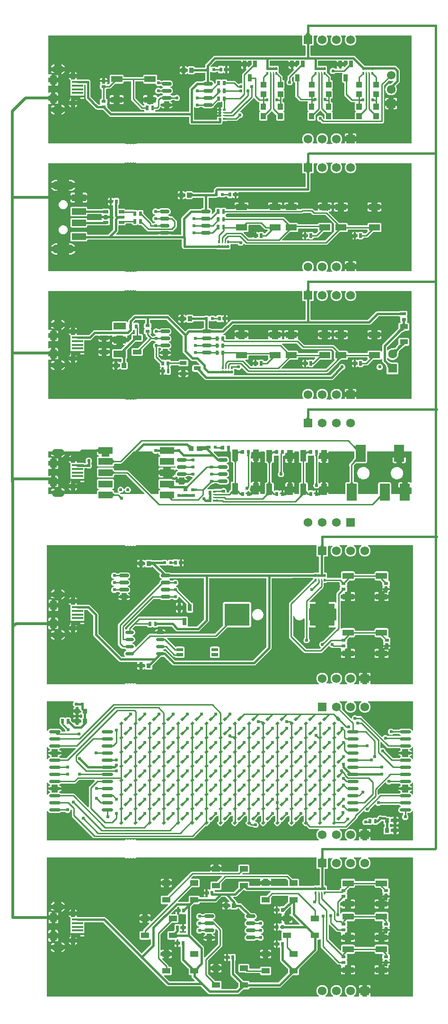
<source format=gtl>
G04 Layer: TopLayer*
G04 EasyEDA v6.4.17, 2021-03-02T21:30:00+01:00*
G04 52dc7113b7e944b1bde967162dfd0e84,9c416354eb984020824aaf9c885bead6,10*
G04 Gerber Generator version 0.2*
G04 Scale: 100 percent, Rotated: No, Reflected: No *
G04 Dimensions in inches *
G04 leading zeros omitted , absolute positions ,3 integer and 6 decimal *
%FSLAX36Y36*%
%MOIN*%

%ADD10C,0.0100*%
%ADD11C,0.0150*%
%ADD12C,0.0200*%
%ADD13C,0.0256*%
%ADD14C,0.0236*%
%ADD15C,0.0240*%
%ADD16R,0.0197X0.0315*%
%ADD17R,0.0315X0.0197*%
%ADD18R,0.0315X0.0354*%
%ADD19R,0.0787X0.0433*%
%ADD20R,0.0433X0.0787*%
%ADD21R,0.0157X0.0217*%
%ADD22R,0.0098X0.0217*%
%ADD24R,0.0390X0.0430*%
%ADD26R,0.0591X0.0354*%
%ADD27R,0.0492X0.0276*%
%ADD29R,0.0236X0.0197*%
%ADD30R,0.1772X0.1575*%
%ADD31R,0.0472X0.0236*%
%ADD32R,0.0217X0.0157*%
%ADD33R,0.0217X0.0098*%
%ADD34R,0.0551X0.0354*%
%ADD36R,0.1000X0.0500*%
%ADD37R,0.0787X0.0157*%
%ADD38R,0.0472X0.0630*%
%ADD39R,0.0984X0.0472*%
%ADD41C,0.0620*%
%ADD42C,0.0600*%
%ADD43C,0.0472*%
%ADD44R,0.0630X0.0630*%
%ADD45C,0.0630*%
%ADD47C,0.0512*%
%ADD48C,0.0591*%

%LPD*%
G36*
X1360100Y1137580D02*
G01*
X1358760Y1137940D01*
X1357620Y1138720D01*
X1340820Y1155540D01*
X1338380Y1157540D01*
X1335780Y1158940D01*
X1332940Y1159800D01*
X1329800Y1160100D01*
X1283200Y1160100D01*
X1281600Y1160440D01*
X1280260Y1161380D01*
X1279420Y1162780D01*
X1278600Y1165120D01*
X1277400Y1167020D01*
X1275800Y1168620D01*
X1273900Y1169820D01*
X1271760Y1170580D01*
X1269300Y1170840D01*
X1250060Y1170840D01*
X1247600Y1170580D01*
X1245460Y1169820D01*
X1243560Y1168620D01*
X1242820Y1167900D01*
X1241520Y1167020D01*
X1240000Y1166720D01*
X1238460Y1167020D01*
X1237160Y1167900D01*
X1236440Y1168620D01*
X1234520Y1169820D01*
X1232400Y1170580D01*
X1229920Y1170840D01*
X1210700Y1170840D01*
X1208220Y1170580D01*
X1206100Y1169820D01*
X1204180Y1168620D01*
X1202600Y1167020D01*
X1201400Y1165120D01*
X1200640Y1162980D01*
X1200360Y1160520D01*
X1200360Y1148080D01*
X1200060Y1146560D01*
X1199200Y1145260D01*
X1195600Y1141660D01*
X1194120Y1140720D01*
X1192400Y1140500D01*
X1190740Y1141020D01*
X1189480Y1142220D01*
X1188820Y1143820D01*
X1188520Y1145620D01*
X1187300Y1149200D01*
X1185500Y1152520D01*
X1183180Y1155500D01*
X1180400Y1158060D01*
X1177240Y1160120D01*
X1173780Y1161640D01*
X1170100Y1162560D01*
X1166180Y1162900D01*
X1164900Y1162900D01*
X1163380Y1163200D01*
X1162080Y1164060D01*
X1161200Y1165360D01*
X1160900Y1166900D01*
X1160900Y1220080D01*
X1161200Y1221620D01*
X1162180Y1223020D01*
X1163460Y1223880D01*
X1165000Y1224180D01*
X1166540Y1223880D01*
X1167820Y1223020D01*
X1168560Y1222280D01*
X1170480Y1221080D01*
X1172600Y1220340D01*
X1175060Y1220060D01*
X1198240Y1220060D01*
X1200700Y1220340D01*
X1202840Y1221080D01*
X1204740Y1222280D01*
X1206200Y1223720D01*
X1207500Y1224600D01*
X1209020Y1224900D01*
X1211800Y1224900D01*
X1213400Y1224560D01*
X1214740Y1223620D01*
X1215580Y1222220D01*
X1216400Y1219880D01*
X1217600Y1217980D01*
X1219200Y1216380D01*
X1221100Y1215180D01*
X1223240Y1214420D01*
X1225700Y1214160D01*
X1244940Y1214160D01*
X1247400Y1214420D01*
X1249540Y1215180D01*
X1251440Y1216380D01*
X1252180Y1217100D01*
X1253480Y1217980D01*
X1255000Y1218280D01*
X1256540Y1217980D01*
X1257840Y1217100D01*
X1258560Y1216380D01*
X1260480Y1215180D01*
X1262600Y1214420D01*
X1265080Y1214160D01*
X1267260Y1214160D01*
X1267260Y1229620D01*
X1259260Y1229620D01*
X1257740Y1229940D01*
X1256440Y1230800D01*
X1255560Y1232100D01*
X1255260Y1233620D01*
X1255260Y1246380D01*
X1255560Y1247900D01*
X1256440Y1249200D01*
X1257740Y1250060D01*
X1259260Y1250380D01*
X1267260Y1250380D01*
X1267260Y1265840D01*
X1265080Y1265840D01*
X1262600Y1265580D01*
X1260480Y1264820D01*
X1258560Y1263620D01*
X1257840Y1262900D01*
X1256540Y1262020D01*
X1255000Y1261720D01*
X1253480Y1262020D01*
X1252180Y1262900D01*
X1251440Y1263620D01*
X1249540Y1264820D01*
X1247400Y1265580D01*
X1244940Y1265840D01*
X1225700Y1265840D01*
X1223240Y1265580D01*
X1221100Y1264820D01*
X1219200Y1263620D01*
X1217600Y1262020D01*
X1216400Y1260120D01*
X1215580Y1257780D01*
X1214740Y1256380D01*
X1213400Y1255440D01*
X1211800Y1255100D01*
X1209020Y1255100D01*
X1207500Y1255400D01*
X1206200Y1256280D01*
X1204740Y1257720D01*
X1202840Y1258920D01*
X1200700Y1259660D01*
X1198240Y1259940D01*
X1175060Y1259940D01*
X1172600Y1259660D01*
X1170480Y1258920D01*
X1169640Y1258400D01*
X1168080Y1257820D01*
X1166440Y1257920D01*
X1164960Y1258680D01*
X1163940Y1259980D01*
X1163500Y1261560D01*
X1163760Y1263200D01*
X1164660Y1264580D01*
X1200780Y1301200D01*
X1202080Y1302100D01*
X1203640Y1302400D01*
X1374720Y1302400D01*
X1376260Y1302100D01*
X1377540Y1301220D01*
X1378420Y1299940D01*
X1378720Y1298400D01*
X1378720Y1294000D01*
X1393220Y1294000D01*
X1393220Y1298400D01*
X1393520Y1299940D01*
X1394379Y1301220D01*
X1395680Y1302100D01*
X1397220Y1302400D01*
X1407980Y1302400D01*
X1409520Y1302100D01*
X1410820Y1301220D01*
X1411680Y1299940D01*
X1411980Y1298400D01*
X1411980Y1294000D01*
X1426480Y1294000D01*
X1426480Y1298400D01*
X1426780Y1299940D01*
X1427660Y1301220D01*
X1428940Y1302100D01*
X1430480Y1302400D01*
X1449520Y1302400D01*
X1451060Y1302100D01*
X1452340Y1301220D01*
X1453220Y1299940D01*
X1453520Y1298400D01*
X1453520Y1278320D01*
X1453220Y1276800D01*
X1452340Y1275500D01*
X1433300Y1256460D01*
X1432020Y1255600D01*
X1430480Y1255280D01*
X1428940Y1255600D01*
X1427660Y1256460D01*
X1426780Y1257760D01*
X1426480Y1259280D01*
X1426480Y1264400D01*
X1411980Y1264400D01*
X1411980Y1244480D01*
X1413440Y1244080D01*
X1414660Y1243180D01*
X1415440Y1241880D01*
X1415680Y1240400D01*
X1415360Y1238920D01*
X1414520Y1237660D01*
X1389460Y1212620D01*
X1387460Y1210180D01*
X1386060Y1207580D01*
X1385200Y1204740D01*
X1384900Y1201600D01*
X1384900Y1145340D01*
X1384640Y1143900D01*
X1383880Y1142660D01*
X1382720Y1141780D01*
X1381320Y1141360D01*
X1379860Y1141480D01*
X1378839Y1141740D01*
X1375000Y1142080D01*
X1371160Y1141740D01*
X1367440Y1140760D01*
X1363959Y1139120D01*
X1362740Y1138280D01*
X1361500Y1137700D01*
G37*

%LPC*%
G36*
X1282120Y1214160D02*
G01*
X1284300Y1214160D01*
X1286780Y1214420D01*
X1288899Y1215180D01*
X1290820Y1216380D01*
X1292400Y1217980D01*
X1293600Y1219880D01*
X1294360Y1222020D01*
X1294640Y1224480D01*
X1294640Y1229620D01*
X1282120Y1229620D01*
G37*
G36*
X1389040Y1244500D02*
G01*
X1393220Y1244500D01*
X1393220Y1264400D01*
X1378720Y1264400D01*
X1378720Y1254820D01*
X1379000Y1252360D01*
X1379740Y1250220D01*
X1380940Y1248320D01*
X1382540Y1246720D01*
X1384440Y1245520D01*
X1386579Y1244780D01*
G37*
G36*
X1282120Y1250380D02*
G01*
X1294640Y1250380D01*
X1294640Y1255520D01*
X1294360Y1257980D01*
X1293600Y1260120D01*
X1292400Y1262020D01*
X1290820Y1263620D01*
X1288899Y1264820D01*
X1286780Y1265580D01*
X1284300Y1265840D01*
X1282120Y1265840D01*
G37*

%LPD*%
G36*
X687920Y985100D02*
G01*
X686380Y985400D01*
X685080Y986280D01*
X634880Y1036480D01*
X634000Y1037780D01*
X633700Y1039320D01*
X633700Y1153700D01*
X634000Y1155220D01*
X634880Y1156520D01*
X636180Y1157380D01*
X637700Y1157700D01*
X684620Y1157700D01*
X686140Y1157380D01*
X687440Y1156520D01*
X688319Y1155220D01*
X688620Y1153700D01*
X688620Y1151360D01*
X688900Y1148900D01*
X689640Y1146760D01*
X690840Y1144860D01*
X692440Y1143260D01*
X694340Y1142060D01*
X696480Y1141320D01*
X698940Y1141040D01*
X772720Y1141040D01*
X774400Y1140660D01*
X775780Y1139620D01*
X776580Y1138080D01*
X776740Y1137440D01*
X778379Y1133960D01*
X780580Y1130800D01*
X783300Y1128080D01*
X786460Y1125880D01*
X789940Y1124240D01*
X793660Y1123260D01*
X797500Y1122920D01*
X801340Y1123260D01*
X805060Y1124240D01*
X808540Y1125880D01*
X810100Y1126960D01*
X811480Y1127580D01*
X812980Y1127640D01*
X814419Y1127140D01*
X815540Y1126140D01*
X816820Y1124500D01*
X819599Y1121940D01*
X822760Y1119880D01*
X825540Y1118660D01*
X826800Y1117780D01*
X827640Y1116500D01*
X827920Y1115000D01*
X827640Y1113500D01*
X826800Y1112220D01*
X825540Y1111340D01*
X822760Y1110120D01*
X819599Y1108060D01*
X817540Y1106160D01*
X816280Y1105380D01*
X814840Y1105100D01*
X812680Y1105100D01*
X811140Y1105400D01*
X809840Y1106280D01*
X809200Y1106920D01*
X806040Y1109120D01*
X802560Y1110760D01*
X798840Y1111740D01*
X795000Y1112080D01*
X791160Y1111740D01*
X787440Y1110760D01*
X783960Y1109120D01*
X780800Y1106920D01*
X778080Y1104200D01*
X775879Y1101040D01*
X774240Y1097560D01*
X773259Y1093840D01*
X772920Y1090000D01*
X773259Y1086160D01*
X774240Y1082440D01*
X775879Y1078960D01*
X778080Y1075800D01*
X780800Y1073080D01*
X783960Y1070880D01*
X787440Y1069240D01*
X791160Y1068260D01*
X795000Y1067920D01*
X798840Y1068260D01*
X802560Y1069240D01*
X806040Y1070880D01*
X809200Y1073080D01*
X809840Y1073720D01*
X811140Y1074600D01*
X812680Y1074900D01*
X814840Y1074900D01*
X816280Y1074620D01*
X817540Y1073840D01*
X819599Y1071940D01*
X822760Y1069880D01*
X825540Y1068660D01*
X826800Y1067780D01*
X827640Y1066500D01*
X827920Y1065000D01*
X827640Y1063500D01*
X826800Y1062220D01*
X825540Y1061340D01*
X822760Y1060120D01*
X819599Y1058060D01*
X817540Y1056160D01*
X816280Y1055380D01*
X814840Y1055100D01*
X810200Y1055100D01*
X807060Y1054800D01*
X804220Y1053940D01*
X801620Y1052540D01*
X799180Y1050540D01*
X794380Y1045740D01*
X793160Y1044900D01*
X791700Y1044580D01*
X790220Y1044800D01*
X788940Y1045540D01*
X788020Y1046720D01*
X787580Y1048139D01*
X787280Y1051040D01*
X786540Y1053140D01*
X785340Y1055060D01*
X783740Y1056660D01*
X781820Y1057860D01*
X779700Y1058600D01*
X777240Y1058880D01*
X760280Y1058880D01*
X760280Y1040460D01*
X779800Y1040460D01*
X781280Y1040180D01*
X782540Y1039380D01*
X783420Y1038160D01*
X783800Y1036720D01*
X783620Y1035220D01*
X782460Y1033379D01*
X781060Y1030780D01*
X780200Y1027940D01*
X779900Y1024800D01*
X779900Y1017800D01*
X779599Y1016260D01*
X778720Y1014960D01*
X777440Y1014100D01*
X775900Y1013800D01*
X760280Y1013800D01*
X760280Y999840D01*
X759960Y998319D01*
X759100Y997020D01*
X757800Y996160D01*
X756280Y995840D01*
X745060Y995840D01*
X742600Y995580D01*
X740460Y994820D01*
X738560Y993620D01*
X737820Y992900D01*
X736520Y992020D01*
X735000Y991720D01*
X733460Y992020D01*
X732159Y992900D01*
X731440Y993620D01*
X729520Y994820D01*
X727400Y995580D01*
X724920Y995840D01*
X719900Y995840D01*
X718379Y996160D01*
X717080Y997020D01*
X716200Y998319D01*
X715900Y999840D01*
X715900Y1013800D01*
X688620Y1013800D01*
X688620Y1005699D01*
X688900Y1003220D01*
X689640Y1001100D01*
X690840Y999180D01*
X692440Y997600D01*
X695759Y995620D01*
X696680Y994539D01*
X697140Y993180D01*
X697120Y991760D01*
X696400Y990120D01*
X695580Y987780D01*
X694720Y986380D01*
X693400Y985440D01*
X691800Y985100D01*
G37*

%LPC*%
G36*
X688620Y1040460D02*
G01*
X715900Y1040460D01*
X715900Y1058880D01*
X698940Y1058880D01*
X696480Y1058600D01*
X694340Y1057860D01*
X692440Y1056660D01*
X690840Y1055060D01*
X689640Y1053140D01*
X688900Y1051020D01*
X688620Y1048560D01*
G37*

%LPD*%
G36*
X469340Y942600D02*
G01*
X467819Y942900D01*
X466520Y943780D01*
X437080Y973220D01*
X436220Y974520D01*
X435900Y976040D01*
X435900Y984920D01*
X435620Y987400D01*
X434880Y989520D01*
X433680Y991440D01*
X432960Y992159D01*
X432080Y993460D01*
X431780Y995000D01*
X432080Y996520D01*
X432960Y997820D01*
X433680Y998560D01*
X434880Y1000460D01*
X435620Y1002600D01*
X435900Y1005060D01*
X435900Y1024300D01*
X435620Y1026760D01*
X434880Y1028900D01*
X433680Y1030800D01*
X432080Y1032400D01*
X430180Y1033600D01*
X427879Y1034400D01*
X426480Y1035240D01*
X425540Y1036580D01*
X425200Y1038180D01*
X425200Y1096800D01*
X425540Y1098400D01*
X426480Y1099740D01*
X427879Y1100580D01*
X430180Y1101380D01*
X432080Y1102580D01*
X433519Y1104020D01*
X434820Y1104900D01*
X436360Y1105200D01*
X449200Y1105200D01*
X452340Y1105500D01*
X455180Y1106360D01*
X457780Y1107760D01*
X460220Y1109760D01*
X490319Y1139860D01*
X491620Y1140740D01*
X493160Y1141040D01*
X541020Y1141040D01*
X543480Y1141320D01*
X545620Y1142060D01*
X547520Y1143260D01*
X549120Y1144860D01*
X550320Y1146760D01*
X551060Y1148900D01*
X551340Y1151360D01*
X551340Y1153700D01*
X551640Y1155220D01*
X552520Y1156520D01*
X553820Y1157380D01*
X555340Y1157700D01*
X599500Y1157700D01*
X601040Y1157380D01*
X602320Y1156520D01*
X603200Y1155220D01*
X603500Y1153700D01*
X603500Y1031600D01*
X603820Y1028460D01*
X604660Y1025620D01*
X606060Y1023020D01*
X608060Y1020580D01*
X669180Y959460D01*
X671620Y957460D01*
X674220Y956060D01*
X677060Y955200D01*
X680200Y954900D01*
X691800Y954900D01*
X693400Y954560D01*
X694720Y953620D01*
X695580Y952220D01*
X696400Y949880D01*
X697120Y948720D01*
X697700Y947140D01*
X697560Y945440D01*
X696740Y943960D01*
X695380Y942960D01*
X693720Y942600D01*
G37*

%LPC*%
G36*
X524060Y995380D02*
G01*
X541020Y995380D01*
X543480Y995639D01*
X545620Y996400D01*
X547520Y997600D01*
X549120Y999180D01*
X550320Y1001100D01*
X551060Y1003220D01*
X551340Y1005699D01*
X551340Y1013800D01*
X524060Y1013800D01*
G37*
G36*
X462720Y995380D02*
G01*
X479680Y995380D01*
X479680Y1013800D01*
X452400Y1013800D01*
X452400Y1005699D01*
X452680Y1003220D01*
X453420Y1001100D01*
X454620Y999180D01*
X456220Y997600D01*
X458140Y996400D01*
X460260Y995639D01*
G37*
G36*
X452400Y1040460D02*
G01*
X479680Y1040460D01*
X479680Y1058880D01*
X462720Y1058880D01*
X460260Y1058600D01*
X458140Y1057860D01*
X456220Y1056660D01*
X454620Y1055060D01*
X453420Y1053140D01*
X452680Y1051020D01*
X452400Y1048560D01*
G37*
G36*
X524060Y1040460D02*
G01*
X551340Y1040460D01*
X551340Y1048560D01*
X551060Y1051020D01*
X550320Y1053140D01*
X549120Y1055060D01*
X547520Y1056660D01*
X545620Y1057860D01*
X543480Y1058600D01*
X541020Y1058880D01*
X524060Y1058880D01*
G37*

%LPD*%
G36*
X2028600Y890100D02*
G01*
X2027060Y890400D01*
X2025780Y891280D01*
X2024900Y892560D01*
X2024600Y894100D01*
X2024600Y932780D01*
X2024319Y935240D01*
X2023580Y937380D01*
X2022380Y939280D01*
X2020780Y940879D01*
X2019600Y941620D01*
X2018440Y942720D01*
X2017820Y944200D01*
X2017820Y945800D01*
X2018440Y947280D01*
X2019600Y948379D01*
X2020780Y949120D01*
X2022380Y950720D01*
X2023580Y952620D01*
X2024319Y954760D01*
X2024600Y957220D01*
X2024600Y999780D01*
X2024319Y1002240D01*
X2023580Y1004380D01*
X2022380Y1006280D01*
X2020780Y1007880D01*
X2018880Y1009080D01*
X2016759Y1009820D01*
X2013700Y1010120D01*
X2012300Y1010520D01*
X2011140Y1011420D01*
X2010360Y1012660D01*
X2010100Y1014100D01*
X2010100Y1030900D01*
X2010360Y1032340D01*
X2011140Y1033580D01*
X2012300Y1034479D01*
X2013700Y1034880D01*
X2016759Y1035180D01*
X2018880Y1035920D01*
X2020780Y1037120D01*
X2022380Y1038720D01*
X2023580Y1040620D01*
X2024319Y1042760D01*
X2024600Y1045220D01*
X2024600Y1087780D01*
X2024319Y1090240D01*
X2023580Y1092380D01*
X2022380Y1094280D01*
X2020780Y1095880D01*
X2019600Y1096620D01*
X2018440Y1097720D01*
X2017820Y1099200D01*
X2017820Y1100800D01*
X2018440Y1102280D01*
X2019600Y1103380D01*
X2020780Y1104120D01*
X2022380Y1105720D01*
X2023580Y1107620D01*
X2024319Y1109760D01*
X2024600Y1112220D01*
X2024600Y1154780D01*
X2024319Y1157240D01*
X2023580Y1159380D01*
X2022380Y1161280D01*
X2020780Y1162880D01*
X2018880Y1164080D01*
X2016759Y1164820D01*
X2013700Y1165120D01*
X2012300Y1165520D01*
X2011140Y1166420D01*
X2010360Y1167660D01*
X2010100Y1169100D01*
X2010100Y1185500D01*
X2009800Y1188620D01*
X2008940Y1191440D01*
X2007560Y1194060D01*
X2005560Y1196500D01*
X1985640Y1216480D01*
X1984780Y1217780D01*
X1984480Y1219320D01*
X1984480Y1224860D01*
X1984199Y1227320D01*
X1983720Y1228680D01*
X1983500Y1230000D01*
X1983720Y1231320D01*
X1984199Y1232680D01*
X1984480Y1235140D01*
X1984480Y1256360D01*
X1984199Y1258820D01*
X1983440Y1260940D01*
X1982240Y1262860D01*
X1980660Y1264460D01*
X1978740Y1265660D01*
X1976620Y1266400D01*
X1974139Y1266680D01*
X1958839Y1266680D01*
X1956380Y1266400D01*
X1955520Y1266100D01*
X1954199Y1265880D01*
X1952880Y1266100D01*
X1952000Y1266400D01*
X1949540Y1266680D01*
X1940140Y1266680D01*
X1937680Y1266400D01*
X1936320Y1265920D01*
X1935000Y1265700D01*
X1933680Y1265920D01*
X1932320Y1266400D01*
X1929860Y1266680D01*
X1925100Y1266680D01*
X1923580Y1266980D01*
X1922280Y1267840D01*
X1921399Y1269140D01*
X1921100Y1270680D01*
X1921100Y1298400D01*
X1921399Y1299940D01*
X1922280Y1301220D01*
X1923580Y1302100D01*
X1925100Y1302400D01*
X2049720Y1302400D01*
X2051260Y1302100D01*
X2052540Y1301220D01*
X2053420Y1299940D01*
X2053720Y1298400D01*
X2053720Y1294000D01*
X2068220Y1294000D01*
X2068220Y1298400D01*
X2068520Y1299940D01*
X2069379Y1301220D01*
X2070680Y1302100D01*
X2072220Y1302400D01*
X2082980Y1302400D01*
X2084520Y1302100D01*
X2085820Y1301220D01*
X2086680Y1299940D01*
X2086980Y1298400D01*
X2086980Y1294000D01*
X2101480Y1294000D01*
X2101480Y1298400D01*
X2101780Y1299940D01*
X2102660Y1301220D01*
X2103940Y1302100D01*
X2105480Y1302400D01*
X2124520Y1302400D01*
X2126060Y1302100D01*
X2127340Y1301220D01*
X2128220Y1299940D01*
X2128520Y1298400D01*
X2128520Y1278340D01*
X2128220Y1276800D01*
X2127340Y1275500D01*
X2108300Y1256460D01*
X2107020Y1255600D01*
X2105480Y1255300D01*
X2103940Y1255600D01*
X2102660Y1256460D01*
X2101780Y1257760D01*
X2101480Y1259300D01*
X2101480Y1264400D01*
X2086980Y1264400D01*
X2086980Y1249100D01*
X2086680Y1247560D01*
X2085820Y1246280D01*
X2084520Y1245400D01*
X2082980Y1245100D01*
X2072220Y1245100D01*
X2070680Y1245400D01*
X2069379Y1246280D01*
X2068520Y1247560D01*
X2068220Y1249100D01*
X2068220Y1264400D01*
X2053720Y1264400D01*
X2053720Y1254820D01*
X2054000Y1252360D01*
X2054680Y1250420D01*
X2054900Y1248920D01*
X2054540Y1247440D01*
X2053660Y1246200D01*
X2052380Y1245380D01*
X2050900Y1245100D01*
X2042680Y1245100D01*
X2041140Y1245400D01*
X2039840Y1246280D01*
X2039199Y1246920D01*
X2036040Y1249120D01*
X2032560Y1250760D01*
X2028839Y1251740D01*
X2025000Y1252080D01*
X2021160Y1251740D01*
X2017440Y1250760D01*
X2013959Y1249120D01*
X2010800Y1246920D01*
X2008080Y1244200D01*
X2005880Y1241040D01*
X2004240Y1237560D01*
X2003260Y1233840D01*
X2002920Y1230000D01*
X2003260Y1226160D01*
X2004240Y1222440D01*
X2005880Y1218960D01*
X2008080Y1215800D01*
X2010800Y1213080D01*
X2013959Y1210880D01*
X2017440Y1209240D01*
X2021160Y1208260D01*
X2025000Y1207920D01*
X2028839Y1208260D01*
X2032560Y1209240D01*
X2036040Y1210880D01*
X2039199Y1213080D01*
X2039840Y1213720D01*
X2041140Y1214600D01*
X2042680Y1214900D01*
X2088300Y1214900D01*
X2089780Y1214620D01*
X2091060Y1213800D01*
X2091940Y1212560D01*
X2092300Y1211080D01*
X2092080Y1209580D01*
X2091399Y1207640D01*
X2091120Y1205180D01*
X2091120Y1156420D01*
X2091399Y1153960D01*
X2092140Y1151820D01*
X2093340Y1149920D01*
X2094940Y1148320D01*
X2096840Y1147120D01*
X2098980Y1146380D01*
X2101340Y1146100D01*
X2102740Y1145680D01*
X2103880Y1144800D01*
X2104640Y1143560D01*
X2104900Y1142120D01*
X2104900Y1065200D01*
X2105200Y1062060D01*
X2106060Y1059220D01*
X2107460Y1056620D01*
X2109460Y1054180D01*
X2149180Y1014460D01*
X2151620Y1012460D01*
X2154220Y1011060D01*
X2157060Y1010200D01*
X2160200Y1009900D01*
X2177720Y1009900D01*
X2179200Y1009620D01*
X2180480Y1008800D01*
X2181360Y1007560D01*
X2181720Y1006080D01*
X2181500Y1004580D01*
X2180680Y1002240D01*
X2180400Y999780D01*
X2180400Y957220D01*
X2180680Y954760D01*
X2181420Y952620D01*
X2182620Y950720D01*
X2184220Y949120D01*
X2185400Y948379D01*
X2186560Y947280D01*
X2187180Y945800D01*
X2187180Y944200D01*
X2186560Y942720D01*
X2185400Y941620D01*
X2184220Y940879D01*
X2182620Y939280D01*
X2181420Y937380D01*
X2180680Y935240D01*
X2180400Y932780D01*
X2180400Y894100D01*
X2180100Y892560D01*
X2179220Y891280D01*
X2177940Y890400D01*
X2176400Y890100D01*
G37*

%LPD*%
G36*
X1051600Y887600D02*
G01*
X1050060Y887900D01*
X1048780Y888780D01*
X1047900Y890060D01*
X1047600Y891600D01*
X1047600Y971620D01*
X1047900Y973160D01*
X1048780Y974460D01*
X1050060Y975320D01*
X1051600Y975620D01*
X1053140Y975320D01*
X1054420Y974460D01*
X1055800Y973080D01*
X1058960Y970879D01*
X1062440Y969240D01*
X1066160Y968259D01*
X1070000Y967920D01*
X1073840Y968259D01*
X1077560Y969240D01*
X1081040Y970879D01*
X1084200Y973080D01*
X1084840Y973720D01*
X1086140Y974599D01*
X1087680Y974900D01*
X1106180Y974900D01*
X1107640Y974620D01*
X1108880Y973840D01*
X1110960Y971940D01*
X1114120Y969880D01*
X1117580Y968360D01*
X1121240Y967440D01*
X1125180Y967099D01*
X1166180Y967099D01*
X1170100Y967440D01*
X1173780Y968360D01*
X1177240Y969880D01*
X1180400Y971940D01*
X1183180Y974500D01*
X1185500Y977480D01*
X1186820Y979940D01*
X1187520Y980860D01*
X1214640Y1007980D01*
X1215940Y1008840D01*
X1217460Y1009160D01*
X1229920Y1009160D01*
X1232400Y1009419D01*
X1234520Y1010180D01*
X1236440Y1011380D01*
X1237160Y1012099D01*
X1238460Y1012980D01*
X1240000Y1013280D01*
X1241520Y1012980D01*
X1242820Y1012099D01*
X1244820Y1010320D01*
X1245480Y1009140D01*
X1245700Y1007820D01*
X1245700Y978280D01*
X1245360Y976660D01*
X1244360Y975300D01*
X1242920Y974479D01*
X1241260Y974320D01*
X1239860Y974460D01*
X1237160Y974460D01*
X1237160Y962700D01*
X1238560Y961860D01*
X1239500Y960520D01*
X1239820Y958940D01*
X1239820Y954060D01*
X1239500Y952460D01*
X1238560Y951140D01*
X1237160Y950300D01*
X1237160Y939580D01*
X1238560Y938720D01*
X1239500Y937400D01*
X1239820Y935800D01*
X1239820Y933880D01*
X1239500Y932280D01*
X1238560Y930960D01*
X1237160Y930120D01*
X1237160Y919880D01*
X1238560Y919040D01*
X1239500Y917720D01*
X1239820Y916120D01*
X1239520Y913940D01*
X1238660Y912640D01*
X1237360Y911780D01*
X1235820Y911480D01*
X1218640Y911480D01*
X1216180Y911200D01*
X1213960Y910420D01*
X1212640Y910200D01*
X1208360Y910200D01*
X1208600Y908000D01*
X1208900Y907120D01*
X1209120Y905800D01*
X1208900Y904479D01*
X1208600Y903620D01*
X1208320Y901160D01*
X1208320Y891600D01*
X1208020Y890060D01*
X1207160Y888780D01*
X1205860Y887900D01*
X1204320Y887600D01*
G37*

%LPC*%
G36*
X1208360Y920120D02*
G01*
X1221340Y920120D01*
X1221340Y929880D01*
X1208360Y929880D01*
X1208600Y927680D01*
X1209080Y926320D01*
X1209300Y925000D01*
X1209080Y923680D01*
X1208600Y922320D01*
G37*
G36*
X1208360Y939800D02*
G01*
X1221340Y939800D01*
X1221340Y950060D01*
X1208320Y950060D01*
X1208320Y948840D01*
X1208600Y946380D01*
X1208900Y945520D01*
X1209120Y944200D01*
X1208900Y942880D01*
X1208600Y942000D01*
G37*
G36*
X1208320Y962940D02*
G01*
X1221340Y962940D01*
X1221340Y974460D01*
X1218640Y974460D01*
X1216180Y974200D01*
X1214060Y973439D01*
X1212140Y972240D01*
X1210540Y970660D01*
X1209340Y968740D01*
X1208600Y966620D01*
X1208320Y964140D01*
G37*

%LPD*%
G36*
X579340Y713379D02*
G01*
X578120Y713800D01*
X576160Y714860D01*
X573140Y715780D01*
X570000Y716080D01*
X566860Y715780D01*
X565520Y715360D01*
X563760Y715240D01*
X562120Y715879D01*
X559740Y717500D01*
X558280Y718259D01*
X556700Y718920D01*
X555080Y719419D01*
X553400Y719800D01*
X551700Y720020D01*
X549920Y720100D01*
X24100Y720100D01*
X22559Y720400D01*
X21280Y721280D01*
X20400Y722560D01*
X20099Y724100D01*
X20099Y993780D01*
X20460Y995440D01*
X21460Y996800D01*
X22940Y997620D01*
X24640Y997740D01*
X26220Y997180D01*
X27120Y996600D01*
X29260Y995860D01*
X31720Y995580D01*
X40820Y995580D01*
X40820Y1018940D01*
X24100Y1018940D01*
X22559Y1019240D01*
X21280Y1020100D01*
X20400Y1021400D01*
X20099Y1022940D01*
X20099Y1051420D01*
X20400Y1052960D01*
X21280Y1054260D01*
X22559Y1055120D01*
X24100Y1055420D01*
X40820Y1055420D01*
X40820Y1078780D01*
X31720Y1078780D01*
X29260Y1078500D01*
X27120Y1077760D01*
X26220Y1077180D01*
X24640Y1076620D01*
X22940Y1076740D01*
X21460Y1077560D01*
X20460Y1078920D01*
X20099Y1080580D01*
X20099Y1123260D01*
X20460Y1124920D01*
X21460Y1126280D01*
X22940Y1127100D01*
X24640Y1127240D01*
X26220Y1126660D01*
X27759Y1125680D01*
X29900Y1124940D01*
X32360Y1124660D01*
X41460Y1124660D01*
X41460Y1148020D01*
X24100Y1148020D01*
X22559Y1148320D01*
X21280Y1149180D01*
X20400Y1150480D01*
X20099Y1152020D01*
X20099Y1180500D01*
X20400Y1182040D01*
X21280Y1183340D01*
X22559Y1184200D01*
X24100Y1184500D01*
X41460Y1184500D01*
X41460Y1207860D01*
X32360Y1207860D01*
X29900Y1207580D01*
X27759Y1206840D01*
X26220Y1205860D01*
X24640Y1205280D01*
X22940Y1205420D01*
X21460Y1206240D01*
X20460Y1207600D01*
X20099Y1209260D01*
X20099Y1475900D01*
X20400Y1477440D01*
X21280Y1478720D01*
X22559Y1479600D01*
X24100Y1479900D01*
X1804900Y1479900D01*
X1806440Y1479600D01*
X1807720Y1478720D01*
X1808600Y1477440D01*
X1808899Y1475900D01*
X1808899Y1419220D01*
X1809180Y1416759D01*
X1809920Y1414620D01*
X1811120Y1412720D01*
X1812720Y1411120D01*
X1814620Y1409920D01*
X1816759Y1409180D01*
X1819220Y1408899D01*
X1828400Y1408899D01*
X1829940Y1408600D01*
X1831220Y1407720D01*
X1832100Y1406440D01*
X1832400Y1404900D01*
X1832400Y1341600D01*
X1832100Y1340060D01*
X1831220Y1338779D01*
X1829940Y1337900D01*
X1828400Y1337600D01*
X1193800Y1337580D01*
X1190460Y1337080D01*
X1187380Y1336040D01*
X1184560Y1334440D01*
X1181940Y1332220D01*
X1130100Y1279660D01*
X1128080Y1276940D01*
X1126660Y1274040D01*
X1125800Y1270900D01*
X1125500Y1267480D01*
X1125560Y1259720D01*
X1125260Y1258160D01*
X1124380Y1256860D01*
X1123660Y1256120D01*
X1122620Y1254480D01*
X1121720Y1253480D01*
X1120560Y1252820D01*
X1119240Y1252600D01*
X1056820Y1252600D01*
X1055220Y1252940D01*
X1053900Y1253880D01*
X1053060Y1255280D01*
X1052420Y1257080D01*
X1051220Y1259000D01*
X1049620Y1260600D01*
X1047720Y1261800D01*
X1045580Y1262540D01*
X1043120Y1262820D01*
X1012060Y1262820D01*
X1009599Y1262540D01*
X1007480Y1261800D01*
X1005560Y1260600D01*
X1003960Y1259000D01*
X1003420Y1258120D01*
X1002320Y1256980D01*
X1000840Y1256340D01*
X999240Y1256340D01*
X997760Y1256980D01*
X996640Y1258120D01*
X996100Y1259000D01*
X994500Y1260600D01*
X992600Y1261800D01*
X990460Y1262540D01*
X988000Y1262820D01*
X982860Y1262820D01*
X982860Y1246360D01*
X997740Y1246360D01*
X999280Y1246060D01*
X1000580Y1245180D01*
X1001440Y1243880D01*
X1001740Y1242360D01*
X1001740Y1227640D01*
X1001440Y1226120D01*
X1000580Y1224820D01*
X999280Y1223940D01*
X997740Y1223640D01*
X982860Y1223640D01*
X982860Y1207180D01*
X988000Y1207180D01*
X990460Y1207460D01*
X992600Y1208200D01*
X994500Y1209400D01*
X996100Y1211000D01*
X996640Y1211860D01*
X997760Y1213020D01*
X999240Y1213660D01*
X1000840Y1213660D01*
X1002320Y1213020D01*
X1003420Y1211860D01*
X1003960Y1211000D01*
X1005560Y1209400D01*
X1007480Y1208200D01*
X1009599Y1207460D01*
X1012060Y1207180D01*
X1043120Y1207180D01*
X1045580Y1207460D01*
X1047720Y1208200D01*
X1049620Y1209400D01*
X1051220Y1211000D01*
X1052420Y1212920D01*
X1053060Y1214720D01*
X1053900Y1216120D01*
X1055220Y1217060D01*
X1056820Y1217400D01*
X1121700Y1217400D01*
X1123240Y1217100D01*
X1124520Y1216220D01*
X1125400Y1214940D01*
X1125700Y1213400D01*
X1125700Y1166620D01*
X1125420Y1165160D01*
X1124640Y1163920D01*
X1123460Y1163020D01*
X1122040Y1162640D01*
X1121240Y1162560D01*
X1117580Y1161640D01*
X1114120Y1160120D01*
X1111240Y1158260D01*
X1110200Y1157760D01*
X1109060Y1157600D01*
X1069320Y1157580D01*
X1065980Y1157120D01*
X1062900Y1156080D01*
X1060060Y1154500D01*
X1057420Y1152320D01*
X1017099Y1111960D01*
X1015060Y1109260D01*
X1013600Y1106360D01*
X1012720Y1103240D01*
X1012400Y1099820D01*
X1012400Y946600D01*
X1012099Y945060D01*
X1011220Y943780D01*
X1009940Y942900D01*
X1008400Y942600D01*
X776260Y942600D01*
X774599Y942960D01*
X773240Y943960D01*
X772440Y945440D01*
X772300Y947140D01*
X772880Y948720D01*
X773600Y949880D01*
X774419Y952220D01*
X775260Y953620D01*
X776600Y954560D01*
X778199Y954900D01*
X784800Y954900D01*
X787940Y955200D01*
X790780Y956060D01*
X793379Y957460D01*
X795819Y959460D01*
X805540Y969180D01*
X807540Y971620D01*
X809820Y975840D01*
X811220Y976860D01*
X812940Y977159D01*
X814620Y976740D01*
X815939Y975620D01*
X816820Y974500D01*
X819599Y971940D01*
X822760Y969880D01*
X826220Y968360D01*
X829900Y967440D01*
X833820Y967099D01*
X835100Y967099D01*
X835100Y981100D01*
X814100Y981100D01*
X812560Y981400D01*
X811280Y982280D01*
X810400Y983580D01*
X810100Y985100D01*
X810100Y994900D01*
X810400Y996420D01*
X811280Y997720D01*
X812560Y998600D01*
X814100Y998900D01*
X835100Y998900D01*
X835100Y1013100D01*
X835400Y1014640D01*
X836260Y1015939D01*
X837560Y1016800D01*
X839100Y1017099D01*
X869560Y1017099D01*
X871100Y1016800D01*
X872380Y1015939D01*
X873259Y1014640D01*
X873560Y1013100D01*
X873560Y998900D01*
X896060Y998900D01*
X894160Y1002520D01*
X891840Y1005500D01*
X889060Y1008060D01*
X885879Y1010120D01*
X883120Y1011340D01*
X881860Y1012220D01*
X881020Y1013500D01*
X880720Y1015000D01*
X881020Y1016500D01*
X881860Y1017780D01*
X883120Y1018660D01*
X885879Y1019880D01*
X889060Y1021940D01*
X891120Y1023840D01*
X892380Y1024620D01*
X893820Y1024900D01*
X907320Y1024900D01*
X908860Y1024599D01*
X910160Y1023720D01*
X910800Y1023080D01*
X913960Y1020879D01*
X917440Y1019240D01*
X921160Y1018259D01*
X925000Y1017920D01*
X928840Y1018259D01*
X932560Y1019240D01*
X936040Y1020879D01*
X939200Y1023080D01*
X941919Y1025800D01*
X944120Y1028960D01*
X945759Y1032440D01*
X946740Y1036160D01*
X947080Y1040000D01*
X946740Y1043840D01*
X945759Y1047560D01*
X944120Y1051040D01*
X941919Y1054200D01*
X939200Y1056920D01*
X936040Y1059120D01*
X932560Y1060760D01*
X928840Y1061740D01*
X925000Y1062080D01*
X921160Y1061740D01*
X917440Y1060760D01*
X913960Y1059120D01*
X910800Y1056920D01*
X910160Y1056280D01*
X908860Y1055400D01*
X907320Y1055100D01*
X893820Y1055100D01*
X892380Y1055380D01*
X891120Y1056160D01*
X889060Y1058060D01*
X885879Y1060120D01*
X883120Y1061340D01*
X881860Y1062220D01*
X881020Y1063500D01*
X880720Y1065000D01*
X881020Y1066500D01*
X881860Y1067780D01*
X883120Y1068660D01*
X885879Y1069880D01*
X889060Y1071940D01*
X891840Y1074500D01*
X894160Y1077480D01*
X895960Y1080800D01*
X897180Y1084380D01*
X897800Y1088120D01*
X897800Y1091880D01*
X897180Y1095620D01*
X895960Y1099200D01*
X894160Y1102520D01*
X891840Y1105500D01*
X889060Y1108060D01*
X885879Y1110120D01*
X883120Y1111340D01*
X881860Y1112220D01*
X881020Y1113500D01*
X880720Y1115000D01*
X881020Y1116500D01*
X881860Y1117780D01*
X883120Y1118660D01*
X885879Y1119880D01*
X889060Y1121940D01*
X891840Y1124500D01*
X894160Y1127480D01*
X895960Y1130800D01*
X897180Y1134380D01*
X897800Y1138120D01*
X897800Y1141880D01*
X897180Y1145620D01*
X895960Y1149200D01*
X894160Y1152520D01*
X891840Y1155500D01*
X889060Y1158060D01*
X885879Y1160120D01*
X882420Y1161640D01*
X878760Y1162560D01*
X874840Y1162900D01*
X833820Y1162900D01*
X829900Y1162560D01*
X826220Y1161640D01*
X823480Y1160440D01*
X821880Y1160100D01*
X815180Y1160100D01*
X813640Y1160400D01*
X812340Y1161280D01*
X811700Y1161920D01*
X808540Y1164120D01*
X805060Y1165760D01*
X801340Y1166740D01*
X797500Y1167080D01*
X793660Y1166740D01*
X792600Y1166460D01*
X791140Y1166340D01*
X789740Y1166760D01*
X788580Y1167640D01*
X787820Y1168900D01*
X787560Y1170320D01*
X787560Y1194220D01*
X787280Y1196680D01*
X786540Y1198820D01*
X785340Y1200720D01*
X783740Y1202320D01*
X781820Y1203520D01*
X779700Y1204260D01*
X777240Y1204540D01*
X698940Y1204540D01*
X696480Y1204260D01*
X694340Y1203520D01*
X692440Y1202320D01*
X690840Y1200720D01*
X689640Y1198820D01*
X688900Y1196680D01*
X688620Y1194220D01*
X688620Y1191900D01*
X688319Y1190360D01*
X687440Y1189060D01*
X686140Y1188200D01*
X684620Y1187900D01*
X555340Y1187900D01*
X553820Y1188200D01*
X552520Y1189060D01*
X551640Y1190360D01*
X551340Y1191900D01*
X551340Y1194220D01*
X551060Y1196680D01*
X550320Y1198820D01*
X549120Y1200720D01*
X547520Y1202320D01*
X545620Y1203520D01*
X543480Y1204260D01*
X541020Y1204540D01*
X462720Y1204540D01*
X460260Y1204260D01*
X458140Y1203520D01*
X456220Y1202320D01*
X454620Y1200720D01*
X453420Y1198820D01*
X452680Y1196680D01*
X452400Y1194220D01*
X452400Y1151360D01*
X452680Y1148900D01*
X453100Y1146860D01*
X452760Y1145420D01*
X451940Y1144180D01*
X444320Y1136580D01*
X443020Y1135700D01*
X441480Y1135400D01*
X436380Y1135400D01*
X434840Y1135700D01*
X433540Y1136580D01*
X432960Y1137160D01*
X432080Y1138460D01*
X431780Y1140000D01*
X432080Y1141520D01*
X432960Y1142820D01*
X433680Y1143560D01*
X434880Y1145460D01*
X435620Y1147600D01*
X435900Y1150060D01*
X435900Y1152260D01*
X420439Y1152260D01*
X420439Y1144240D01*
X420120Y1142720D01*
X419260Y1141420D01*
X417960Y1140560D01*
X416440Y1140240D01*
X403680Y1140240D01*
X402160Y1140560D01*
X400860Y1141420D01*
X399980Y1142720D01*
X399680Y1144240D01*
X399680Y1152260D01*
X384219Y1152260D01*
X384219Y1150060D01*
X384480Y1147600D01*
X385240Y1145460D01*
X386440Y1143560D01*
X387160Y1142820D01*
X388040Y1141520D01*
X388340Y1140000D01*
X388040Y1138460D01*
X387160Y1137160D01*
X386440Y1136440D01*
X385240Y1134520D01*
X384480Y1132400D01*
X384219Y1129920D01*
X384219Y1110680D01*
X384480Y1108220D01*
X385240Y1106100D01*
X386440Y1104180D01*
X388020Y1102580D01*
X389940Y1101380D01*
X392320Y1100560D01*
X393720Y1099720D01*
X394660Y1098380D01*
X395000Y1096780D01*
X395000Y1038199D01*
X394660Y1036600D01*
X393720Y1035280D01*
X392320Y1034440D01*
X389940Y1033600D01*
X388020Y1032400D01*
X386440Y1030800D01*
X385240Y1028900D01*
X384480Y1026760D01*
X384219Y1024300D01*
X384219Y1005060D01*
X384480Y1002600D01*
X385240Y1000460D01*
X386140Y999020D01*
X386719Y997440D01*
X386580Y995740D01*
X385760Y994260D01*
X384400Y993259D01*
X382740Y992900D01*
X375220Y992900D01*
X373700Y993199D01*
X372400Y994060D01*
X349660Y1016740D01*
X347020Y1018920D01*
X345800Y1019780D01*
X318740Y1047560D01*
X317900Y1048840D01*
X317600Y1050340D01*
X317600Y1151500D01*
X317520Y1153220D01*
X317300Y1154820D01*
X316920Y1156400D01*
X316400Y1157940D01*
X315760Y1159440D01*
X314960Y1160860D01*
X314040Y1162200D01*
X313000Y1163440D01*
X311860Y1164600D01*
X310600Y1165640D01*
X309260Y1166540D01*
X307840Y1167340D01*
X306360Y1168000D01*
X304820Y1168520D01*
X303240Y1168880D01*
X301620Y1169100D01*
X299900Y1169180D01*
X267440Y1169180D01*
X264020Y1169560D01*
X224600Y1169560D01*
X222880Y1169940D01*
X221500Y1171040D01*
X220700Y1172600D01*
X220680Y1174360D01*
X221380Y1175960D01*
X222360Y1177240D01*
X224480Y1181160D01*
X208299Y1181160D01*
X208299Y1173560D01*
X208000Y1172040D01*
X207120Y1170740D01*
X205840Y1169860D01*
X204300Y1169560D01*
X185740Y1169560D01*
X184120Y1169380D01*
X182460Y1169540D01*
X181020Y1170380D01*
X180020Y1171720D01*
X179680Y1173360D01*
X179680Y1181160D01*
X163500Y1181160D01*
X165620Y1177240D01*
X168520Y1173400D01*
X171920Y1170000D01*
X174860Y1167800D01*
X175960Y1166540D01*
X176439Y1164920D01*
X176240Y1163260D01*
X175680Y1161700D01*
X175420Y1159240D01*
X175420Y1143940D01*
X175680Y1141480D01*
X176160Y1140120D01*
X176380Y1138800D01*
X176160Y1137480D01*
X175680Y1136120D01*
X175420Y1133640D01*
X175420Y1118360D01*
X175680Y1115880D01*
X176160Y1114520D01*
X176380Y1113200D01*
X176160Y1111880D01*
X175680Y1110520D01*
X175420Y1108060D01*
X175420Y1092760D01*
X175680Y1090300D01*
X176160Y1088940D01*
X176380Y1087620D01*
X176160Y1086300D01*
X175680Y1084940D01*
X175420Y1082460D01*
X175420Y1067180D01*
X175680Y1064700D01*
X176160Y1063340D01*
X176380Y1062020D01*
X176160Y1060700D01*
X175680Y1059340D01*
X175420Y1056880D01*
X175420Y1055660D01*
X203860Y1055660D01*
X205159Y1056540D01*
X206700Y1056840D01*
X243060Y1056840D01*
X244600Y1056540D01*
X245900Y1055660D01*
X274360Y1055660D01*
X274360Y1056880D01*
X274080Y1059340D01*
X273600Y1060700D01*
X273380Y1062020D01*
X273600Y1063340D01*
X274080Y1064700D01*
X274360Y1067180D01*
X274360Y1082460D01*
X274080Y1084940D01*
X273600Y1086300D01*
X273380Y1087620D01*
X273600Y1088940D01*
X274080Y1090300D01*
X274360Y1092760D01*
X274360Y1108060D01*
X274080Y1110520D01*
X273600Y1111880D01*
X273380Y1113200D01*
X273600Y1114520D01*
X274080Y1115880D01*
X274360Y1118360D01*
X274360Y1129980D01*
X274660Y1131520D01*
X275520Y1132820D01*
X276820Y1133680D01*
X278400Y1133980D01*
X279940Y1133680D01*
X281220Y1132820D01*
X282100Y1131520D01*
X282400Y1129980D01*
X282400Y1041600D01*
X282840Y1037760D01*
X283820Y1034680D01*
X285360Y1031820D01*
X287520Y1029140D01*
X347260Y967840D01*
X349880Y965620D01*
X352239Y964260D01*
X353040Y963660D01*
X354360Y962380D01*
X357040Y960360D01*
X359940Y958900D01*
X363060Y958020D01*
X366480Y957700D01*
X386700Y957700D01*
X387800Y957540D01*
X388820Y957080D01*
X389940Y956380D01*
X392060Y955639D01*
X394540Y955360D01*
X403480Y955360D01*
X405020Y955060D01*
X406320Y954200D01*
X448440Y912099D01*
X451140Y910060D01*
X454040Y908600D01*
X457160Y907720D01*
X460580Y907400D01*
X1008400Y907400D01*
X1009940Y907099D01*
X1011220Y906220D01*
X1012099Y904940D01*
X1012400Y903400D01*
X1012400Y870100D01*
X1012480Y868379D01*
X1012700Y866760D01*
X1013080Y865180D01*
X1013600Y863640D01*
X1014240Y862159D01*
X1015040Y860740D01*
X1015960Y859400D01*
X1017000Y858139D01*
X1018139Y857000D01*
X1019400Y855960D01*
X1020740Y855040D01*
X1022159Y854240D01*
X1023640Y853600D01*
X1025180Y853080D01*
X1026760Y852700D01*
X1028379Y852480D01*
X1030100Y852400D01*
X1229100Y852400D01*
X1230820Y852480D01*
X1232440Y852700D01*
X1234020Y853080D01*
X1235560Y853600D01*
X1237040Y854240D01*
X1238460Y855040D01*
X1239800Y855960D01*
X1241060Y857000D01*
X1242200Y858139D01*
X1243240Y859400D01*
X1244160Y860740D01*
X1244960Y862159D01*
X1245600Y863640D01*
X1246120Y865180D01*
X1246500Y866760D01*
X1246720Y868340D01*
X1246800Y871640D01*
X1247140Y873139D01*
X1248000Y874400D01*
X1249300Y875240D01*
X1250800Y875520D01*
X1271360Y875520D01*
X1273820Y875800D01*
X1275940Y876560D01*
X1277920Y877780D01*
X1278940Y878240D01*
X1280040Y878400D01*
X1343300Y878400D01*
X1346440Y878720D01*
X1349280Y879560D01*
X1351879Y880960D01*
X1354319Y882960D01*
X1368180Y896820D01*
X1369300Y897620D01*
X1370660Y897980D01*
X1373839Y898259D01*
X1377560Y899240D01*
X1381040Y900879D01*
X1384199Y903080D01*
X1386920Y905800D01*
X1389120Y908960D01*
X1390760Y912440D01*
X1391740Y916160D01*
X1392080Y920000D01*
X1391740Y923840D01*
X1390760Y927560D01*
X1389120Y931040D01*
X1386920Y934200D01*
X1384199Y936919D01*
X1381040Y939120D01*
X1377560Y940759D01*
X1376000Y941160D01*
X1374520Y941919D01*
X1373480Y943220D01*
X1373040Y944820D01*
X1373300Y946460D01*
X1374220Y947860D01*
X1462040Y1035680D01*
X1464040Y1038120D01*
X1464460Y1038900D01*
X1465380Y1040040D01*
X1466660Y1040780D01*
X1468140Y1041000D01*
X1469580Y1040680D01*
X1470800Y1039840D01*
X1496180Y1014460D01*
X1498620Y1012460D01*
X1501240Y1011060D01*
X1504120Y1010200D01*
X1505380Y1009539D01*
X1506339Y1008480D01*
X1506879Y1007159D01*
X1506900Y1005740D01*
X1505680Y1002240D01*
X1505400Y999780D01*
X1505400Y957220D01*
X1505680Y954760D01*
X1506420Y952620D01*
X1507620Y950720D01*
X1509220Y949120D01*
X1510400Y948379D01*
X1511560Y947280D01*
X1512180Y945800D01*
X1512180Y944200D01*
X1511560Y942720D01*
X1510400Y941620D01*
X1509220Y940879D01*
X1507620Y939280D01*
X1506420Y937380D01*
X1505680Y935240D01*
X1505400Y932780D01*
X1505400Y890220D01*
X1505680Y887760D01*
X1506420Y885620D01*
X1507620Y883720D01*
X1509220Y882120D01*
X1511120Y880920D01*
X1513260Y880180D01*
X1515720Y879900D01*
X1554280Y879900D01*
X1556740Y880180D01*
X1558880Y880920D01*
X1560780Y882120D01*
X1562380Y883720D01*
X1563580Y885620D01*
X1564319Y887760D01*
X1564600Y890220D01*
X1564600Y918080D01*
X1564900Y919620D01*
X1565780Y920920D01*
X1592180Y947320D01*
X1593460Y948180D01*
X1595000Y948480D01*
X1596540Y948180D01*
X1597820Y947320D01*
X1624220Y920920D01*
X1625100Y919620D01*
X1625400Y918080D01*
X1625400Y890220D01*
X1625680Y887760D01*
X1626420Y885620D01*
X1627620Y883720D01*
X1629220Y882120D01*
X1631120Y880920D01*
X1633260Y880180D01*
X1635720Y879900D01*
X1674280Y879900D01*
X1676740Y880180D01*
X1678880Y880920D01*
X1680780Y882120D01*
X1682380Y883720D01*
X1683580Y885620D01*
X1684319Y887760D01*
X1684600Y890220D01*
X1684600Y932780D01*
X1684319Y935240D01*
X1683580Y937380D01*
X1682380Y939280D01*
X1680780Y940879D01*
X1679600Y941620D01*
X1678440Y942720D01*
X1677820Y944200D01*
X1677820Y945800D01*
X1678440Y947280D01*
X1679600Y948379D01*
X1680780Y949120D01*
X1682380Y950720D01*
X1683580Y952620D01*
X1684319Y954760D01*
X1684600Y957220D01*
X1684600Y999780D01*
X1684319Y1002240D01*
X1683580Y1004380D01*
X1682380Y1006280D01*
X1680780Y1007880D01*
X1678880Y1009080D01*
X1676759Y1009820D01*
X1673700Y1010120D01*
X1672300Y1010520D01*
X1671140Y1011420D01*
X1670360Y1012660D01*
X1670100Y1014100D01*
X1670100Y1030900D01*
X1670360Y1032340D01*
X1671140Y1033580D01*
X1672300Y1034479D01*
X1673700Y1034880D01*
X1676759Y1035180D01*
X1678880Y1035920D01*
X1680780Y1037120D01*
X1682380Y1038720D01*
X1683580Y1040620D01*
X1684319Y1042760D01*
X1684600Y1045220D01*
X1684600Y1087780D01*
X1684319Y1090240D01*
X1683580Y1092380D01*
X1682380Y1094280D01*
X1680780Y1095880D01*
X1679600Y1096620D01*
X1678440Y1097720D01*
X1677820Y1099200D01*
X1677820Y1100800D01*
X1678440Y1102280D01*
X1679600Y1103380D01*
X1680780Y1104120D01*
X1682380Y1105720D01*
X1683580Y1107620D01*
X1684319Y1109760D01*
X1684600Y1112220D01*
X1684600Y1154780D01*
X1684319Y1157240D01*
X1683580Y1159380D01*
X1682380Y1161280D01*
X1680780Y1162880D01*
X1678880Y1164080D01*
X1676759Y1164820D01*
X1673700Y1165120D01*
X1672300Y1165520D01*
X1671140Y1166420D01*
X1670360Y1167660D01*
X1670100Y1169100D01*
X1670100Y1185500D01*
X1669800Y1188620D01*
X1668940Y1191440D01*
X1667560Y1194060D01*
X1665560Y1196500D01*
X1645640Y1216480D01*
X1644780Y1217780D01*
X1644480Y1219320D01*
X1644480Y1224860D01*
X1644199Y1227320D01*
X1643720Y1228680D01*
X1643500Y1230000D01*
X1643720Y1231320D01*
X1644199Y1232680D01*
X1644480Y1235140D01*
X1644480Y1256360D01*
X1644199Y1258820D01*
X1643440Y1260940D01*
X1642240Y1262860D01*
X1640660Y1264460D01*
X1638740Y1265660D01*
X1636620Y1266400D01*
X1634139Y1266680D01*
X1618839Y1266680D01*
X1616380Y1266400D01*
X1615520Y1266100D01*
X1614199Y1265880D01*
X1612880Y1266100D01*
X1612000Y1266400D01*
X1609540Y1266680D01*
X1600140Y1266680D01*
X1597680Y1266400D01*
X1596320Y1265920D01*
X1595000Y1265700D01*
X1593680Y1265920D01*
X1592320Y1266400D01*
X1589860Y1266680D01*
X1585100Y1266680D01*
X1583580Y1266980D01*
X1582280Y1267840D01*
X1581399Y1269140D01*
X1581100Y1270680D01*
X1581100Y1298400D01*
X1581399Y1299940D01*
X1582280Y1301220D01*
X1583580Y1302100D01*
X1585100Y1302400D01*
X1709720Y1302400D01*
X1711260Y1302100D01*
X1712540Y1301220D01*
X1713420Y1299940D01*
X1713720Y1298400D01*
X1713720Y1294000D01*
X1728220Y1294000D01*
X1728220Y1298400D01*
X1728520Y1299940D01*
X1729379Y1301220D01*
X1730680Y1302100D01*
X1732220Y1302400D01*
X1742980Y1302400D01*
X1744520Y1302100D01*
X1745820Y1301220D01*
X1746680Y1299940D01*
X1746980Y1298400D01*
X1746980Y1294000D01*
X1761480Y1294000D01*
X1761480Y1298400D01*
X1761780Y1299940D01*
X1762660Y1301220D01*
X1763940Y1302100D01*
X1765480Y1302400D01*
X1784520Y1302400D01*
X1786060Y1302100D01*
X1787340Y1301220D01*
X1788220Y1299940D01*
X1788520Y1298400D01*
X1788520Y1278320D01*
X1788220Y1276800D01*
X1787340Y1275500D01*
X1768300Y1256460D01*
X1767020Y1255600D01*
X1765480Y1255280D01*
X1763940Y1255600D01*
X1762660Y1256460D01*
X1761780Y1257760D01*
X1761480Y1259280D01*
X1761480Y1264400D01*
X1746980Y1264400D01*
X1746980Y1244480D01*
X1748440Y1244080D01*
X1749660Y1243180D01*
X1750440Y1241880D01*
X1750680Y1240400D01*
X1750360Y1238920D01*
X1749520Y1237660D01*
X1709460Y1197620D01*
X1707460Y1195180D01*
X1706060Y1192580D01*
X1705200Y1189740D01*
X1704900Y1186600D01*
X1704900Y1167680D01*
X1704600Y1166140D01*
X1703720Y1164840D01*
X1703080Y1164200D01*
X1700880Y1161040D01*
X1699240Y1157560D01*
X1698260Y1153840D01*
X1697920Y1150000D01*
X1698260Y1146160D01*
X1699240Y1142440D01*
X1700880Y1138960D01*
X1703080Y1135800D01*
X1705800Y1133080D01*
X1708959Y1130880D01*
X1712440Y1129240D01*
X1716160Y1128260D01*
X1720000Y1127920D01*
X1723839Y1128260D01*
X1727560Y1129240D01*
X1731040Y1130880D01*
X1734199Y1133080D01*
X1736920Y1135800D01*
X1739120Y1138960D01*
X1740760Y1142440D01*
X1741740Y1146160D01*
X1742080Y1150000D01*
X1741740Y1153840D01*
X1740760Y1157560D01*
X1739120Y1161040D01*
X1736920Y1164200D01*
X1736279Y1164840D01*
X1735400Y1166140D01*
X1735100Y1167680D01*
X1735100Y1178880D01*
X1735400Y1180420D01*
X1736279Y1181720D01*
X1744300Y1189740D01*
X1745580Y1190600D01*
X1747120Y1190900D01*
X1748660Y1190600D01*
X1749940Y1189740D01*
X1750820Y1188440D01*
X1751120Y1186900D01*
X1751120Y1156420D01*
X1751399Y1153960D01*
X1752140Y1151820D01*
X1753340Y1149920D01*
X1754940Y1148320D01*
X1758620Y1146140D01*
X1759560Y1144820D01*
X1759900Y1143220D01*
X1759900Y1055200D01*
X1760200Y1052060D01*
X1761060Y1049220D01*
X1762460Y1046620D01*
X1764460Y1044180D01*
X1789180Y1019460D01*
X1791620Y1017460D01*
X1794220Y1016060D01*
X1797060Y1015200D01*
X1800200Y1014900D01*
X1846579Y1014900D01*
X1848120Y1014599D01*
X1849420Y1013720D01*
X1850280Y1012440D01*
X1850580Y1010900D01*
X1850280Y1009360D01*
X1849420Y1008080D01*
X1847620Y1006280D01*
X1846420Y1004380D01*
X1845680Y1002240D01*
X1845400Y999780D01*
X1845400Y957220D01*
X1845680Y954760D01*
X1846420Y952620D01*
X1847620Y950720D01*
X1849220Y949120D01*
X1850400Y948379D01*
X1851560Y947280D01*
X1852180Y945800D01*
X1852180Y944200D01*
X1851560Y942720D01*
X1850400Y941620D01*
X1849220Y940879D01*
X1847620Y939280D01*
X1846420Y937380D01*
X1845680Y935240D01*
X1845400Y932780D01*
X1845400Y890220D01*
X1845680Y887760D01*
X1846420Y885620D01*
X1847620Y883720D01*
X1849220Y882120D01*
X1851120Y880920D01*
X1853260Y880180D01*
X1855720Y879900D01*
X1894280Y879900D01*
X1896740Y880180D01*
X1898880Y880920D01*
X1900780Y882120D01*
X1902380Y883720D01*
X1903580Y885620D01*
X1904319Y887760D01*
X1904600Y890220D01*
X1904600Y918080D01*
X1904900Y919620D01*
X1905780Y920920D01*
X1933920Y949060D01*
X1935220Y949940D01*
X1936759Y950240D01*
X1938280Y949940D01*
X1939580Y949060D01*
X1964220Y924419D01*
X1965100Y923120D01*
X1965400Y921580D01*
X1965400Y895620D01*
X1965100Y894080D01*
X1964220Y892780D01*
X1962940Y891919D01*
X1961399Y891620D01*
X1959860Y891919D01*
X1958180Y893180D01*
X1957380Y894300D01*
X1957020Y895660D01*
X1956740Y898840D01*
X1955760Y902560D01*
X1954120Y906040D01*
X1951920Y909200D01*
X1949199Y911919D01*
X1946040Y914120D01*
X1942560Y915759D01*
X1938839Y916740D01*
X1935000Y917080D01*
X1931160Y916740D01*
X1927440Y915759D01*
X1923959Y914120D01*
X1920800Y911919D01*
X1918080Y909200D01*
X1915880Y906040D01*
X1914240Y902560D01*
X1913260Y898840D01*
X1912920Y895000D01*
X1913260Y891160D01*
X1914240Y887440D01*
X1915880Y883960D01*
X1918080Y880800D01*
X1920800Y878080D01*
X1923959Y875879D01*
X1927440Y874240D01*
X1931160Y873259D01*
X1934340Y872980D01*
X1935700Y872620D01*
X1936819Y871820D01*
X1944180Y864460D01*
X1946620Y862460D01*
X1949220Y861060D01*
X1952060Y860200D01*
X1955200Y859900D01*
X2369800Y859900D01*
X2372940Y860200D01*
X2375780Y861060D01*
X2378380Y862460D01*
X2380660Y864340D01*
X2382540Y866620D01*
X2383940Y869220D01*
X2384800Y872060D01*
X2385100Y875200D01*
X2385100Y1127080D01*
X2385400Y1128620D01*
X2386280Y1129920D01*
X2417580Y1161220D01*
X2418720Y1162020D01*
X2420080Y1162380D01*
X2421480Y1162240D01*
X2427020Y1160720D01*
X2432320Y1160000D01*
X2437680Y1160000D01*
X2442980Y1160720D01*
X2446100Y1161560D01*
X2447840Y1161660D01*
X2449440Y1161000D01*
X2450620Y1159720D01*
X2451140Y1158060D01*
X2450920Y1156340D01*
X2450000Y1154880D01*
X2437360Y1142240D01*
X2436180Y1141420D01*
X2434780Y1141080D01*
X2429640Y1140740D01*
X2424360Y1139700D01*
X2419280Y1137960D01*
X2414460Y1135580D01*
X2409980Y1132600D01*
X2405940Y1129060D01*
X2402400Y1125020D01*
X2399420Y1120540D01*
X2397040Y1115720D01*
X2395300Y1110640D01*
X2394260Y1105360D01*
X2393900Y1100000D01*
X2394260Y1094640D01*
X2395300Y1089360D01*
X2397040Y1084280D01*
X2399420Y1079460D01*
X2402400Y1074980D01*
X2405940Y1070940D01*
X2409980Y1067400D01*
X2414460Y1064420D01*
X2419280Y1062040D01*
X2424360Y1060300D01*
X2429640Y1059260D01*
X2435000Y1058900D01*
X2440360Y1059260D01*
X2445640Y1060300D01*
X2450720Y1062040D01*
X2455540Y1064420D01*
X2460020Y1067400D01*
X2464060Y1070940D01*
X2467600Y1074980D01*
X2470580Y1079460D01*
X2472960Y1084280D01*
X2474700Y1089360D01*
X2475740Y1094640D01*
X2476100Y1100000D01*
X2475740Y1105360D01*
X2474700Y1110640D01*
X2472960Y1115720D01*
X2469800Y1122160D01*
X2469700Y1123520D01*
X2470060Y1124840D01*
X2470840Y1125960D01*
X2492900Y1148040D01*
X2494940Y1150740D01*
X2496400Y1153640D01*
X2497280Y1156760D01*
X2497600Y1160180D01*
X2497580Y1230680D01*
X2497120Y1234020D01*
X2496080Y1237100D01*
X2494500Y1239940D01*
X2492320Y1242580D01*
X2471960Y1262900D01*
X2469260Y1264940D01*
X2466360Y1266400D01*
X2463240Y1267280D01*
X2459820Y1267600D01*
X2248940Y1267600D01*
X2247420Y1267900D01*
X2246120Y1268780D01*
X2181960Y1332900D01*
X2179260Y1334940D01*
X2176360Y1336399D01*
X2173240Y1337280D01*
X2169820Y1337600D01*
X1871600Y1337600D01*
X1870060Y1337900D01*
X1868779Y1338779D01*
X1867900Y1340060D01*
X1867600Y1341600D01*
X1867600Y1404900D01*
X1867900Y1406440D01*
X1868779Y1407720D01*
X1870060Y1408600D01*
X1871600Y1408899D01*
X1880780Y1408899D01*
X1883240Y1409180D01*
X1885380Y1409920D01*
X1887280Y1411120D01*
X1888880Y1412720D01*
X1890080Y1414620D01*
X1890820Y1416759D01*
X1891100Y1419220D01*
X1891100Y1475900D01*
X1891399Y1477440D01*
X1892280Y1478720D01*
X1893560Y1479600D01*
X1895100Y1479900D01*
X1913180Y1479900D01*
X1914860Y1479540D01*
X1916220Y1478500D01*
X1917040Y1476980D01*
X1917140Y1475280D01*
X1916500Y1473680D01*
X1914420Y1470540D01*
X1912040Y1465720D01*
X1910300Y1460640D01*
X1909259Y1455360D01*
X1908899Y1450000D01*
X1909259Y1444640D01*
X1910300Y1439360D01*
X1912040Y1434280D01*
X1914420Y1429460D01*
X1917400Y1424980D01*
X1920940Y1420940D01*
X1924980Y1417400D01*
X1929460Y1414420D01*
X1934280Y1412040D01*
X1939360Y1410300D01*
X1944640Y1409259D01*
X1950000Y1408899D01*
X1955360Y1409259D01*
X1960640Y1410300D01*
X1965720Y1412040D01*
X1970540Y1414420D01*
X1975020Y1417400D01*
X1979060Y1420940D01*
X1982600Y1424980D01*
X1985580Y1429460D01*
X1987960Y1434280D01*
X1989700Y1439360D01*
X1990740Y1444640D01*
X1991100Y1450000D01*
X1990740Y1455360D01*
X1989700Y1460640D01*
X1987960Y1465720D01*
X1985580Y1470540D01*
X1983500Y1473680D01*
X1982860Y1475280D01*
X1982960Y1476980D01*
X1983779Y1478500D01*
X1985140Y1479540D01*
X1986819Y1479900D01*
X2013180Y1479900D01*
X2014860Y1479540D01*
X2016220Y1478500D01*
X2017040Y1476980D01*
X2017140Y1475280D01*
X2016500Y1473680D01*
X2014420Y1470540D01*
X2012040Y1465720D01*
X2010300Y1460640D01*
X2009259Y1455360D01*
X2008899Y1450000D01*
X2009259Y1444640D01*
X2010300Y1439360D01*
X2012040Y1434280D01*
X2014420Y1429460D01*
X2017400Y1424980D01*
X2020940Y1420940D01*
X2024980Y1417400D01*
X2029460Y1414420D01*
X2034280Y1412040D01*
X2039360Y1410300D01*
X2044640Y1409259D01*
X2050000Y1408899D01*
X2055360Y1409259D01*
X2060640Y1410300D01*
X2065720Y1412040D01*
X2070540Y1414420D01*
X2075020Y1417400D01*
X2079060Y1420940D01*
X2082600Y1424980D01*
X2085580Y1429460D01*
X2087960Y1434280D01*
X2089700Y1439360D01*
X2090740Y1444640D01*
X2091100Y1450000D01*
X2090740Y1455360D01*
X2089700Y1460640D01*
X2087960Y1465720D01*
X2085580Y1470540D01*
X2083500Y1473680D01*
X2082860Y1475280D01*
X2082960Y1476980D01*
X2083779Y1478500D01*
X2085140Y1479540D01*
X2086819Y1479900D01*
X2113180Y1479900D01*
X2114860Y1479540D01*
X2116220Y1478500D01*
X2117040Y1476980D01*
X2117140Y1475280D01*
X2116500Y1473680D01*
X2114420Y1470540D01*
X2112040Y1465720D01*
X2110300Y1460640D01*
X2109260Y1455360D01*
X2108900Y1450000D01*
X2109260Y1444640D01*
X2110300Y1439360D01*
X2112040Y1434280D01*
X2114420Y1429460D01*
X2117400Y1424980D01*
X2120940Y1420940D01*
X2124980Y1417400D01*
X2129460Y1414420D01*
X2134280Y1412040D01*
X2139360Y1410300D01*
X2144640Y1409259D01*
X2150000Y1408899D01*
X2155360Y1409259D01*
X2160640Y1410300D01*
X2165720Y1412040D01*
X2170540Y1414420D01*
X2175020Y1417400D01*
X2179060Y1420940D01*
X2182600Y1424980D01*
X2185580Y1429460D01*
X2187960Y1434280D01*
X2189700Y1439360D01*
X2190740Y1444640D01*
X2191100Y1450000D01*
X2190740Y1455360D01*
X2189700Y1460640D01*
X2187960Y1465720D01*
X2185580Y1470540D01*
X2183500Y1473680D01*
X2182860Y1475280D01*
X2182960Y1476980D01*
X2183780Y1478500D01*
X2185140Y1479540D01*
X2186820Y1479900D01*
X2575899Y1479900D01*
X2577440Y1479600D01*
X2578720Y1478720D01*
X2579600Y1477440D01*
X2579900Y1475900D01*
X2579900Y724100D01*
X2579600Y722560D01*
X2578720Y721260D01*
X2577440Y720400D01*
X2575899Y720100D01*
X2195100Y719980D01*
X2193580Y720280D01*
X2192280Y721140D01*
X2191400Y722440D01*
X2191100Y723980D01*
X2191100Y732000D01*
X2168000Y732000D01*
X2168000Y723960D01*
X2167700Y722440D01*
X2166820Y721140D01*
X2165540Y720280D01*
X2164000Y719960D01*
X2136000Y719960D01*
X2134480Y720260D01*
X2133180Y721120D01*
X2132300Y722420D01*
X2132000Y723960D01*
X2132000Y732000D01*
X2108900Y732000D01*
X2108900Y723940D01*
X2108600Y722420D01*
X2107720Y721120D01*
X2106440Y720260D01*
X2104900Y719940D01*
X2086720Y719940D01*
X2085040Y720300D01*
X2083680Y721340D01*
X2082860Y722860D01*
X2082760Y724560D01*
X2083380Y726160D01*
X2085580Y729460D01*
X2087960Y734280D01*
X2089700Y739360D01*
X2090740Y744640D01*
X2091100Y750000D01*
X2090740Y755360D01*
X2089700Y760639D01*
X2087960Y765720D01*
X2085580Y770540D01*
X2082600Y775020D01*
X2079060Y779060D01*
X2075020Y782600D01*
X2070540Y785580D01*
X2065720Y787960D01*
X2060640Y789700D01*
X2055360Y790740D01*
X2050000Y791100D01*
X2044640Y790740D01*
X2039360Y789700D01*
X2034280Y787960D01*
X2029460Y785580D01*
X2024980Y782600D01*
X2020940Y779060D01*
X2017400Y775020D01*
X2014420Y770540D01*
X2012040Y765720D01*
X2010300Y760639D01*
X2009259Y755360D01*
X2008899Y750000D01*
X2009259Y744640D01*
X2010300Y739360D01*
X2012040Y734280D01*
X2014420Y729460D01*
X2017400Y724980D01*
X2020700Y721200D01*
X2021519Y719700D01*
X2021639Y718000D01*
X2021020Y716400D01*
X2019820Y715200D01*
X2018220Y714599D01*
X2016519Y714740D01*
X2013120Y715780D01*
X2009980Y716080D01*
X2006840Y715780D01*
X2003820Y714860D01*
X2001860Y713800D01*
X2000640Y713379D01*
X1999319Y713379D01*
X1998100Y713800D01*
X1996140Y714860D01*
X1993120Y715780D01*
X1989980Y716080D01*
X1986840Y715780D01*
X1983460Y714740D01*
X1981759Y714599D01*
X1980140Y715200D01*
X1978940Y716400D01*
X1978340Y718000D01*
X1978460Y719720D01*
X1979280Y721200D01*
X1982600Y724980D01*
X1985580Y729460D01*
X1987960Y734280D01*
X1989700Y739360D01*
X1990740Y744640D01*
X1991100Y750000D01*
X1990740Y755360D01*
X1989700Y760639D01*
X1987960Y765720D01*
X1985580Y770540D01*
X1982600Y775020D01*
X1979060Y779060D01*
X1975020Y782600D01*
X1970540Y785580D01*
X1965720Y787960D01*
X1960640Y789700D01*
X1955360Y790740D01*
X1950000Y791100D01*
X1944640Y790740D01*
X1939360Y789700D01*
X1934280Y787960D01*
X1929460Y785580D01*
X1924980Y782600D01*
X1920940Y779060D01*
X1917400Y775020D01*
X1914420Y770540D01*
X1912040Y765720D01*
X1910300Y760639D01*
X1909259Y755360D01*
X1908899Y750000D01*
X1909259Y744640D01*
X1910300Y739360D01*
X1912040Y734280D01*
X1914420Y729460D01*
X1916500Y726320D01*
X1917140Y724720D01*
X1917040Y723020D01*
X1916220Y721500D01*
X1914860Y720460D01*
X1913180Y720100D01*
X1886819Y720100D01*
X1885140Y720460D01*
X1883779Y721500D01*
X1882960Y723020D01*
X1882860Y724720D01*
X1883500Y726320D01*
X1885580Y729460D01*
X1887960Y734280D01*
X1889700Y739360D01*
X1890740Y744640D01*
X1891100Y750000D01*
X1890740Y755360D01*
X1889700Y760639D01*
X1887960Y765720D01*
X1885580Y770540D01*
X1882600Y775020D01*
X1879060Y779060D01*
X1875020Y782600D01*
X1870540Y785580D01*
X1865720Y787960D01*
X1860640Y789700D01*
X1855360Y790740D01*
X1850000Y791100D01*
X1844640Y790740D01*
X1839360Y789700D01*
X1834280Y787960D01*
X1829460Y785580D01*
X1824980Y782600D01*
X1820940Y779060D01*
X1817400Y775020D01*
X1814420Y770540D01*
X1812040Y765720D01*
X1810300Y760639D01*
X1809259Y755360D01*
X1808899Y750000D01*
X1809259Y744640D01*
X1810300Y739360D01*
X1812040Y734280D01*
X1814420Y729460D01*
X1816500Y726320D01*
X1817140Y724720D01*
X1817040Y723020D01*
X1816220Y721500D01*
X1814860Y720460D01*
X1813180Y720100D01*
X650080Y720100D01*
X648300Y720020D01*
X646600Y719800D01*
X644920Y719419D01*
X643300Y718920D01*
X641720Y718259D01*
X640200Y717480D01*
X638260Y716120D01*
X637120Y715440D01*
X635840Y715180D01*
X634520Y715360D01*
X633140Y715780D01*
X630000Y716080D01*
X626860Y715780D01*
X623840Y714860D01*
X621880Y713800D01*
X620660Y713379D01*
X619340Y713379D01*
X618120Y713800D01*
X616160Y714860D01*
X613140Y715780D01*
X610000Y716080D01*
X606860Y715780D01*
X603840Y714860D01*
X601880Y713800D01*
X600660Y713379D01*
X599340Y713379D01*
X598120Y713800D01*
X596160Y714860D01*
X593140Y715780D01*
X590000Y716080D01*
X586860Y715780D01*
X583840Y714860D01*
X581880Y713800D01*
X580660Y713379D01*
G37*

%LPC*%
G36*
X2168000Y768000D02*
G01*
X2191100Y768000D01*
X2191100Y780780D01*
X2190820Y783240D01*
X2190080Y785380D01*
X2188880Y787280D01*
X2187280Y788880D01*
X2185380Y790080D01*
X2183240Y790819D01*
X2180780Y791100D01*
X2168000Y791100D01*
G37*
G36*
X2108900Y768000D02*
G01*
X2132000Y768000D01*
X2132000Y791100D01*
X2119220Y791100D01*
X2116760Y790819D01*
X2114620Y790080D01*
X2112720Y788880D01*
X2111120Y787280D01*
X2109920Y785380D01*
X2109180Y783240D01*
X2108900Y780780D01*
G37*
G36*
X63540Y922480D02*
G01*
X63540Y942200D01*
X37800Y942200D01*
X38300Y941080D01*
X40820Y936919D01*
X43900Y933139D01*
X47460Y929820D01*
X51440Y927020D01*
X55759Y924780D01*
X60340Y923139D01*
G37*
G36*
X111840Y922480D02*
G01*
X115040Y923139D01*
X119620Y924780D01*
X123940Y927020D01*
X127920Y929820D01*
X131480Y933139D01*
X134560Y936919D01*
X137080Y941080D01*
X137580Y942200D01*
X111840Y942200D01*
G37*
G36*
X2404220Y958900D02*
G01*
X2417000Y958900D01*
X2417000Y982000D01*
X2393900Y982000D01*
X2393900Y969220D01*
X2394180Y966760D01*
X2394920Y964620D01*
X2396120Y962720D01*
X2397720Y961120D01*
X2399620Y959920D01*
X2401760Y959180D01*
G37*
G36*
X2453000Y958900D02*
G01*
X2465780Y958900D01*
X2468240Y959180D01*
X2470380Y959920D01*
X2472280Y961120D01*
X2473880Y962720D01*
X2475080Y964620D01*
X2475820Y966760D01*
X2476100Y969220D01*
X2476100Y982000D01*
X2453000Y982000D01*
G37*
G36*
X873560Y967099D02*
G01*
X874840Y967099D01*
X878760Y967440D01*
X882420Y968360D01*
X885879Y969880D01*
X889060Y971940D01*
X891840Y974500D01*
X894160Y977480D01*
X896060Y981100D01*
X873560Y981100D01*
G37*
G36*
X37800Y972800D02*
G01*
X63540Y972800D01*
X63540Y987580D01*
X50860Y987580D01*
X47460Y985180D01*
X43900Y981860D01*
X40820Y978080D01*
X38300Y973920D01*
G37*
G36*
X111840Y972800D02*
G01*
X137580Y972800D01*
X137080Y973920D01*
X134560Y978080D01*
X131480Y981860D01*
X127920Y985180D01*
X123940Y987980D01*
X119620Y990220D01*
X115040Y991860D01*
X111840Y992520D01*
G37*
G36*
X179680Y974040D02*
G01*
X179680Y990220D01*
X163500Y990220D01*
X165620Y986300D01*
X168520Y982460D01*
X171920Y979060D01*
X175760Y976160D01*
G37*
G36*
X208299Y974040D02*
G01*
X212220Y976160D01*
X216060Y979060D01*
X219460Y982460D01*
X222360Y986300D01*
X224480Y990220D01*
X208299Y990220D01*
G37*
G36*
X69440Y1001160D02*
G01*
X87739Y1001200D01*
X88560Y1003439D01*
X88840Y1005900D01*
X88840Y1018940D01*
X69440Y1018940D01*
G37*
G36*
X2453000Y1018000D02*
G01*
X2476100Y1018000D01*
X2476100Y1030780D01*
X2475820Y1033240D01*
X2475080Y1035380D01*
X2473880Y1037280D01*
X2472280Y1038880D01*
X2470380Y1040080D01*
X2468240Y1040819D01*
X2465780Y1041100D01*
X2453000Y1041100D01*
G37*
G36*
X2393900Y1018000D02*
G01*
X2417000Y1018000D01*
X2417000Y1041100D01*
X2404220Y1041100D01*
X2401760Y1040819D01*
X2399620Y1040080D01*
X2397720Y1038880D01*
X2396120Y1037280D01*
X2394920Y1035380D01*
X2394180Y1033240D01*
X2393900Y1030780D01*
G37*
G36*
X208299Y1018840D02*
G01*
X224480Y1018840D01*
X222360Y1022760D01*
X221980Y1023259D01*
X208299Y1023259D01*
G37*
G36*
X163500Y1018840D02*
G01*
X179680Y1018840D01*
X179680Y1040800D01*
X179899Y1042120D01*
X180280Y1042800D01*
X175420Y1042800D01*
X175420Y1041580D01*
X175680Y1039120D01*
X176460Y1036900D01*
X176680Y1035240D01*
X176180Y1033640D01*
X175080Y1032380D01*
X171920Y1030000D01*
X168520Y1026600D01*
X165620Y1022760D01*
G37*
G36*
X247060Y1031260D02*
G01*
X264020Y1031260D01*
X266500Y1031540D01*
X268620Y1032280D01*
X270540Y1033480D01*
X272120Y1035080D01*
X273320Y1036979D01*
X274080Y1039120D01*
X274360Y1041580D01*
X274360Y1042800D01*
X247060Y1042800D01*
G37*
G36*
X69440Y1055420D02*
G01*
X88840Y1055420D01*
X88840Y1068460D01*
X88560Y1070920D01*
X87820Y1073040D01*
X86620Y1074960D01*
X85020Y1076560D01*
X83120Y1077760D01*
X80980Y1078500D01*
X78520Y1078780D01*
X69440Y1078780D01*
G37*
G36*
X70080Y1124660D02*
G01*
X79160Y1124660D01*
X81620Y1124940D01*
X83760Y1125680D01*
X85660Y1126880D01*
X87260Y1128480D01*
X88460Y1130400D01*
X89200Y1132520D01*
X89480Y1134980D01*
X89480Y1148020D01*
X70080Y1148020D01*
G37*
G36*
X420439Y1167100D02*
G01*
X435900Y1167100D01*
X435900Y1169300D01*
X435620Y1171760D01*
X434880Y1173900D01*
X433680Y1175800D01*
X432080Y1177400D01*
X430180Y1178600D01*
X428040Y1179340D01*
X425580Y1179620D01*
X420439Y1179620D01*
G37*
G36*
X384219Y1167100D02*
G01*
X399680Y1167100D01*
X399680Y1179620D01*
X394540Y1179620D01*
X392060Y1179340D01*
X389940Y1178600D01*
X388020Y1177400D01*
X386440Y1175800D01*
X385240Y1173900D01*
X384480Y1171760D01*
X384219Y1169300D01*
G37*
G36*
X70080Y1184500D02*
G01*
X89480Y1184500D01*
X89480Y1197540D01*
X89340Y1198800D01*
X70080Y1198800D01*
G37*
G36*
X956960Y1207180D02*
G01*
X962099Y1207180D01*
X962099Y1223640D01*
X946640Y1223640D01*
X946640Y1217500D01*
X946900Y1215040D01*
X947660Y1212920D01*
X948860Y1211000D01*
X950440Y1209400D01*
X952360Y1208200D01*
X954479Y1207460D01*
G37*
G36*
X111840Y1207480D02*
G01*
X115040Y1208140D01*
X119620Y1209780D01*
X123940Y1212020D01*
X127920Y1214820D01*
X131480Y1218140D01*
X134560Y1221920D01*
X137080Y1226080D01*
X137580Y1227200D01*
X111840Y1227200D01*
G37*
G36*
X163500Y1209780D02*
G01*
X179680Y1209780D01*
X179680Y1225960D01*
X175760Y1223840D01*
X171920Y1220940D01*
X168520Y1217540D01*
X165620Y1213700D01*
G37*
G36*
X208299Y1209780D02*
G01*
X224480Y1209780D01*
X222360Y1213700D01*
X219460Y1217540D01*
X216060Y1220940D01*
X212220Y1223840D01*
X208299Y1225960D01*
G37*
G36*
X46340Y1215860D02*
G01*
X63540Y1215860D01*
X63540Y1227200D01*
X37800Y1227200D01*
X38300Y1226080D01*
X40820Y1221920D01*
X43900Y1218140D01*
G37*
G36*
X1724040Y1244500D02*
G01*
X1728220Y1244500D01*
X1728220Y1264400D01*
X1713720Y1264400D01*
X1713720Y1254820D01*
X1714000Y1252360D01*
X1714740Y1250220D01*
X1715940Y1248320D01*
X1717540Y1246720D01*
X1719440Y1245520D01*
X1721579Y1244780D01*
G37*
G36*
X946640Y1246360D02*
G01*
X962099Y1246360D01*
X962099Y1262820D01*
X956960Y1262820D01*
X954479Y1262540D01*
X952360Y1261800D01*
X950440Y1260600D01*
X948860Y1259000D01*
X947660Y1257080D01*
X946900Y1254960D01*
X946640Y1252500D01*
G37*
G36*
X111840Y1257800D02*
G01*
X137580Y1257800D01*
X137080Y1258920D01*
X134560Y1263080D01*
X131480Y1266860D01*
X127920Y1270180D01*
X123940Y1272980D01*
X119620Y1275220D01*
X115040Y1276860D01*
X111840Y1277520D01*
G37*
G36*
X37800Y1257800D02*
G01*
X63540Y1257800D01*
X63540Y1277520D01*
X60340Y1276860D01*
X55759Y1275220D01*
X51440Y1272980D01*
X47460Y1270180D01*
X43900Y1266860D01*
X40820Y1263080D01*
X38300Y1258920D01*
G37*

%LPD*%
G36*
X1432920Y55100D02*
G01*
X1431380Y55400D01*
X1430080Y56280D01*
X1397820Y88539D01*
X1396940Y89840D01*
X1396639Y91380D01*
X1396940Y92899D01*
X1397820Y94200D01*
X1399100Y95060D01*
X1400640Y95380D01*
X1421040Y95380D01*
X1423500Y95660D01*
X1425640Y96400D01*
X1427540Y97600D01*
X1429139Y99200D01*
X1430340Y101100D01*
X1431080Y103240D01*
X1431360Y105700D01*
X1431360Y140900D01*
X1431660Y142440D01*
X1432540Y143720D01*
X1433820Y144600D01*
X1435360Y144900D01*
X1512560Y144900D01*
X1514100Y144600D01*
X1515400Y143720D01*
X1542460Y116580D01*
X1544900Y114580D01*
X1547500Y113180D01*
X1550340Y112320D01*
X1553480Y112000D01*
X1563080Y112000D01*
X1564620Y111700D01*
X1565920Y110820D01*
X1566780Y109540D01*
X1567080Y108000D01*
X1566780Y106460D01*
X1565920Y105180D01*
X1547020Y86260D01*
X1545720Y85399D01*
X1544180Y85100D01*
X1543140Y85100D01*
X1541540Y85440D01*
X1540220Y86380D01*
X1539379Y87780D01*
X1538560Y90100D01*
X1537360Y92020D01*
X1535760Y93620D01*
X1533860Y94820D01*
X1531720Y95559D01*
X1529259Y95840D01*
X1510020Y95840D01*
X1507560Y95559D01*
X1505420Y94820D01*
X1503520Y93620D01*
X1502780Y92880D01*
X1501480Y92020D01*
X1499960Y91700D01*
X1498420Y92020D01*
X1497120Y92880D01*
X1496399Y93620D01*
X1494480Y94820D01*
X1492360Y95559D01*
X1489880Y95840D01*
X1487680Y95840D01*
X1487680Y80360D01*
X1495700Y80360D01*
X1497220Y80060D01*
X1498520Y79180D01*
X1499400Y77900D01*
X1499700Y76360D01*
X1499700Y63620D01*
X1499400Y62080D01*
X1498520Y60780D01*
X1497220Y59920D01*
X1495700Y59620D01*
X1487680Y59620D01*
X1487380Y57560D01*
X1486519Y56280D01*
X1485220Y55400D01*
X1483680Y55100D01*
X1476840Y55100D01*
X1475320Y55400D01*
X1474019Y56280D01*
X1473160Y57560D01*
X1472840Y59620D01*
X1460320Y59620D01*
X1460020Y57560D01*
X1459160Y56280D01*
X1457860Y55400D01*
X1456320Y55100D01*
G37*

%LPC*%
G36*
X1460320Y80360D02*
G01*
X1472840Y80360D01*
X1472840Y95840D01*
X1470660Y95840D01*
X1468180Y95559D01*
X1466060Y94820D01*
X1464139Y93620D01*
X1462540Y92020D01*
X1461339Y90100D01*
X1460600Y87980D01*
X1460320Y85520D01*
G37*

%LPD*%
G36*
X1670920Y35100D02*
G01*
X1669379Y35400D01*
X1668080Y36280D01*
X1667220Y37560D01*
X1666920Y39100D01*
X1667220Y40640D01*
X1668080Y41920D01*
X1720360Y94200D01*
X1721660Y95060D01*
X1723180Y95380D01*
X1771040Y95380D01*
X1773500Y95660D01*
X1775640Y96400D01*
X1777540Y97600D01*
X1779139Y99200D01*
X1780340Y101100D01*
X1781080Y103240D01*
X1781360Y105700D01*
X1781360Y115900D01*
X1781660Y117440D01*
X1782540Y118720D01*
X1783820Y119600D01*
X1785360Y119900D01*
X1914640Y119900D01*
X1916160Y119600D01*
X1917460Y118720D01*
X1918340Y117440D01*
X1918640Y115900D01*
X1918640Y105700D01*
X1918920Y103240D01*
X1919340Y101199D01*
X1919000Y99740D01*
X1918160Y98520D01*
X1905920Y86280D01*
X1904620Y85399D01*
X1903080Y85100D01*
X1893140Y85100D01*
X1891540Y85440D01*
X1890220Y86380D01*
X1889379Y87780D01*
X1888560Y90100D01*
X1887360Y92020D01*
X1885760Y93620D01*
X1883860Y94820D01*
X1881720Y95559D01*
X1879259Y95840D01*
X1860020Y95840D01*
X1857560Y95559D01*
X1855420Y94820D01*
X1853520Y93620D01*
X1852780Y92880D01*
X1851480Y92020D01*
X1849960Y91700D01*
X1848420Y92020D01*
X1847120Y92880D01*
X1846399Y93620D01*
X1844480Y94820D01*
X1842360Y95559D01*
X1839880Y95840D01*
X1837680Y95840D01*
X1837680Y80360D01*
X1845700Y80360D01*
X1847220Y80060D01*
X1848520Y79180D01*
X1849400Y77900D01*
X1849700Y76360D01*
X1849700Y63620D01*
X1849400Y62080D01*
X1848520Y60780D01*
X1847220Y59920D01*
X1845700Y59620D01*
X1837680Y59620D01*
X1837680Y44140D01*
X1839880Y44140D01*
X1842360Y44420D01*
X1844480Y45160D01*
X1846399Y46360D01*
X1847120Y47100D01*
X1848420Y47960D01*
X1849960Y48259D01*
X1851480Y47960D01*
X1852780Y47100D01*
X1853520Y46360D01*
X1855420Y45160D01*
X1857560Y44420D01*
X1860020Y44140D01*
X1879259Y44140D01*
X1881720Y44420D01*
X1883860Y45160D01*
X1885760Y46360D01*
X1887360Y47960D01*
X1888560Y49860D01*
X1889379Y52220D01*
X1890220Y53620D01*
X1891560Y54560D01*
X1893160Y54900D01*
X1910800Y54900D01*
X1913940Y55199D01*
X1916780Y56060D01*
X1919379Y57460D01*
X1921819Y59460D01*
X1956560Y94200D01*
X1957860Y95060D01*
X1959379Y95380D01*
X2007260Y95380D01*
X2009720Y95660D01*
X2011840Y96400D01*
X2013760Y97600D01*
X2015360Y99200D01*
X2016560Y101100D01*
X2017300Y103240D01*
X2017580Y105700D01*
X2017580Y148560D01*
X2017300Y151020D01*
X2016560Y153160D01*
X2015360Y155060D01*
X2013760Y156660D01*
X2011840Y157860D01*
X2009720Y158600D01*
X2007260Y158880D01*
X1928959Y158880D01*
X1926500Y158600D01*
X1924360Y157860D01*
X1922460Y156660D01*
X1920860Y155060D01*
X1918680Y151380D01*
X1917360Y150440D01*
X1915760Y150100D01*
X1784240Y150100D01*
X1782640Y150440D01*
X1781320Y151380D01*
X1780340Y153160D01*
X1779139Y155060D01*
X1777540Y156660D01*
X1775640Y157860D01*
X1773500Y158600D01*
X1771040Y158880D01*
X1723140Y158880D01*
X1721600Y159180D01*
X1720300Y160060D01*
X1684820Y195539D01*
X1682380Y197540D01*
X1679780Y198939D01*
X1676940Y199800D01*
X1673800Y200100D01*
X1278240Y200100D01*
X1276640Y200440D01*
X1275320Y201380D01*
X1274480Y202780D01*
X1273660Y205100D01*
X1272460Y207020D01*
X1270860Y208619D01*
X1270040Y209120D01*
X1268880Y210240D01*
X1268260Y211700D01*
X1268260Y213320D01*
X1268880Y214780D01*
X1270040Y215900D01*
X1270800Y216380D01*
X1272400Y217979D01*
X1273600Y219880D01*
X1274420Y222220D01*
X1275260Y223619D01*
X1276600Y224560D01*
X1278200Y224899D01*
X1804800Y224899D01*
X1807940Y225200D01*
X1810780Y226060D01*
X1813380Y227460D01*
X1815240Y229000D01*
X1816440Y229660D01*
X1817780Y229899D01*
X1868580Y229899D01*
X1870120Y229600D01*
X1871420Y228720D01*
X1880680Y219460D01*
X1883120Y217460D01*
X1885720Y216060D01*
X1888560Y215200D01*
X1891699Y214899D01*
X1971080Y214899D01*
X1972620Y214600D01*
X1973920Y213720D01*
X2031940Y155700D01*
X2032780Y154480D01*
X2033100Y153020D01*
X2032700Y151020D01*
X2032420Y148560D01*
X2032420Y105700D01*
X2032700Y103240D01*
X2033120Y101180D01*
X2032780Y99740D01*
X2031960Y98500D01*
X1969720Y36280D01*
X1968420Y35400D01*
X1966879Y35100D01*
G37*

%LPC*%
G36*
X1820660Y44140D02*
G01*
X1822840Y44140D01*
X1822840Y59620D01*
X1810320Y59620D01*
X1810320Y54460D01*
X1810600Y52000D01*
X1811339Y49860D01*
X1812540Y47960D01*
X1814139Y46360D01*
X1816060Y45160D01*
X1818180Y44420D01*
G37*
G36*
X1810320Y80360D02*
G01*
X1822840Y80360D01*
X1822840Y95840D01*
X1820660Y95840D01*
X1818180Y95559D01*
X1816060Y94820D01*
X1814139Y93620D01*
X1812540Y92020D01*
X1811339Y90100D01*
X1810600Y87980D01*
X1810320Y85520D01*
G37*

%LPD*%
G36*
X579340Y-186620D02*
G01*
X578120Y-186200D01*
X576160Y-185140D01*
X573140Y-184220D01*
X570000Y-183920D01*
X566860Y-184220D01*
X565520Y-184640D01*
X563760Y-184760D01*
X562120Y-184120D01*
X559740Y-182500D01*
X558280Y-181740D01*
X556700Y-181080D01*
X555080Y-180580D01*
X553400Y-180200D01*
X551700Y-179980D01*
X549920Y-179899D01*
X24100Y-179899D01*
X22559Y-179600D01*
X21280Y-178720D01*
X20400Y-177440D01*
X20099Y-175900D01*
X20099Y575900D01*
X20400Y577440D01*
X21280Y578740D01*
X22559Y579600D01*
X24100Y579900D01*
X549920Y580060D01*
X551720Y580140D01*
X553400Y580380D01*
X555080Y580740D01*
X556700Y581260D01*
X558280Y581900D01*
X559760Y582680D01*
X561980Y584180D01*
X563620Y584800D01*
X565380Y584680D01*
X566860Y584220D01*
X570000Y583920D01*
X573140Y584220D01*
X576160Y585140D01*
X578120Y586200D01*
X579340Y586620D01*
X580660Y586620D01*
X581880Y586200D01*
X583840Y585140D01*
X586860Y584220D01*
X590000Y583920D01*
X593140Y584220D01*
X596160Y585140D01*
X598120Y586200D01*
X599340Y586620D01*
X600660Y586620D01*
X601880Y586200D01*
X603840Y585140D01*
X606860Y584220D01*
X610000Y583920D01*
X613140Y584220D01*
X616160Y585140D01*
X618120Y586200D01*
X619340Y586620D01*
X620660Y586620D01*
X621880Y586200D01*
X623840Y585140D01*
X626860Y584220D01*
X630000Y583920D01*
X633140Y584220D01*
X634480Y584640D01*
X636200Y584760D01*
X637840Y584140D01*
X640580Y582320D01*
X643280Y581100D01*
X646600Y580220D01*
X650180Y579900D01*
X1804900Y579900D01*
X1806440Y579600D01*
X1807720Y578720D01*
X1808600Y577440D01*
X1808899Y575900D01*
X1808899Y519219D01*
X1809180Y516760D01*
X1809920Y514620D01*
X1811120Y512720D01*
X1812720Y511120D01*
X1814620Y509920D01*
X1816759Y509180D01*
X1819220Y508900D01*
X1828400Y508900D01*
X1829940Y508600D01*
X1831220Y507720D01*
X1832100Y506440D01*
X1832400Y504900D01*
X1832400Y416599D01*
X1832100Y415060D01*
X1831220Y413780D01*
X1829940Y412900D01*
X1828400Y412600D01*
X1209320Y412580D01*
X1205980Y412120D01*
X1202900Y411079D01*
X1200060Y409500D01*
X1197420Y407320D01*
X1190400Y400260D01*
X1188360Y397560D01*
X1186900Y394660D01*
X1186020Y391540D01*
X1185700Y388120D01*
X1185700Y379820D01*
X1185400Y378300D01*
X1184520Y377000D01*
X1183660Y376120D01*
X1182620Y374480D01*
X1181720Y373480D01*
X1180560Y372819D01*
X1179240Y372600D01*
X1046160Y372600D01*
X1045040Y372760D01*
X1044000Y373240D01*
X1042620Y374140D01*
X1038700Y376100D01*
X1037800Y376719D01*
X1037099Y377540D01*
X1036180Y379000D01*
X1034580Y380600D01*
X1032680Y381800D01*
X1030540Y382540D01*
X1028080Y382819D01*
X997039Y382819D01*
X994560Y382540D01*
X992440Y381800D01*
X990520Y380600D01*
X988940Y379000D01*
X988379Y378120D01*
X987280Y376980D01*
X985800Y376340D01*
X984200Y376340D01*
X982720Y376980D01*
X981620Y378120D01*
X981060Y379000D01*
X979479Y380600D01*
X977560Y381800D01*
X975440Y382540D01*
X972960Y382819D01*
X967820Y382819D01*
X967820Y366360D01*
X982700Y366360D01*
X984240Y366060D01*
X985540Y365180D01*
X986400Y363880D01*
X986720Y362360D01*
X986720Y347640D01*
X986400Y346120D01*
X985540Y344820D01*
X984240Y343940D01*
X982700Y343640D01*
X967820Y343640D01*
X967820Y327180D01*
X972960Y327180D01*
X975440Y327460D01*
X977560Y328200D01*
X979479Y329400D01*
X981060Y331000D01*
X981620Y331860D01*
X982720Y333020D01*
X984200Y333660D01*
X985800Y333660D01*
X987280Y333020D01*
X988379Y331860D01*
X988940Y331000D01*
X990520Y329400D01*
X992440Y328200D01*
X994560Y327460D01*
X997039Y327180D01*
X1028080Y327180D01*
X1030540Y327460D01*
X1032680Y328200D01*
X1034580Y329400D01*
X1036180Y331000D01*
X1037380Y332920D01*
X1038020Y334720D01*
X1038860Y336120D01*
X1040200Y337060D01*
X1041800Y337400D01*
X1109100Y337400D01*
X1110620Y337100D01*
X1111920Y336220D01*
X1112800Y334940D01*
X1113100Y333400D01*
X1113100Y266820D01*
X1112820Y265360D01*
X1112040Y264120D01*
X1110860Y263220D01*
X1109420Y262840D01*
X1106240Y262560D01*
X1102580Y261640D01*
X1099120Y260120D01*
X1096240Y258260D01*
X1095200Y257760D01*
X1094060Y257600D01*
X1024320Y257580D01*
X1020980Y257120D01*
X1017900Y256080D01*
X1015060Y254500D01*
X1012420Y252320D01*
X962099Y201960D01*
X960060Y199259D01*
X958600Y196360D01*
X957720Y193240D01*
X957400Y189820D01*
X957400Y81600D01*
X957099Y80060D01*
X956220Y78780D01*
X954940Y77900D01*
X953400Y77600D01*
X885460Y77600D01*
X883960Y77880D01*
X882700Y78700D01*
X881820Y79940D01*
X881520Y81100D01*
X858520Y81100D01*
X858100Y79740D01*
X857200Y78600D01*
X855980Y77860D01*
X854560Y77600D01*
X824100Y77600D01*
X822680Y77860D01*
X821440Y78600D01*
X820560Y79740D01*
X820120Y81100D01*
X797120Y81100D01*
X796840Y79940D01*
X795960Y78700D01*
X794680Y77880D01*
X793199Y77600D01*
X502140Y77600D01*
X500620Y77900D01*
X499320Y78780D01*
X498459Y80060D01*
X498140Y81600D01*
X498459Y83140D01*
X499320Y84420D01*
X507900Y93040D01*
X509940Y95740D01*
X511400Y98640D01*
X512280Y101760D01*
X512600Y105180D01*
X512600Y137680D01*
X512900Y139200D01*
X513780Y140500D01*
X515060Y141360D01*
X516599Y141680D01*
X554580Y141680D01*
X557040Y141940D01*
X559180Y142700D01*
X561080Y143900D01*
X562680Y145480D01*
X563880Y147400D01*
X564620Y149520D01*
X564820Y151340D01*
X565260Y152740D01*
X566140Y153880D01*
X567380Y154640D01*
X568800Y154900D01*
X606860Y154900D01*
X608460Y154560D01*
X609780Y153620D01*
X610620Y152220D01*
X611440Y149860D01*
X612640Y147960D01*
X614240Y146360D01*
X616160Y145160D01*
X618280Y144420D01*
X620760Y144140D01*
X639980Y144140D01*
X642460Y144420D01*
X644580Y145160D01*
X646500Y146360D01*
X647220Y147100D01*
X648520Y147960D01*
X650060Y148260D01*
X651580Y147960D01*
X652880Y147100D01*
X653620Y146360D01*
X655520Y145160D01*
X657660Y144420D01*
X660120Y144140D01*
X672840Y144140D01*
X674380Y143840D01*
X675680Y142960D01*
X714180Y104460D01*
X716620Y102460D01*
X719220Y101060D01*
X722060Y100200D01*
X725200Y99900D01*
X792460Y99900D01*
X793880Y99640D01*
X795120Y98900D01*
X821440Y98900D01*
X822680Y99640D01*
X824100Y99900D01*
X854560Y99900D01*
X855980Y99640D01*
X857200Y98900D01*
X883540Y98900D01*
X884760Y99640D01*
X886180Y99900D01*
X889800Y99900D01*
X892940Y100200D01*
X895780Y101060D01*
X898379Y102460D01*
X900819Y104460D01*
X920540Y124179D01*
X922540Y126620D01*
X923940Y129220D01*
X924800Y132060D01*
X925100Y135200D01*
X925100Y169800D01*
X924800Y172940D01*
X923940Y175780D01*
X922540Y178380D01*
X920540Y180820D01*
X900819Y200539D01*
X898379Y202540D01*
X895780Y203939D01*
X892940Y204800D01*
X889800Y205100D01*
X878820Y205100D01*
X877380Y205380D01*
X876120Y206160D01*
X874060Y208060D01*
X870879Y210120D01*
X868120Y211340D01*
X866860Y212220D01*
X866020Y213500D01*
X865720Y215000D01*
X866020Y216500D01*
X866860Y217780D01*
X868120Y218660D01*
X870879Y219880D01*
X874060Y221940D01*
X876840Y224500D01*
X879160Y227480D01*
X880960Y230799D01*
X882180Y234380D01*
X882800Y238120D01*
X882800Y241880D01*
X882180Y245620D01*
X880960Y249200D01*
X879160Y252520D01*
X876840Y255500D01*
X874060Y258060D01*
X870879Y260120D01*
X867420Y261640D01*
X863760Y262560D01*
X859840Y262900D01*
X818820Y262900D01*
X814900Y262560D01*
X811220Y261640D01*
X807760Y260120D01*
X804599Y258060D01*
X802540Y256160D01*
X801280Y255380D01*
X799840Y255100D01*
X792680Y255100D01*
X791140Y255400D01*
X789840Y256280D01*
X789200Y256920D01*
X786040Y259120D01*
X782560Y260760D01*
X778840Y261740D01*
X775000Y262079D01*
X771160Y261740D01*
X767440Y260760D01*
X763960Y259120D01*
X760800Y256920D01*
X758080Y254200D01*
X755879Y251040D01*
X754240Y247560D01*
X753259Y243840D01*
X752920Y240000D01*
X753259Y236160D01*
X754240Y232440D01*
X755879Y228960D01*
X758080Y225799D01*
X760800Y223080D01*
X763960Y220880D01*
X767440Y219240D01*
X768880Y218860D01*
X770420Y218060D01*
X771460Y216700D01*
X771840Y215000D01*
X771460Y213299D01*
X770420Y211940D01*
X768880Y211140D01*
X767440Y210760D01*
X763960Y209120D01*
X760800Y206920D01*
X758080Y204200D01*
X755879Y201040D01*
X754240Y197560D01*
X753259Y193840D01*
X752920Y190000D01*
X753259Y186160D01*
X754240Y182440D01*
X755879Y178960D01*
X758080Y175799D01*
X760800Y173080D01*
X763960Y170880D01*
X767440Y169240D01*
X768880Y168860D01*
X770420Y168060D01*
X771460Y166700D01*
X771840Y165000D01*
X771460Y163299D01*
X770420Y161940D01*
X768880Y161140D01*
X767440Y160760D01*
X763960Y159120D01*
X760620Y156780D01*
X759260Y156180D01*
X757760Y156100D01*
X756340Y156600D01*
X755200Y157580D01*
X754500Y158900D01*
X753940Y160780D01*
X752540Y163380D01*
X750540Y165820D01*
X690800Y225560D01*
X689920Y226860D01*
X689620Y228380D01*
X689620Y240520D01*
X689340Y242979D01*
X688600Y245120D01*
X687400Y247020D01*
X685800Y248619D01*
X683900Y249820D01*
X681760Y250580D01*
X679300Y250840D01*
X660060Y250840D01*
X657600Y250580D01*
X655460Y249820D01*
X653560Y248619D01*
X652820Y247900D01*
X651520Y247020D01*
X650000Y246720D01*
X648460Y247020D01*
X647159Y247900D01*
X646440Y248619D01*
X644520Y249820D01*
X642400Y250580D01*
X639920Y250840D01*
X625580Y250840D01*
X624600Y250960D01*
X623680Y251340D01*
X620840Y252200D01*
X617700Y252500D01*
X566160Y252500D01*
X564840Y252719D01*
X563660Y253380D01*
X562680Y254520D01*
X561080Y256100D01*
X559180Y257300D01*
X557040Y258060D01*
X554580Y258320D01*
X516599Y258320D01*
X515060Y258640D01*
X513780Y259500D01*
X512900Y260799D01*
X512600Y262320D01*
X512600Y282140D01*
X512819Y283460D01*
X513480Y284640D01*
X514480Y285540D01*
X515820Y286380D01*
X517400Y287980D01*
X518600Y289880D01*
X519360Y292020D01*
X519640Y294480D01*
X519640Y325520D01*
X519360Y327980D01*
X518600Y330120D01*
X517400Y332020D01*
X515820Y333620D01*
X513900Y334820D01*
X511780Y335580D01*
X509300Y335840D01*
X490080Y335840D01*
X487600Y335580D01*
X485480Y334820D01*
X483560Y333620D01*
X482840Y332900D01*
X481540Y332020D01*
X480000Y331719D01*
X478480Y332020D01*
X477180Y332900D01*
X476440Y333620D01*
X474540Y334820D01*
X472400Y335580D01*
X469940Y335840D01*
X467740Y335840D01*
X467740Y320379D01*
X475740Y320379D01*
X477280Y320060D01*
X478579Y319200D01*
X479440Y317900D01*
X479739Y316380D01*
X479640Y314040D01*
X478620Y311680D01*
X477720Y308540D01*
X477400Y305120D01*
X477400Y303620D01*
X477100Y302100D01*
X476220Y300800D01*
X474940Y299940D01*
X473400Y299620D01*
X467740Y299620D01*
X467740Y284160D01*
X469920Y284160D01*
X472920Y284520D01*
X474600Y284360D01*
X476060Y283540D01*
X477040Y282180D01*
X477400Y280540D01*
X477420Y209320D01*
X477879Y205980D01*
X478940Y202860D01*
X480060Y200720D01*
X480700Y199780D01*
X481340Y198299D01*
X481340Y196700D01*
X480700Y195219D01*
X480080Y194320D01*
X478600Y191360D01*
X477720Y188240D01*
X477400Y184820D01*
X477400Y113940D01*
X477100Y112420D01*
X476220Y111120D01*
X443880Y78780D01*
X442580Y77900D01*
X441060Y77600D01*
X298420Y77600D01*
X296900Y77900D01*
X295600Y78780D01*
X294740Y80060D01*
X294420Y81600D01*
X294420Y85600D01*
X294160Y88059D01*
X293400Y90200D01*
X292200Y92100D01*
X290620Y93699D01*
X288700Y94900D01*
X286580Y95640D01*
X284100Y95920D01*
X186119Y95920D01*
X183660Y95640D01*
X181540Y94900D01*
X179620Y93699D01*
X178020Y92100D01*
X176820Y90200D01*
X176080Y88059D01*
X175799Y85600D01*
X175799Y38800D01*
X176080Y36340D01*
X176820Y34220D01*
X178020Y32300D01*
X179620Y30700D01*
X181540Y29500D01*
X183660Y28760D01*
X186119Y28480D01*
X284100Y28480D01*
X286580Y28760D01*
X288700Y29500D01*
X290620Y30700D01*
X292200Y32300D01*
X293400Y34220D01*
X294160Y36340D01*
X294440Y38840D01*
X294860Y40240D01*
X295740Y41380D01*
X296980Y42140D01*
X298400Y42400D01*
X957200Y42400D01*
X958720Y42100D01*
X960020Y41220D01*
X960900Y39940D01*
X961200Y38400D01*
X961200Y-5600D01*
X961280Y-7320D01*
X961500Y-8940D01*
X961880Y-10520D01*
X962400Y-12060D01*
X963040Y-13540D01*
X963840Y-14960D01*
X964760Y-16299D01*
X965800Y-17560D01*
X966940Y-18700D01*
X968199Y-19740D01*
X969539Y-20660D01*
X970960Y-21460D01*
X972440Y-22100D01*
X973980Y-22620D01*
X975560Y-23000D01*
X977180Y-23220D01*
X978900Y-23300D01*
X1206540Y-23300D01*
X1208060Y-23600D01*
X1211260Y-25660D01*
X1213380Y-26400D01*
X1215860Y-26680D01*
X1231160Y-26680D01*
X1233620Y-26400D01*
X1234480Y-26100D01*
X1235800Y-25880D01*
X1237120Y-26100D01*
X1238000Y-26400D01*
X1240460Y-26680D01*
X1249860Y-26680D01*
X1252320Y-26400D01*
X1253680Y-25920D01*
X1255000Y-25700D01*
X1256320Y-25920D01*
X1257680Y-26400D01*
X1260140Y-26680D01*
X1269540Y-26680D01*
X1272000Y-26400D01*
X1272880Y-26100D01*
X1274200Y-25880D01*
X1275520Y-26100D01*
X1276380Y-26400D01*
X1278840Y-26680D01*
X1294139Y-26680D01*
X1296620Y-26400D01*
X1298740Y-25660D01*
X1300660Y-24460D01*
X1302240Y-22860D01*
X1303440Y-20940D01*
X1304199Y-18820D01*
X1304480Y-16359D01*
X1304480Y4860D01*
X1304319Y6160D01*
X1304480Y7820D01*
X1305320Y9260D01*
X1306660Y10260D01*
X1308300Y10600D01*
X1352640Y10600D01*
X1353899Y10400D01*
X1355020Y9800D01*
X1355920Y8900D01*
X1358080Y5800D01*
X1360800Y3080D01*
X1363959Y880D01*
X1367440Y-760D01*
X1371160Y-1739D01*
X1375000Y-2080D01*
X1378839Y-1739D01*
X1382560Y-760D01*
X1386040Y880D01*
X1389199Y3080D01*
X1391920Y5800D01*
X1394120Y8960D01*
X1395080Y10980D01*
X1395960Y12220D01*
X1397260Y13020D01*
X1398760Y13300D01*
X1400260Y12980D01*
X1401519Y12120D01*
X1404180Y9460D01*
X1406620Y7460D01*
X1409220Y6060D01*
X1412060Y5200D01*
X1415200Y4900D01*
X1974600Y4900D01*
X1977740Y5200D01*
X1980580Y6060D01*
X1983180Y7460D01*
X1985620Y9460D01*
X2070360Y94200D01*
X2071660Y95060D01*
X2073180Y95380D01*
X2121040Y95380D01*
X2123500Y95660D01*
X2125640Y96400D01*
X2127540Y97600D01*
X2129140Y99200D01*
X2130340Y101100D01*
X2131080Y103240D01*
X2131360Y105700D01*
X2131360Y108000D01*
X2131660Y109540D01*
X2132540Y110820D01*
X2133820Y111700D01*
X2135360Y112000D01*
X2264640Y112000D01*
X2266160Y111700D01*
X2267460Y110820D01*
X2268340Y109540D01*
X2268640Y108000D01*
X2268640Y105700D01*
X2268920Y103240D01*
X2269340Y101199D01*
X2269000Y99740D01*
X2268160Y98520D01*
X2255920Y86280D01*
X2254620Y85399D01*
X2253080Y85100D01*
X2243140Y85100D01*
X2241540Y85440D01*
X2240220Y86380D01*
X2239380Y87780D01*
X2238560Y90100D01*
X2237360Y92020D01*
X2235760Y93620D01*
X2233860Y94820D01*
X2231720Y95559D01*
X2229260Y95840D01*
X2210020Y95840D01*
X2207560Y95559D01*
X2205420Y94820D01*
X2203520Y93620D01*
X2202780Y92880D01*
X2201480Y92020D01*
X2199960Y91700D01*
X2198420Y92020D01*
X2197120Y92880D01*
X2196400Y93620D01*
X2194480Y94820D01*
X2192360Y95559D01*
X2189880Y95840D01*
X2187680Y95840D01*
X2187680Y80360D01*
X2195700Y80360D01*
X2197220Y80060D01*
X2198520Y79180D01*
X2199400Y77900D01*
X2199700Y76360D01*
X2199700Y63620D01*
X2199400Y62080D01*
X2198520Y60780D01*
X2197220Y59920D01*
X2195700Y59620D01*
X2187680Y59620D01*
X2187680Y44140D01*
X2189880Y44140D01*
X2192360Y44420D01*
X2194480Y45160D01*
X2196400Y46360D01*
X2197120Y47100D01*
X2198420Y47960D01*
X2199960Y48259D01*
X2201480Y47960D01*
X2202780Y47100D01*
X2203520Y46360D01*
X2205420Y45160D01*
X2207560Y44420D01*
X2210020Y44140D01*
X2229260Y44140D01*
X2231720Y44420D01*
X2233860Y45160D01*
X2235760Y46360D01*
X2237360Y47960D01*
X2238560Y49860D01*
X2239380Y52220D01*
X2240220Y53620D01*
X2241560Y54560D01*
X2243160Y54900D01*
X2260800Y54900D01*
X2263940Y55199D01*
X2266780Y56060D01*
X2269380Y57460D01*
X2271820Y59460D01*
X2306560Y94200D01*
X2307860Y95060D01*
X2309380Y95380D01*
X2357260Y95380D01*
X2359720Y95660D01*
X2361840Y96400D01*
X2363760Y97600D01*
X2365360Y99200D01*
X2366560Y101100D01*
X2367300Y103240D01*
X2367580Y105700D01*
X2367580Y148560D01*
X2367300Y151020D01*
X2366560Y153160D01*
X2365360Y155060D01*
X2363760Y156660D01*
X2361840Y157860D01*
X2359720Y158600D01*
X2357260Y158880D01*
X2278960Y158880D01*
X2276500Y158600D01*
X2274360Y157860D01*
X2272460Y156660D01*
X2270860Y155060D01*
X2269660Y153160D01*
X2268920Y151020D01*
X2268640Y148560D01*
X2268640Y146200D01*
X2268340Y144660D01*
X2267460Y143380D01*
X2266160Y142500D01*
X2264640Y142200D01*
X2135360Y142200D01*
X2133820Y142500D01*
X2132540Y143380D01*
X2131660Y144660D01*
X2131360Y146200D01*
X2131360Y148560D01*
X2131080Y151020D01*
X2130340Y153160D01*
X2129140Y155060D01*
X2127540Y156660D01*
X2125640Y157860D01*
X2123500Y158600D01*
X2121040Y158880D01*
X2073140Y158880D01*
X2071600Y159180D01*
X2070300Y160060D01*
X1996140Y234220D01*
X1995280Y235520D01*
X1994960Y237040D01*
X1995280Y238580D01*
X1996140Y239860D01*
X1997440Y240740D01*
X1998959Y241040D01*
X2007260Y241040D01*
X2009720Y241320D01*
X2011840Y242060D01*
X2013760Y243260D01*
X2015360Y244860D01*
X2016560Y246780D01*
X2017300Y248900D01*
X2017580Y251360D01*
X2017580Y259460D01*
X1990300Y259460D01*
X1990300Y247659D01*
X1990020Y246200D01*
X1989220Y244940D01*
X1988040Y244060D01*
X1986600Y243660D01*
X1985120Y243820D01*
X1981940Y244800D01*
X1978800Y245100D01*
X1949920Y245100D01*
X1948400Y245400D01*
X1947100Y246280D01*
X1946220Y247560D01*
X1945920Y249100D01*
X1945920Y259460D01*
X1918640Y259460D01*
X1918640Y251360D01*
X1918839Y249540D01*
X1918680Y247880D01*
X1917840Y246439D01*
X1916500Y245440D01*
X1914860Y245100D01*
X1899420Y245100D01*
X1897880Y245400D01*
X1896579Y246280D01*
X1887320Y255539D01*
X1884880Y257540D01*
X1882280Y258939D01*
X1879440Y259800D01*
X1876300Y260100D01*
X1810200Y260100D01*
X1807060Y259800D01*
X1804220Y258939D01*
X1801620Y257540D01*
X1799760Y256000D01*
X1798560Y255340D01*
X1797220Y255100D01*
X1785360Y255100D01*
X1783820Y255400D01*
X1782540Y256280D01*
X1781660Y257560D01*
X1781360Y259460D01*
X1754079Y259460D01*
X1753779Y257560D01*
X1752900Y256280D01*
X1751600Y255400D01*
X1750080Y255100D01*
X1713700Y255100D01*
X1712180Y255400D01*
X1710880Y256280D01*
X1710000Y257560D01*
X1709700Y259460D01*
X1682420Y259460D01*
X1682120Y257560D01*
X1681240Y256280D01*
X1679960Y255400D01*
X1678420Y255100D01*
X1671579Y255100D01*
X1670040Y255400D01*
X1668740Y256280D01*
X1667880Y257560D01*
X1667580Y259460D01*
X1640300Y259460D01*
X1639980Y257560D01*
X1639120Y256280D01*
X1637820Y255400D01*
X1636300Y255100D01*
X1599920Y255100D01*
X1598400Y255400D01*
X1597100Y256280D01*
X1596220Y257560D01*
X1595920Y259460D01*
X1568640Y259460D01*
X1568340Y257560D01*
X1567460Y256280D01*
X1566160Y255400D01*
X1564640Y255100D01*
X1435360Y255100D01*
X1433820Y255400D01*
X1432540Y256280D01*
X1431660Y257560D01*
X1431360Y259460D01*
X1404079Y259460D01*
X1403779Y257560D01*
X1402900Y256280D01*
X1401600Y255400D01*
X1400080Y255100D01*
X1363700Y255100D01*
X1362180Y255400D01*
X1360880Y256280D01*
X1360000Y257560D01*
X1359700Y259460D01*
X1332420Y259460D01*
X1332120Y257560D01*
X1331240Y256280D01*
X1329960Y255400D01*
X1328420Y255100D01*
X1278200Y255100D01*
X1276600Y255440D01*
X1275260Y256380D01*
X1274420Y257780D01*
X1273600Y260120D01*
X1272400Y262020D01*
X1270800Y263620D01*
X1268900Y264820D01*
X1266760Y265580D01*
X1264300Y265840D01*
X1245060Y265840D01*
X1242600Y265580D01*
X1240460Y264820D01*
X1238560Y263620D01*
X1237820Y262900D01*
X1236520Y262020D01*
X1235000Y261720D01*
X1233460Y262020D01*
X1232160Y262900D01*
X1231440Y263620D01*
X1229520Y264820D01*
X1227400Y265580D01*
X1224920Y265840D01*
X1205700Y265840D01*
X1203220Y265580D01*
X1201100Y264820D01*
X1199180Y263620D01*
X1197600Y262020D01*
X1196400Y260120D01*
X1195640Y257979D01*
X1195360Y255520D01*
X1195360Y243080D01*
X1195060Y241560D01*
X1194200Y240260D01*
X1177020Y223080D01*
X1175660Y222180D01*
X1174080Y221900D01*
X1172500Y222280D01*
X1171200Y223240D01*
X1170400Y224640D01*
X1170200Y226260D01*
X1170680Y227800D01*
X1172300Y230799D01*
X1173520Y234380D01*
X1174140Y238120D01*
X1174140Y241880D01*
X1173520Y245620D01*
X1172300Y249200D01*
X1170500Y252520D01*
X1168180Y255500D01*
X1165400Y258060D01*
X1162240Y260120D01*
X1158780Y261640D01*
X1155100Y262560D01*
X1151960Y262820D01*
X1150540Y263220D01*
X1149360Y264100D01*
X1148580Y265360D01*
X1148300Y266820D01*
X1148300Y333400D01*
X1148600Y334940D01*
X1149460Y336220D01*
X1150760Y337100D01*
X1152300Y337400D01*
X1203200Y337400D01*
X1204920Y337480D01*
X1206540Y337700D01*
X1208120Y338080D01*
X1209580Y338560D01*
X1211820Y339660D01*
X1213560Y340060D01*
X1214940Y340060D01*
X1217400Y340340D01*
X1219520Y341079D01*
X1221440Y342280D01*
X1222180Y343020D01*
X1223460Y343880D01*
X1225000Y344180D01*
X1226540Y343880D01*
X1227820Y343020D01*
X1228560Y342280D01*
X1230480Y341079D01*
X1232600Y340340D01*
X1235060Y340060D01*
X1258240Y340060D01*
X1260700Y340340D01*
X1262840Y341079D01*
X1264740Y342280D01*
X1266200Y343720D01*
X1267500Y344600D01*
X1269020Y344900D01*
X1276800Y344900D01*
X1278400Y344560D01*
X1279740Y343620D01*
X1280580Y342220D01*
X1281399Y339880D01*
X1282600Y337980D01*
X1284199Y336380D01*
X1286100Y335180D01*
X1288240Y334420D01*
X1290700Y334159D01*
X1309940Y334159D01*
X1312400Y334420D01*
X1314540Y335180D01*
X1316440Y336380D01*
X1317180Y337100D01*
X1318480Y337980D01*
X1320000Y338280D01*
X1321540Y337980D01*
X1322840Y337100D01*
X1323560Y336380D01*
X1325480Y335180D01*
X1327600Y334420D01*
X1330080Y334159D01*
X1332260Y334159D01*
X1332260Y349620D01*
X1324259Y349620D01*
X1322740Y349940D01*
X1321440Y350800D01*
X1320560Y352100D01*
X1320260Y353620D01*
X1320260Y366380D01*
X1320560Y367900D01*
X1321440Y369200D01*
X1322740Y370060D01*
X1324259Y370379D01*
X1332260Y370379D01*
X1332260Y373400D01*
X1332580Y374940D01*
X1333440Y376220D01*
X1334740Y377100D01*
X1336260Y377400D01*
X1343120Y377400D01*
X1344640Y377100D01*
X1345940Y376220D01*
X1346800Y374940D01*
X1347120Y373400D01*
X1347120Y370379D01*
X1359640Y370379D01*
X1359640Y373400D01*
X1359940Y374940D01*
X1360800Y376220D01*
X1362100Y377100D01*
X1363640Y377400D01*
X1849900Y377400D01*
X1851620Y377480D01*
X1853240Y377700D01*
X1854820Y378080D01*
X1856360Y378600D01*
X1857840Y379240D01*
X1859259Y380040D01*
X1860600Y380959D01*
X1861860Y382000D01*
X1863000Y383140D01*
X1864040Y384400D01*
X1864960Y385740D01*
X1865760Y387160D01*
X1866399Y388640D01*
X1866920Y390180D01*
X1867300Y391760D01*
X1867520Y393380D01*
X1867600Y395100D01*
X1867600Y504900D01*
X1867900Y506440D01*
X1868779Y507720D01*
X1870060Y508600D01*
X1871600Y508900D01*
X1880780Y508900D01*
X1883240Y509180D01*
X1885380Y509920D01*
X1887280Y511120D01*
X1888880Y512720D01*
X1890080Y514620D01*
X1890820Y516760D01*
X1891100Y519219D01*
X1891100Y575900D01*
X1891399Y577440D01*
X1892280Y578720D01*
X1893560Y579600D01*
X1895100Y579900D01*
X1913180Y579900D01*
X1914860Y579540D01*
X1916220Y578500D01*
X1917040Y576980D01*
X1917140Y575280D01*
X1916500Y573680D01*
X1914420Y570540D01*
X1912040Y565720D01*
X1910300Y560640D01*
X1909259Y555360D01*
X1908899Y550000D01*
X1909259Y544640D01*
X1910300Y539360D01*
X1912040Y534280D01*
X1914420Y529460D01*
X1917400Y524980D01*
X1920940Y520940D01*
X1924980Y517400D01*
X1929460Y514420D01*
X1934280Y512040D01*
X1939360Y510300D01*
X1944640Y509260D01*
X1950000Y508900D01*
X1955360Y509260D01*
X1960640Y510300D01*
X1965720Y512040D01*
X1970540Y514420D01*
X1975020Y517400D01*
X1979060Y520940D01*
X1982600Y524980D01*
X1985580Y529460D01*
X1987960Y534280D01*
X1989700Y539360D01*
X1990740Y544640D01*
X1991100Y550000D01*
X1990740Y555360D01*
X1989700Y560640D01*
X1987960Y565720D01*
X1985580Y570540D01*
X1982600Y575020D01*
X1979160Y578940D01*
X1978380Y580300D01*
X1978180Y581840D01*
X1978580Y583360D01*
X1979540Y584600D01*
X1980900Y585380D01*
X1982460Y585560D01*
X1987000Y584220D01*
X1990140Y583920D01*
X1993260Y584220D01*
X1996279Y585140D01*
X1998240Y586200D01*
X1999480Y586620D01*
X2000780Y586620D01*
X2002020Y586200D01*
X2003980Y585140D01*
X2007000Y584220D01*
X2010140Y583920D01*
X2013260Y584220D01*
X2016500Y585200D01*
X2018200Y585340D01*
X2019820Y584760D01*
X2021020Y583540D01*
X2021620Y581940D01*
X2021500Y580240D01*
X2020680Y578740D01*
X2017400Y575020D01*
X2014420Y570540D01*
X2012040Y565720D01*
X2010300Y560640D01*
X2009259Y555360D01*
X2008899Y550000D01*
X2009259Y544640D01*
X2010300Y539360D01*
X2012040Y534280D01*
X2014420Y529460D01*
X2017400Y524980D01*
X2020940Y520940D01*
X2024980Y517400D01*
X2029460Y514420D01*
X2034280Y512040D01*
X2039360Y510300D01*
X2044640Y509260D01*
X2050000Y508900D01*
X2055360Y509260D01*
X2060640Y510300D01*
X2065720Y512040D01*
X2070540Y514420D01*
X2075020Y517400D01*
X2079060Y520940D01*
X2082600Y524980D01*
X2085580Y529460D01*
X2087960Y534280D01*
X2089700Y539360D01*
X2090740Y544640D01*
X2091100Y550000D01*
X2090740Y555360D01*
X2089700Y560640D01*
X2087960Y565720D01*
X2085580Y570540D01*
X2083500Y573680D01*
X2082860Y575280D01*
X2082960Y576980D01*
X2083779Y578500D01*
X2085140Y579540D01*
X2086819Y579900D01*
X2113180Y579900D01*
X2114860Y579540D01*
X2116220Y578500D01*
X2117040Y576980D01*
X2117140Y575280D01*
X2116500Y573680D01*
X2114420Y570540D01*
X2112040Y565720D01*
X2110300Y560640D01*
X2109260Y555360D01*
X2108900Y550000D01*
X2109260Y544640D01*
X2110300Y539360D01*
X2112040Y534280D01*
X2114420Y529460D01*
X2117400Y524980D01*
X2120940Y520940D01*
X2124980Y517400D01*
X2129460Y514420D01*
X2134280Y512040D01*
X2139360Y510300D01*
X2144640Y509260D01*
X2150000Y508900D01*
X2155360Y509260D01*
X2160640Y510300D01*
X2165720Y512040D01*
X2170540Y514420D01*
X2175020Y517400D01*
X2179060Y520940D01*
X2182600Y524980D01*
X2185580Y529460D01*
X2187960Y534280D01*
X2189700Y539360D01*
X2190740Y544640D01*
X2191100Y550000D01*
X2190740Y555360D01*
X2189700Y560640D01*
X2187960Y565720D01*
X2185580Y570540D01*
X2183500Y573680D01*
X2182860Y575280D01*
X2182960Y576980D01*
X2183780Y578500D01*
X2185140Y579540D01*
X2186820Y579900D01*
X2575899Y579900D01*
X2577440Y579600D01*
X2578720Y578720D01*
X2579600Y577440D01*
X2579900Y575900D01*
X2579900Y-175900D01*
X2579600Y-177440D01*
X2578720Y-178740D01*
X2577440Y-179600D01*
X2575899Y-179899D01*
X2195100Y-180020D01*
X2193580Y-179720D01*
X2192280Y-178860D01*
X2191400Y-177560D01*
X2191100Y-176020D01*
X2191100Y-168000D01*
X2168000Y-168000D01*
X2168000Y-176040D01*
X2167700Y-177560D01*
X2166820Y-178860D01*
X2165540Y-179720D01*
X2164000Y-180040D01*
X2136000Y-180040D01*
X2134480Y-179740D01*
X2133180Y-178880D01*
X2132300Y-177580D01*
X2132000Y-176040D01*
X2132000Y-168000D01*
X2108900Y-168000D01*
X2108900Y-176060D01*
X2108600Y-177580D01*
X2107720Y-178880D01*
X2106440Y-179740D01*
X2104900Y-180060D01*
X2086720Y-180060D01*
X2085040Y-179680D01*
X2083680Y-178660D01*
X2082860Y-177140D01*
X2082760Y-175440D01*
X2083380Y-173840D01*
X2085580Y-170539D01*
X2087960Y-165720D01*
X2089700Y-160640D01*
X2090740Y-155360D01*
X2091100Y-150000D01*
X2090740Y-144640D01*
X2089700Y-139360D01*
X2087960Y-134280D01*
X2085580Y-129460D01*
X2082600Y-124980D01*
X2079060Y-120940D01*
X2075020Y-117400D01*
X2070540Y-114420D01*
X2065720Y-112040D01*
X2060640Y-110300D01*
X2055360Y-109260D01*
X2050000Y-108900D01*
X2044640Y-109260D01*
X2039360Y-110300D01*
X2034280Y-112040D01*
X2029460Y-114420D01*
X2024980Y-117400D01*
X2020940Y-120940D01*
X2017400Y-124980D01*
X2014420Y-129460D01*
X2012040Y-134280D01*
X2010300Y-139360D01*
X2009259Y-144640D01*
X2008899Y-150000D01*
X2009259Y-155360D01*
X2010300Y-160640D01*
X2012040Y-165720D01*
X2014420Y-170539D01*
X2017400Y-175020D01*
X2020700Y-178800D01*
X2021519Y-180300D01*
X2021639Y-182000D01*
X2021020Y-183600D01*
X2019820Y-184800D01*
X2018220Y-185400D01*
X2016519Y-185260D01*
X2013120Y-184220D01*
X2009980Y-183920D01*
X2006840Y-184220D01*
X2003820Y-185140D01*
X2001860Y-186200D01*
X2000640Y-186620D01*
X1999319Y-186620D01*
X1998100Y-186200D01*
X1996140Y-185140D01*
X1993120Y-184220D01*
X1989980Y-183920D01*
X1986840Y-184220D01*
X1983460Y-185260D01*
X1981759Y-185400D01*
X1980140Y-184800D01*
X1978940Y-183600D01*
X1978340Y-182000D01*
X1978460Y-180280D01*
X1979280Y-178800D01*
X1982600Y-175020D01*
X1985580Y-170539D01*
X1987960Y-165720D01*
X1989700Y-160640D01*
X1990740Y-155360D01*
X1991100Y-150000D01*
X1990740Y-144640D01*
X1989700Y-139360D01*
X1987960Y-134280D01*
X1985580Y-129460D01*
X1982600Y-124980D01*
X1979060Y-120940D01*
X1975020Y-117400D01*
X1970540Y-114420D01*
X1965720Y-112040D01*
X1960640Y-110300D01*
X1955360Y-109260D01*
X1950000Y-108900D01*
X1944640Y-109260D01*
X1939360Y-110300D01*
X1934280Y-112040D01*
X1929460Y-114420D01*
X1924980Y-117400D01*
X1920940Y-120940D01*
X1917400Y-124980D01*
X1914420Y-129460D01*
X1912040Y-134280D01*
X1910300Y-139360D01*
X1909259Y-144640D01*
X1908899Y-150000D01*
X1909259Y-155360D01*
X1910300Y-160640D01*
X1912040Y-165720D01*
X1914420Y-170539D01*
X1916500Y-173680D01*
X1917140Y-175280D01*
X1917040Y-176980D01*
X1916220Y-178500D01*
X1914860Y-179540D01*
X1913180Y-179899D01*
X1886819Y-179899D01*
X1885140Y-179540D01*
X1883779Y-178500D01*
X1882960Y-176980D01*
X1882860Y-175280D01*
X1883500Y-173680D01*
X1885580Y-170539D01*
X1887960Y-165720D01*
X1889700Y-160640D01*
X1890740Y-155360D01*
X1891100Y-150000D01*
X1890740Y-144640D01*
X1889700Y-139360D01*
X1887960Y-134280D01*
X1885580Y-129460D01*
X1882600Y-124980D01*
X1879060Y-120940D01*
X1875020Y-117400D01*
X1870540Y-114420D01*
X1865720Y-112040D01*
X1860640Y-110300D01*
X1855360Y-109260D01*
X1850000Y-108900D01*
X1844640Y-109260D01*
X1839360Y-110300D01*
X1834280Y-112040D01*
X1829460Y-114420D01*
X1824980Y-117400D01*
X1820940Y-120940D01*
X1817400Y-124980D01*
X1814420Y-129460D01*
X1812040Y-134280D01*
X1810300Y-139360D01*
X1809259Y-144640D01*
X1808899Y-150000D01*
X1809259Y-155360D01*
X1810300Y-160640D01*
X1812040Y-165720D01*
X1814420Y-170539D01*
X1816500Y-173680D01*
X1817140Y-175280D01*
X1817040Y-176980D01*
X1816220Y-178500D01*
X1814860Y-179540D01*
X1813180Y-179899D01*
X650080Y-179899D01*
X648300Y-179980D01*
X646600Y-180200D01*
X644920Y-180580D01*
X643300Y-181080D01*
X641720Y-181740D01*
X640200Y-182520D01*
X638260Y-183880D01*
X637120Y-184560D01*
X635840Y-184820D01*
X634520Y-184640D01*
X633140Y-184220D01*
X630000Y-183920D01*
X626860Y-184220D01*
X623840Y-185140D01*
X621880Y-186200D01*
X620660Y-186620D01*
X619340Y-186620D01*
X618120Y-186200D01*
X616160Y-185140D01*
X613140Y-184220D01*
X610000Y-183920D01*
X606860Y-184220D01*
X603840Y-185140D01*
X601880Y-186200D01*
X600660Y-186620D01*
X599340Y-186620D01*
X598120Y-186200D01*
X596160Y-185140D01*
X593140Y-184220D01*
X590000Y-183920D01*
X586860Y-184220D01*
X583840Y-185140D01*
X581880Y-186200D01*
X580660Y-186620D01*
G37*

%LPC*%
G36*
X2168000Y-132000D02*
G01*
X2191100Y-132000D01*
X2191100Y-119220D01*
X2190820Y-116760D01*
X2190080Y-114620D01*
X2188880Y-112720D01*
X2187280Y-111120D01*
X2185380Y-109920D01*
X2183240Y-109179D01*
X2180780Y-108900D01*
X2168000Y-108900D01*
G37*
G36*
X2108900Y-132000D02*
G01*
X2132000Y-132000D01*
X2132000Y-108900D01*
X2119220Y-108900D01*
X2116760Y-109179D01*
X2114620Y-109920D01*
X2112720Y-111120D01*
X2111120Y-112720D01*
X2109920Y-114620D01*
X2109180Y-116760D01*
X2108900Y-119220D01*
G37*
G36*
X75800Y-64040D02*
G01*
X83000Y-64040D01*
X83000Y-41680D01*
X40100Y-41680D01*
X41360Y-44220D01*
X44240Y-48520D01*
X47660Y-52420D01*
X51540Y-55839D01*
X55860Y-58720D01*
X60500Y-61020D01*
X65420Y-62680D01*
X70500Y-63680D01*
G37*
G36*
X166740Y-64040D02*
G01*
X173960Y-64040D01*
X179259Y-63680D01*
X184340Y-62680D01*
X189259Y-61020D01*
X193900Y-58720D01*
X198200Y-55839D01*
X202100Y-52420D01*
X205520Y-48520D01*
X208400Y-44220D01*
X209660Y-41680D01*
X166740Y-41680D01*
G37*
G36*
X40100Y-7140D02*
G01*
X83000Y-7140D01*
X83000Y15220D01*
X75800Y15220D01*
X70500Y14880D01*
X65420Y13859D01*
X60500Y12200D01*
X55860Y9900D01*
X51540Y7020D01*
X47660Y3600D01*
X44240Y-300D01*
X41360Y-4600D01*
G37*
G36*
X166740Y-7140D02*
G01*
X209660Y-7140D01*
X208400Y-4600D01*
X205520Y-300D01*
X202100Y3600D01*
X198200Y7020D01*
X193900Y9900D01*
X189259Y12200D01*
X184340Y13859D01*
X179259Y14880D01*
X173960Y15220D01*
X166740Y15220D01*
G37*
G36*
X2170660Y44140D02*
G01*
X2172840Y44140D01*
X2172840Y59620D01*
X2160320Y59620D01*
X2160320Y54460D01*
X2160600Y52000D01*
X2161340Y49860D01*
X2162540Y47960D01*
X2164140Y46360D01*
X2166060Y45160D01*
X2168180Y44420D01*
G37*
G36*
X122500Y79760D02*
G01*
X127260Y79760D01*
X131940Y80460D01*
X136480Y81860D01*
X140760Y83920D01*
X144680Y86600D01*
X148140Y89820D01*
X151100Y93520D01*
X153480Y97640D01*
X155220Y102060D01*
X156260Y106679D01*
X156620Y111400D01*
X156260Y116140D01*
X155220Y120760D01*
X153480Y125180D01*
X151100Y129300D01*
X148140Y133000D01*
X144680Y136220D01*
X140760Y138900D01*
X136480Y140960D01*
X131940Y142360D01*
X127260Y143060D01*
X122500Y143060D01*
X117820Y142360D01*
X113280Y140960D01*
X109000Y138900D01*
X105079Y136220D01*
X101620Y133000D01*
X98660Y129300D01*
X96280Y125180D01*
X94540Y120760D01*
X93500Y116140D01*
X93140Y111400D01*
X93500Y106679D01*
X94540Y102060D01*
X96280Y97640D01*
X98660Y93520D01*
X101620Y89820D01*
X105079Y86600D01*
X109000Y83920D01*
X113280Y81860D01*
X117820Y80460D01*
G37*
G36*
X2160320Y80360D02*
G01*
X2172840Y80360D01*
X2172840Y95840D01*
X2170660Y95840D01*
X2168180Y95559D01*
X2166060Y94820D01*
X2164140Y93620D01*
X2162540Y92020D01*
X2161340Y90100D01*
X2160600Y87980D01*
X2160320Y85520D01*
G37*
G36*
X186119Y126900D02*
G01*
X284100Y126900D01*
X286580Y127180D01*
X288700Y127920D01*
X290620Y129120D01*
X292200Y130719D01*
X293400Y132640D01*
X294160Y134760D01*
X294420Y137220D01*
X294420Y139000D01*
X294740Y140540D01*
X295600Y141820D01*
X296900Y142700D01*
X298420Y143000D01*
X399260Y143000D01*
X400580Y142780D01*
X402960Y141940D01*
X405420Y141680D01*
X444340Y141680D01*
X446800Y141940D01*
X448940Y142700D01*
X450840Y143900D01*
X452440Y145480D01*
X453640Y147400D01*
X454380Y149520D01*
X454660Y152000D01*
X454660Y173200D01*
X454380Y175660D01*
X453640Y177800D01*
X452780Y179180D01*
X452239Y180560D01*
X452239Y182040D01*
X452780Y183420D01*
X453640Y184800D01*
X454380Y186940D01*
X454660Y189400D01*
X454660Y192079D01*
X437220Y192079D01*
X437220Y187520D01*
X436920Y186000D01*
X436060Y184700D01*
X434760Y183820D01*
X433220Y183520D01*
X416540Y183520D01*
X415000Y183820D01*
X413720Y184700D01*
X412840Y186000D01*
X412540Y187520D01*
X412540Y192079D01*
X395100Y192079D01*
X395100Y189400D01*
X395379Y186940D01*
X396120Y184800D01*
X397000Y182740D01*
X396860Y181060D01*
X396040Y179560D01*
X394680Y178560D01*
X393040Y178200D01*
X298420Y178200D01*
X296900Y178500D01*
X295600Y179380D01*
X294740Y180680D01*
X294420Y182200D01*
X294420Y184020D01*
X294160Y186480D01*
X293400Y188619D01*
X292200Y190520D01*
X290620Y192120D01*
X288700Y193320D01*
X286580Y194060D01*
X284100Y194340D01*
X186119Y194340D01*
X183660Y194060D01*
X181540Y193320D01*
X179620Y192120D01*
X178020Y190520D01*
X176820Y188619D01*
X176080Y186480D01*
X175799Y184020D01*
X175799Y137220D01*
X176080Y134760D01*
X176820Y132640D01*
X178020Y130719D01*
X179620Y129120D01*
X181540Y127920D01*
X183660Y127180D01*
G37*
G36*
X186119Y205640D02*
G01*
X284100Y205640D01*
X286580Y205920D01*
X288700Y206660D01*
X290620Y207860D01*
X292200Y209460D01*
X293400Y211380D01*
X294160Y213500D01*
X294420Y215960D01*
X294420Y217800D01*
X294740Y219320D01*
X295600Y220620D01*
X296900Y221500D01*
X298420Y221800D01*
X393040Y221800D01*
X394680Y221439D01*
X396040Y220440D01*
X396860Y218939D01*
X397000Y217260D01*
X396120Y215200D01*
X395379Y213060D01*
X395100Y210600D01*
X395100Y207920D01*
X412540Y207920D01*
X412540Y212480D01*
X412840Y214000D01*
X413720Y215300D01*
X415000Y216180D01*
X416540Y216480D01*
X433220Y216480D01*
X434760Y216180D01*
X436060Y215300D01*
X436920Y214000D01*
X437220Y212480D01*
X437220Y207920D01*
X454660Y207920D01*
X454660Y210600D01*
X454380Y213060D01*
X453640Y215200D01*
X452780Y216580D01*
X452239Y217960D01*
X452239Y219440D01*
X452780Y220820D01*
X453640Y222200D01*
X454380Y224340D01*
X454660Y226800D01*
X454660Y248000D01*
X454380Y250479D01*
X453640Y252600D01*
X452440Y254520D01*
X450840Y256100D01*
X448940Y257300D01*
X446800Y258060D01*
X444340Y258320D01*
X405420Y258320D01*
X402960Y258060D01*
X400580Y257220D01*
X399260Y257000D01*
X298420Y257000D01*
X296900Y257300D01*
X295600Y258180D01*
X294740Y259460D01*
X294420Y261000D01*
X294420Y262760D01*
X294160Y265220D01*
X293400Y267360D01*
X292200Y269260D01*
X290620Y270860D01*
X288700Y272060D01*
X286580Y272800D01*
X284100Y273080D01*
X186119Y273080D01*
X183660Y272800D01*
X181540Y272060D01*
X179620Y270860D01*
X178020Y269260D01*
X176820Y267360D01*
X176080Y265220D01*
X175799Y262760D01*
X175799Y215960D01*
X176080Y213500D01*
X176820Y211380D01*
X178020Y209460D01*
X179620Y207860D01*
X181540Y206660D01*
X183660Y205920D01*
G37*
G36*
X2104080Y241040D02*
G01*
X2121040Y241040D01*
X2123500Y241320D01*
X2125640Y242060D01*
X2127540Y243260D01*
X2129140Y244860D01*
X2130340Y246780D01*
X2131080Y248900D01*
X2131360Y251360D01*
X2131360Y259460D01*
X2104080Y259460D01*
G37*
G36*
X2278960Y241040D02*
G01*
X2295920Y241040D01*
X2295920Y259460D01*
X2268640Y259460D01*
X2268640Y251360D01*
X2268920Y248900D01*
X2269660Y246780D01*
X2270860Y244860D01*
X2272460Y243260D01*
X2274360Y242060D01*
X2276500Y241320D01*
G37*
G36*
X2340300Y241040D02*
G01*
X2357260Y241040D01*
X2359720Y241320D01*
X2361840Y242060D01*
X2363760Y243260D01*
X2365360Y244860D01*
X2366560Y246780D01*
X2367300Y248900D01*
X2367580Y251360D01*
X2367580Y259460D01*
X2340300Y259460D01*
G37*
G36*
X2042740Y241040D02*
G01*
X2059700Y241040D01*
X2059700Y259460D01*
X2032420Y259460D01*
X2032420Y251360D01*
X2032700Y248900D01*
X2033440Y246780D01*
X2034640Y244860D01*
X2036240Y243260D01*
X2038140Y242060D01*
X2040280Y241320D01*
G37*
G36*
X122500Y256920D02*
G01*
X127260Y256920D01*
X131940Y257640D01*
X136480Y259040D01*
X140760Y261080D01*
X144680Y263760D01*
X148140Y266980D01*
X151100Y270700D01*
X153480Y274800D01*
X155220Y279220D01*
X156260Y283840D01*
X156620Y288580D01*
X156260Y293320D01*
X155220Y297940D01*
X153480Y302360D01*
X151100Y306460D01*
X148140Y310180D01*
X144680Y313400D01*
X140760Y316080D01*
X136480Y318120D01*
X131940Y319520D01*
X127260Y320240D01*
X122500Y320240D01*
X117820Y319520D01*
X113280Y318120D01*
X109000Y316080D01*
X105079Y313400D01*
X101620Y310180D01*
X98660Y306460D01*
X96280Y302360D01*
X94540Y297940D01*
X93500Y293320D01*
X93140Y288580D01*
X93500Y283840D01*
X94540Y279220D01*
X96280Y274800D01*
X98660Y270700D01*
X101620Y266980D01*
X105079Y263760D01*
X109000Y261080D01*
X113280Y259040D01*
X117820Y257640D01*
G37*
G36*
X450700Y284160D02*
G01*
X452900Y284160D01*
X452900Y299620D01*
X440379Y299620D01*
X440379Y294480D01*
X440660Y292020D01*
X441400Y289880D01*
X442600Y287980D01*
X444200Y286380D01*
X446100Y285180D01*
X448240Y284420D01*
G37*
G36*
X1568640Y286120D02*
G01*
X1595920Y286120D01*
X1595920Y304540D01*
X1578959Y304540D01*
X1576500Y304280D01*
X1574360Y303520D01*
X1572460Y302320D01*
X1570860Y300720D01*
X1569660Y298820D01*
X1568920Y296700D01*
X1568640Y294220D01*
G37*
G36*
X2268640Y286120D02*
G01*
X2295920Y286120D01*
X2295920Y304540D01*
X2278960Y304540D01*
X2276500Y304280D01*
X2274360Y303520D01*
X2272460Y302320D01*
X2270860Y300720D01*
X2269660Y298820D01*
X2268920Y296700D01*
X2268640Y294220D01*
G37*
G36*
X1404079Y286120D02*
G01*
X1431360Y286120D01*
X1431360Y294220D01*
X1431080Y296700D01*
X1430340Y298820D01*
X1429139Y300720D01*
X1427540Y302320D01*
X1425640Y303520D01*
X1423500Y304280D01*
X1421040Y304540D01*
X1404079Y304540D01*
G37*
G36*
X1640300Y286120D02*
G01*
X1667580Y286120D01*
X1667580Y294220D01*
X1667300Y296700D01*
X1666560Y298820D01*
X1665360Y300720D01*
X1663760Y302320D01*
X1661840Y303520D01*
X1659720Y304280D01*
X1657260Y304540D01*
X1640300Y304540D01*
G37*
G36*
X2032420Y286120D02*
G01*
X2059700Y286120D01*
X2059700Y304540D01*
X2042740Y304540D01*
X2040280Y304280D01*
X2038140Y303520D01*
X2036240Y302320D01*
X2034640Y300720D01*
X2033440Y298820D01*
X2032700Y296700D01*
X2032420Y294220D01*
G37*
G36*
X2104080Y286120D02*
G01*
X2131360Y286120D01*
X2131360Y294220D01*
X2131080Y296700D01*
X2130340Y298820D01*
X2129140Y300720D01*
X2127540Y302320D01*
X2125640Y303520D01*
X2123500Y304280D01*
X2121040Y304540D01*
X2104080Y304540D01*
G37*
G36*
X1682420Y286120D02*
G01*
X1709700Y286120D01*
X1709700Y304540D01*
X1692740Y304540D01*
X1690280Y304280D01*
X1688140Y303520D01*
X1686240Y302320D01*
X1684640Y300720D01*
X1683440Y298820D01*
X1682700Y296700D01*
X1682420Y294220D01*
G37*
G36*
X1332420Y286120D02*
G01*
X1359700Y286120D01*
X1359700Y304540D01*
X1342740Y304540D01*
X1340280Y304280D01*
X1338140Y303520D01*
X1336240Y302320D01*
X1334640Y300720D01*
X1333440Y298820D01*
X1332700Y296700D01*
X1332420Y294220D01*
G37*
G36*
X1990300Y286120D02*
G01*
X2017580Y286120D01*
X2017580Y294220D01*
X2017300Y296700D01*
X2016560Y298820D01*
X2015360Y300720D01*
X2013760Y302320D01*
X2011840Y303520D01*
X2009720Y304280D01*
X2007260Y304540D01*
X1990300Y304540D01*
G37*
G36*
X1754079Y286120D02*
G01*
X1781360Y286120D01*
X1781360Y294220D01*
X1781080Y296700D01*
X1780340Y298820D01*
X1779139Y300720D01*
X1777540Y302320D01*
X1775640Y303520D01*
X1773500Y304280D01*
X1771040Y304540D01*
X1754079Y304540D01*
G37*
G36*
X1918640Y286120D02*
G01*
X1945920Y286120D01*
X1945920Y304540D01*
X1928959Y304540D01*
X1926500Y304280D01*
X1924360Y303520D01*
X1922460Y302320D01*
X1920860Y300720D01*
X1919660Y298820D01*
X1918920Y296700D01*
X1918640Y294220D01*
G37*
G36*
X2340300Y286120D02*
G01*
X2367580Y286120D01*
X2367580Y294220D01*
X2367300Y296700D01*
X2366560Y298820D01*
X2365360Y300720D01*
X2363760Y302320D01*
X2361840Y303520D01*
X2359720Y304280D01*
X2357260Y304540D01*
X2340300Y304540D01*
G37*
G36*
X262220Y304080D02*
G01*
X284100Y304080D01*
X286580Y304360D01*
X288700Y305100D01*
X290620Y306300D01*
X292200Y307900D01*
X293400Y309800D01*
X294160Y311940D01*
X294420Y314400D01*
X294420Y323480D01*
X262220Y323480D01*
G37*
G36*
X186119Y304080D02*
G01*
X208000Y304080D01*
X208000Y323480D01*
X175799Y323480D01*
X175799Y314400D01*
X176080Y311940D01*
X176820Y309800D01*
X178020Y307900D01*
X179620Y306300D01*
X181540Y305100D01*
X183660Y304360D01*
G37*
G36*
X440379Y320379D02*
G01*
X452900Y320379D01*
X452900Y335840D01*
X450700Y335840D01*
X448240Y335580D01*
X446100Y334820D01*
X444200Y333620D01*
X442600Y332020D01*
X441400Y330120D01*
X440660Y327980D01*
X440379Y325520D01*
G37*
G36*
X941919Y327180D02*
G01*
X947080Y327180D01*
X947080Y343640D01*
X931600Y343640D01*
X931600Y337500D01*
X931880Y335040D01*
X932620Y332920D01*
X933820Y331000D01*
X935420Y329400D01*
X937320Y328200D01*
X939460Y327460D01*
G37*
G36*
X1347120Y334159D02*
G01*
X1349300Y334159D01*
X1351780Y334420D01*
X1353899Y335180D01*
X1355820Y336380D01*
X1357400Y337980D01*
X1358600Y339880D01*
X1359360Y342020D01*
X1359640Y344480D01*
X1359640Y349620D01*
X1347120Y349620D01*
G37*
G36*
X175799Y352100D02*
G01*
X208000Y352100D01*
X208000Y371520D01*
X186119Y371520D01*
X183660Y371240D01*
X181540Y370500D01*
X179620Y369300D01*
X178020Y367700D01*
X176820Y365780D01*
X176080Y363660D01*
X175799Y361200D01*
G37*
G36*
X262220Y352100D02*
G01*
X294420Y352100D01*
X294420Y361200D01*
X294160Y363660D01*
X293400Y365780D01*
X292200Y367700D01*
X290620Y369300D01*
X288700Y370500D01*
X286580Y371240D01*
X284100Y371520D01*
X262220Y371520D01*
G37*
G36*
X931600Y366360D02*
G01*
X947080Y366360D01*
X947080Y382819D01*
X941919Y382819D01*
X939460Y382540D01*
X937320Y381800D01*
X935420Y380600D01*
X933820Y379000D01*
X932620Y377080D01*
X931880Y374960D01*
X931600Y372500D01*
G37*
G36*
X166740Y384780D02*
G01*
X173960Y384780D01*
X179259Y385120D01*
X184340Y386140D01*
X189259Y387800D01*
X193900Y390100D01*
X198200Y392980D01*
X202100Y396400D01*
X205520Y400300D01*
X208400Y404600D01*
X209660Y407140D01*
X166740Y407140D01*
G37*
G36*
X75800Y384780D02*
G01*
X83000Y384780D01*
X83000Y407140D01*
X40100Y407140D01*
X41360Y404600D01*
X44240Y400300D01*
X47660Y396400D01*
X51540Y392980D01*
X55860Y390100D01*
X60500Y387800D01*
X65420Y386140D01*
X70500Y385120D01*
G37*
G36*
X40100Y441680D02*
G01*
X83000Y441680D01*
X83000Y464040D01*
X75800Y464040D01*
X70500Y463680D01*
X65420Y462680D01*
X60500Y461019D01*
X55860Y458720D01*
X51540Y455840D01*
X47660Y452420D01*
X44240Y448519D01*
X41360Y444219D01*
G37*
G36*
X166740Y441680D02*
G01*
X209660Y441680D01*
X208400Y444219D01*
X205520Y448519D01*
X202100Y452420D01*
X198200Y455840D01*
X193900Y458720D01*
X189259Y461019D01*
X184340Y462680D01*
X179259Y463680D01*
X173960Y464040D01*
X166740Y464040D01*
G37*

%LPD*%
G36*
X2135360Y-757700D02*
G01*
X2133820Y-757400D01*
X2132540Y-756520D01*
X2131660Y-755240D01*
X2131360Y-753700D01*
X2131360Y-751440D01*
X2131080Y-748980D01*
X2130340Y-746840D01*
X2129140Y-744940D01*
X2127540Y-743340D01*
X2125640Y-742140D01*
X2123500Y-741400D01*
X2121040Y-741120D01*
X2073140Y-741120D01*
X2071600Y-740819D01*
X2070300Y-739940D01*
X2034820Y-704460D01*
X2032380Y-702460D01*
X2029780Y-701060D01*
X2026940Y-700200D01*
X2023800Y-699900D01*
X1822920Y-699900D01*
X1821380Y-699599D01*
X1820080Y-698720D01*
X1785820Y-664460D01*
X1783380Y-662460D01*
X1780540Y-660939D01*
X1779300Y-659900D01*
X1778560Y-658439D01*
X1778480Y-656820D01*
X1779040Y-655300D01*
X1780340Y-653220D01*
X1781080Y-651100D01*
X1781360Y-648640D01*
X1781360Y-640540D01*
X1754079Y-640540D01*
X1754079Y-655900D01*
X1753779Y-657440D01*
X1752900Y-658720D01*
X1751600Y-659599D01*
X1750080Y-659900D01*
X1713700Y-659900D01*
X1712180Y-659599D01*
X1710880Y-658720D01*
X1710000Y-657440D01*
X1709700Y-655900D01*
X1709700Y-640540D01*
X1682420Y-640540D01*
X1682420Y-648640D01*
X1682700Y-651100D01*
X1683440Y-653220D01*
X1683779Y-653780D01*
X1684360Y-655360D01*
X1684220Y-657060D01*
X1683400Y-658540D01*
X1682060Y-659539D01*
X1680400Y-659900D01*
X1669600Y-659900D01*
X1667940Y-659539D01*
X1666579Y-658540D01*
X1665760Y-657060D01*
X1665640Y-655360D01*
X1666220Y-653780D01*
X1666560Y-653220D01*
X1667300Y-651100D01*
X1667580Y-648640D01*
X1667580Y-640540D01*
X1640300Y-640540D01*
X1640300Y-655900D01*
X1639980Y-657440D01*
X1639120Y-658720D01*
X1637820Y-659599D01*
X1636300Y-659900D01*
X1599920Y-659900D01*
X1598400Y-659599D01*
X1597100Y-658720D01*
X1596220Y-657440D01*
X1595920Y-655900D01*
X1595920Y-640540D01*
X1568640Y-640540D01*
X1568640Y-648640D01*
X1568920Y-651100D01*
X1569660Y-653220D01*
X1570000Y-653780D01*
X1570580Y-655360D01*
X1570440Y-657060D01*
X1569620Y-658540D01*
X1568260Y-659539D01*
X1566620Y-659900D01*
X1433380Y-659900D01*
X1431720Y-659539D01*
X1430380Y-658540D01*
X1429560Y-657060D01*
X1429420Y-655360D01*
X1430000Y-653780D01*
X1430340Y-653220D01*
X1431080Y-651100D01*
X1431360Y-648640D01*
X1431360Y-640540D01*
X1404079Y-640540D01*
X1404079Y-655900D01*
X1403779Y-657440D01*
X1402900Y-658720D01*
X1401600Y-659599D01*
X1400080Y-659900D01*
X1363700Y-659900D01*
X1362180Y-659599D01*
X1360880Y-658720D01*
X1360000Y-657440D01*
X1359700Y-655900D01*
X1359700Y-640540D01*
X1332420Y-640540D01*
X1332420Y-648640D01*
X1332700Y-651100D01*
X1333440Y-653220D01*
X1333779Y-653780D01*
X1334360Y-655360D01*
X1334220Y-657060D01*
X1333400Y-658540D01*
X1332060Y-659539D01*
X1330400Y-659900D01*
X1273680Y-659900D01*
X1272140Y-659599D01*
X1270860Y-658720D01*
X1269980Y-657440D01*
X1269680Y-655900D01*
X1269680Y-639480D01*
X1269400Y-637020D01*
X1268660Y-634900D01*
X1267460Y-632980D01*
X1265860Y-631380D01*
X1263960Y-630180D01*
X1261820Y-629440D01*
X1259360Y-629160D01*
X1257520Y-629160D01*
X1255940Y-628840D01*
X1254640Y-627940D01*
X1253780Y-626580D01*
X1253520Y-625000D01*
X1253900Y-623460D01*
X1254860Y-622180D01*
X1256240Y-621380D01*
X1257100Y-621080D01*
X1259940Y-619500D01*
X1262580Y-617320D01*
X1321120Y-558780D01*
X1322420Y-557900D01*
X1323940Y-557600D01*
X2279680Y-557580D01*
X2283020Y-557120D01*
X2286100Y-556080D01*
X2288940Y-554500D01*
X2291580Y-552320D01*
X2344820Y-499080D01*
X2346120Y-498200D01*
X2347640Y-497900D01*
X2486340Y-497920D01*
X2497380Y-499080D01*
X2498920Y-499560D01*
X2500140Y-500620D01*
X2500840Y-502060D01*
X2500920Y-503680D01*
X2499420Y-507600D01*
X2499160Y-510080D01*
X2499160Y-529300D01*
X2499420Y-531780D01*
X2500180Y-533900D01*
X2501380Y-535820D01*
X2502760Y-537200D01*
X2503640Y-538500D01*
X2503940Y-540040D01*
X2503640Y-541560D01*
X2502760Y-542860D01*
X2501460Y-543720D01*
X2499940Y-544040D01*
X2497660Y-544040D01*
X2495200Y-544320D01*
X2493060Y-545060D01*
X2491160Y-546260D01*
X2489560Y-547860D01*
X2488360Y-549760D01*
X2487620Y-551900D01*
X2487340Y-554360D01*
X2487340Y-582440D01*
X2487040Y-583960D01*
X2486220Y-585240D01*
X2468560Y-603440D01*
X2377100Y-694940D01*
X2375060Y-697640D01*
X2373600Y-700540D01*
X2372720Y-703660D01*
X2372400Y-707080D01*
X2372400Y-742320D01*
X2372100Y-743860D01*
X2371220Y-745160D01*
X2369940Y-746020D01*
X2368400Y-746320D01*
X2366860Y-746020D01*
X2365580Y-745160D01*
X2363760Y-743340D01*
X2361840Y-742140D01*
X2359720Y-741400D01*
X2357260Y-741120D01*
X2278960Y-741120D01*
X2276500Y-741400D01*
X2274360Y-742140D01*
X2272460Y-743340D01*
X2270860Y-744940D01*
X2269660Y-746840D01*
X2268920Y-748980D01*
X2268640Y-751440D01*
X2268640Y-753700D01*
X2268340Y-755240D01*
X2267460Y-756520D01*
X2266160Y-757400D01*
X2264640Y-757700D01*
G37*

%LPC*%
G36*
X2042740Y-658960D02*
G01*
X2059700Y-658960D01*
X2059700Y-640540D01*
X2032420Y-640540D01*
X2032420Y-648640D01*
X2032700Y-651100D01*
X2033440Y-653220D01*
X2034640Y-655140D01*
X2036240Y-656740D01*
X2038140Y-657940D01*
X2040280Y-658680D01*
G37*
G36*
X2104080Y-658960D02*
G01*
X2121040Y-658960D01*
X2123500Y-658680D01*
X2125640Y-657940D01*
X2127540Y-656740D01*
X2129140Y-655140D01*
X2130340Y-653220D01*
X2131080Y-651100D01*
X2131360Y-648640D01*
X2131360Y-640540D01*
X2104080Y-640540D01*
G37*
G36*
X1990300Y-658960D02*
G01*
X2007260Y-658960D01*
X2009720Y-658680D01*
X2011840Y-657940D01*
X2013760Y-656740D01*
X2015360Y-655140D01*
X2016560Y-653220D01*
X2017300Y-651100D01*
X2017580Y-648640D01*
X2017580Y-640540D01*
X1990300Y-640540D01*
G37*
G36*
X2278960Y-658960D02*
G01*
X2295920Y-658960D01*
X2295920Y-640540D01*
X2268640Y-640540D01*
X2268640Y-648640D01*
X2268920Y-651100D01*
X2269660Y-653220D01*
X2270860Y-655140D01*
X2272460Y-656740D01*
X2274360Y-657940D01*
X2276500Y-658680D01*
G37*
G36*
X1928959Y-658960D02*
G01*
X1945920Y-658960D01*
X1945920Y-640540D01*
X1918640Y-640540D01*
X1918640Y-648640D01*
X1918920Y-651100D01*
X1919660Y-653220D01*
X1920860Y-655140D01*
X1922460Y-656740D01*
X1924360Y-657940D01*
X1926500Y-658680D01*
G37*
G36*
X2340300Y-658960D02*
G01*
X2357260Y-658960D01*
X2359720Y-658680D01*
X2361840Y-657940D01*
X2363760Y-656740D01*
X2365360Y-655140D01*
X2366560Y-653220D01*
X2367300Y-651100D01*
X2367580Y-648640D01*
X2367580Y-640540D01*
X2340300Y-640540D01*
G37*
G36*
X1918640Y-613880D02*
G01*
X1945920Y-613880D01*
X1945920Y-595460D01*
X1928959Y-595460D01*
X1926500Y-595720D01*
X1924360Y-596480D01*
X1922460Y-597680D01*
X1920860Y-599280D01*
X1919660Y-601180D01*
X1918920Y-603300D01*
X1918640Y-605780D01*
G37*
G36*
X1754079Y-613880D02*
G01*
X1781360Y-613880D01*
X1781360Y-605780D01*
X1781080Y-603300D01*
X1780340Y-601180D01*
X1779139Y-599280D01*
X1777540Y-597680D01*
X1775640Y-596480D01*
X1773500Y-595720D01*
X1771040Y-595460D01*
X1754079Y-595460D01*
G37*
G36*
X1990300Y-613880D02*
G01*
X2017580Y-613880D01*
X2017580Y-605780D01*
X2017300Y-603300D01*
X2016560Y-601180D01*
X2015360Y-599280D01*
X2013760Y-597680D01*
X2011840Y-596480D01*
X2009720Y-595720D01*
X2007260Y-595460D01*
X1990300Y-595460D01*
G37*
G36*
X1682420Y-613880D02*
G01*
X1709700Y-613880D01*
X1709700Y-595460D01*
X1692740Y-595460D01*
X1690280Y-595720D01*
X1688140Y-596480D01*
X1686240Y-597680D01*
X1684640Y-599280D01*
X1683440Y-601180D01*
X1682700Y-603300D01*
X1682420Y-605780D01*
G37*
G36*
X2032420Y-613880D02*
G01*
X2059700Y-613880D01*
X2059700Y-595460D01*
X2042740Y-595460D01*
X2040280Y-595720D01*
X2038140Y-596480D01*
X2036240Y-597680D01*
X2034640Y-599280D01*
X2033440Y-601180D01*
X2032700Y-603300D01*
X2032420Y-605780D01*
G37*
G36*
X1640300Y-613880D02*
G01*
X1667580Y-613880D01*
X1667580Y-605780D01*
X1667300Y-603300D01*
X1666560Y-601180D01*
X1665360Y-599280D01*
X1663760Y-597680D01*
X1661840Y-596480D01*
X1659720Y-595720D01*
X1657260Y-595460D01*
X1640300Y-595460D01*
G37*
G36*
X2104080Y-613880D02*
G01*
X2131360Y-613880D01*
X2131360Y-605780D01*
X2131080Y-603300D01*
X2130340Y-601180D01*
X2129140Y-599280D01*
X2127540Y-597680D01*
X2125640Y-596480D01*
X2123500Y-595720D01*
X2121040Y-595460D01*
X2104080Y-595460D01*
G37*
G36*
X1568640Y-613880D02*
G01*
X1595920Y-613880D01*
X1595920Y-595460D01*
X1578959Y-595460D01*
X1576500Y-595720D01*
X1574360Y-596480D01*
X1572460Y-597680D01*
X1570860Y-599280D01*
X1569660Y-601180D01*
X1568920Y-603300D01*
X1568640Y-605780D01*
G37*
G36*
X2268640Y-613880D02*
G01*
X2295920Y-613880D01*
X2295920Y-595460D01*
X2278960Y-595460D01*
X2276500Y-595720D01*
X2274360Y-596480D01*
X2272460Y-597680D01*
X2270860Y-599280D01*
X2269660Y-601180D01*
X2268920Y-603300D01*
X2268640Y-605780D01*
G37*
G36*
X1404079Y-613880D02*
G01*
X1431360Y-613880D01*
X1431360Y-605780D01*
X1431080Y-603300D01*
X1430340Y-601180D01*
X1429139Y-599280D01*
X1427540Y-597680D01*
X1425640Y-596480D01*
X1423500Y-595720D01*
X1421040Y-595460D01*
X1404079Y-595460D01*
G37*
G36*
X2340300Y-613880D02*
G01*
X2367580Y-613880D01*
X2367580Y-605780D01*
X2367300Y-603300D01*
X2366560Y-601180D01*
X2365360Y-599280D01*
X2363760Y-597680D01*
X2361840Y-596480D01*
X2359720Y-595720D01*
X2357260Y-595460D01*
X2340300Y-595460D01*
G37*
G36*
X1332420Y-613880D02*
G01*
X1359700Y-613880D01*
X1359700Y-595460D01*
X1342740Y-595460D01*
X1340280Y-595720D01*
X1338140Y-596480D01*
X1336240Y-597680D01*
X1334640Y-599280D01*
X1333440Y-601180D01*
X1332700Y-603300D01*
X1332420Y-605780D01*
G37*

%LPD*%
G36*
X1447920Y-849900D02*
G01*
X1446380Y-849599D01*
X1445080Y-848720D01*
X1407820Y-811460D01*
X1406940Y-810160D01*
X1406639Y-808620D01*
X1406940Y-807099D01*
X1407820Y-805800D01*
X1409100Y-804940D01*
X1410640Y-804620D01*
X1421040Y-804620D01*
X1423500Y-804340D01*
X1425640Y-803600D01*
X1427540Y-802400D01*
X1429139Y-800800D01*
X1430340Y-798900D01*
X1431080Y-796760D01*
X1431360Y-794300D01*
X1431360Y-779100D01*
X1431660Y-777560D01*
X1432540Y-776280D01*
X1433820Y-775400D01*
X1435360Y-775100D01*
X1564640Y-775100D01*
X1566160Y-775400D01*
X1567460Y-776280D01*
X1568340Y-777560D01*
X1568640Y-779100D01*
X1568640Y-794300D01*
X1568920Y-796760D01*
X1569340Y-798800D01*
X1569000Y-800260D01*
X1568160Y-801480D01*
X1555920Y-813720D01*
X1554620Y-814599D01*
X1553080Y-814900D01*
X1543240Y-814900D01*
X1541639Y-814560D01*
X1540320Y-813620D01*
X1539480Y-812220D01*
X1538660Y-809900D01*
X1537460Y-807980D01*
X1535860Y-806380D01*
X1533959Y-805180D01*
X1531819Y-804440D01*
X1529360Y-804160D01*
X1510120Y-804160D01*
X1507660Y-804440D01*
X1505520Y-805180D01*
X1503620Y-806380D01*
X1502880Y-807120D01*
X1501579Y-807980D01*
X1500060Y-808300D01*
X1498520Y-807980D01*
X1497220Y-807120D01*
X1496500Y-806380D01*
X1494580Y-805180D01*
X1492460Y-804440D01*
X1489980Y-804160D01*
X1487780Y-804160D01*
X1487780Y-819640D01*
X1495800Y-819640D01*
X1497320Y-819940D01*
X1498620Y-820819D01*
X1499500Y-822099D01*
X1499800Y-823640D01*
X1499800Y-836380D01*
X1499500Y-837920D01*
X1498620Y-839220D01*
X1497320Y-840080D01*
X1495800Y-840380D01*
X1487780Y-840380D01*
X1487780Y-845900D01*
X1487480Y-847440D01*
X1486620Y-848720D01*
X1485320Y-849599D01*
X1483779Y-849900D01*
X1476940Y-849900D01*
X1475420Y-849599D01*
X1474120Y-848720D01*
X1473260Y-847440D01*
X1472940Y-845900D01*
X1472940Y-840380D01*
X1460440Y-840380D01*
X1460440Y-845900D01*
X1460140Y-847420D01*
X1459280Y-848720D01*
X1457980Y-849599D01*
X1456440Y-849900D01*
G37*

%LPC*%
G36*
X1460420Y-819640D02*
G01*
X1472940Y-819640D01*
X1472940Y-804160D01*
X1470760Y-804160D01*
X1468280Y-804440D01*
X1466160Y-805180D01*
X1464240Y-806380D01*
X1462640Y-807980D01*
X1461440Y-809900D01*
X1460700Y-812020D01*
X1460420Y-814479D01*
G37*

%LPD*%
G36*
X1667220Y-868600D02*
G01*
X1665680Y-868300D01*
X1664379Y-867420D01*
X1663520Y-866140D01*
X1663220Y-864599D01*
X1663520Y-863060D01*
X1664379Y-861780D01*
X1720360Y-805800D01*
X1721660Y-804940D01*
X1723180Y-804620D01*
X1771040Y-804620D01*
X1773500Y-804340D01*
X1775640Y-803600D01*
X1777540Y-802400D01*
X1779139Y-800800D01*
X1780340Y-798900D01*
X1781080Y-796760D01*
X1781360Y-794300D01*
X1781360Y-791900D01*
X1781660Y-790360D01*
X1782540Y-789080D01*
X1783820Y-788199D01*
X1785360Y-787900D01*
X1896980Y-787900D01*
X1898520Y-788199D01*
X1899820Y-789080D01*
X1900680Y-790360D01*
X1900980Y-791900D01*
X1900680Y-793439D01*
X1899820Y-794720D01*
X1889520Y-805020D01*
X1888440Y-805800D01*
X1887140Y-806160D01*
X1885800Y-806080D01*
X1883959Y-805180D01*
X1881819Y-804440D01*
X1879360Y-804160D01*
X1860120Y-804160D01*
X1857660Y-804440D01*
X1855520Y-805180D01*
X1853620Y-806380D01*
X1852880Y-807120D01*
X1851579Y-807980D01*
X1850060Y-808300D01*
X1848520Y-807980D01*
X1847220Y-807120D01*
X1846500Y-806380D01*
X1844580Y-805180D01*
X1842460Y-804440D01*
X1839980Y-804160D01*
X1837780Y-804160D01*
X1837780Y-819640D01*
X1845800Y-819640D01*
X1847320Y-819940D01*
X1848620Y-820819D01*
X1849500Y-822099D01*
X1849800Y-823640D01*
X1849800Y-836380D01*
X1849500Y-837920D01*
X1848620Y-839220D01*
X1847320Y-840080D01*
X1845800Y-840380D01*
X1837780Y-840380D01*
X1837780Y-855860D01*
X1839980Y-855860D01*
X1842460Y-855580D01*
X1844580Y-854840D01*
X1846500Y-853640D01*
X1847220Y-852900D01*
X1848520Y-852039D01*
X1850060Y-851740D01*
X1851579Y-852039D01*
X1852880Y-852900D01*
X1853620Y-853640D01*
X1855520Y-854840D01*
X1857660Y-855580D01*
X1860120Y-855860D01*
X1879360Y-855860D01*
X1881819Y-855580D01*
X1883959Y-854840D01*
X1885860Y-853640D01*
X1887460Y-852039D01*
X1888660Y-850140D01*
X1889400Y-848000D01*
X1889860Y-845819D01*
X1890580Y-844740D01*
X1891600Y-843980D01*
X1894280Y-842540D01*
X1896720Y-840540D01*
X1931459Y-805800D01*
X1932760Y-804940D01*
X1934280Y-804620D01*
X2007260Y-804620D01*
X2009720Y-804340D01*
X2011840Y-803600D01*
X2013760Y-802400D01*
X2015360Y-800800D01*
X2016560Y-798900D01*
X2017300Y-796760D01*
X2017580Y-794300D01*
X2017580Y-751440D01*
X2017300Y-748980D01*
X2016560Y-746840D01*
X2015360Y-744940D01*
X2013760Y-743340D01*
X2011840Y-742140D01*
X2009720Y-741400D01*
X2007260Y-741120D01*
X1928959Y-741120D01*
X1926500Y-741400D01*
X1924360Y-742140D01*
X1922460Y-743340D01*
X1920860Y-744940D01*
X1919660Y-746840D01*
X1918920Y-748980D01*
X1918640Y-751440D01*
X1918640Y-753700D01*
X1918340Y-755240D01*
X1917460Y-756520D01*
X1916160Y-757400D01*
X1914640Y-757700D01*
X1785360Y-757700D01*
X1783820Y-757400D01*
X1782540Y-756520D01*
X1781660Y-755240D01*
X1781360Y-753700D01*
X1781360Y-751440D01*
X1781080Y-748980D01*
X1780340Y-746840D01*
X1779139Y-744940D01*
X1777540Y-743340D01*
X1775640Y-742140D01*
X1773500Y-741400D01*
X1771040Y-741120D01*
X1714139Y-741120D01*
X1712600Y-740819D01*
X1711300Y-739940D01*
X1668280Y-696919D01*
X1667420Y-695639D01*
X1667120Y-694100D01*
X1667420Y-692560D01*
X1668280Y-691280D01*
X1669580Y-690400D01*
X1671120Y-690100D01*
X1767080Y-690100D01*
X1768620Y-690400D01*
X1769920Y-691280D01*
X1804180Y-725540D01*
X1806620Y-727540D01*
X1809220Y-728940D01*
X1812060Y-729800D01*
X1815200Y-730100D01*
X2016080Y-730100D01*
X2017620Y-730400D01*
X2018920Y-731280D01*
X2031940Y-744300D01*
X2032780Y-745520D01*
X2033100Y-746979D01*
X2032700Y-748980D01*
X2032420Y-751440D01*
X2032420Y-794300D01*
X2032700Y-796760D01*
X2033440Y-798900D01*
X2034640Y-800800D01*
X2035920Y-802080D01*
X2036780Y-803379D01*
X2037080Y-804900D01*
X2036780Y-806440D01*
X2035920Y-807740D01*
X1976220Y-867420D01*
X1974920Y-868300D01*
X1973380Y-868600D01*
G37*

%LPC*%
G36*
X1820760Y-855860D02*
G01*
X1822940Y-855860D01*
X1822940Y-840380D01*
X1810420Y-840380D01*
X1810420Y-845540D01*
X1810700Y-848000D01*
X1811440Y-850140D01*
X1812640Y-852039D01*
X1814240Y-853640D01*
X1816160Y-854840D01*
X1818280Y-855580D01*
G37*
G36*
X1810420Y-819640D02*
G01*
X1822940Y-819640D01*
X1822940Y-804160D01*
X1820760Y-804160D01*
X1818280Y-804440D01*
X1816160Y-805180D01*
X1814240Y-806380D01*
X1812640Y-807980D01*
X1811440Y-809900D01*
X1810700Y-812020D01*
X1810420Y-814479D01*
G37*

%LPD*%
G36*
X579340Y-1086620D02*
G01*
X578120Y-1086200D01*
X576160Y-1085140D01*
X573140Y-1084220D01*
X570000Y-1083920D01*
X566860Y-1084220D01*
X565520Y-1084640D01*
X563760Y-1084760D01*
X562120Y-1084120D01*
X559740Y-1082500D01*
X558280Y-1081740D01*
X556700Y-1081080D01*
X555080Y-1080580D01*
X553400Y-1080200D01*
X551700Y-1079980D01*
X549920Y-1079900D01*
X24100Y-1079900D01*
X22559Y-1079600D01*
X21280Y-1078720D01*
X20400Y-1077440D01*
X20099Y-1075900D01*
X20099Y-806220D01*
X20460Y-804560D01*
X21460Y-803199D01*
X22940Y-802380D01*
X24640Y-802260D01*
X26220Y-802820D01*
X27120Y-803400D01*
X29260Y-804140D01*
X31720Y-804419D01*
X40820Y-804419D01*
X40820Y-781060D01*
X24100Y-781060D01*
X22559Y-780759D01*
X21280Y-779900D01*
X20400Y-778600D01*
X20099Y-777060D01*
X20099Y-748580D01*
X20400Y-747039D01*
X21280Y-745740D01*
X22559Y-744880D01*
X24100Y-744580D01*
X40820Y-744580D01*
X40820Y-721220D01*
X31720Y-721220D01*
X29260Y-721500D01*
X27120Y-722240D01*
X26220Y-722820D01*
X24640Y-723379D01*
X22940Y-723259D01*
X21460Y-722440D01*
X20460Y-721080D01*
X20099Y-719419D01*
X20099Y-676740D01*
X20460Y-675080D01*
X21460Y-673720D01*
X22940Y-672900D01*
X24640Y-672760D01*
X26220Y-673340D01*
X27759Y-674320D01*
X29900Y-675060D01*
X32360Y-675340D01*
X41460Y-675340D01*
X41460Y-651979D01*
X24100Y-651979D01*
X22559Y-651680D01*
X21280Y-650819D01*
X20400Y-649520D01*
X20099Y-647980D01*
X20099Y-619500D01*
X20400Y-617960D01*
X21280Y-616660D01*
X22559Y-615800D01*
X24100Y-615500D01*
X41460Y-615500D01*
X41460Y-592140D01*
X32360Y-592140D01*
X29900Y-592420D01*
X27759Y-593160D01*
X26220Y-594140D01*
X24640Y-594720D01*
X22940Y-594580D01*
X21460Y-593760D01*
X20460Y-592400D01*
X20099Y-590740D01*
X20099Y-324099D01*
X20400Y-322560D01*
X21280Y-321260D01*
X22559Y-320400D01*
X24100Y-320100D01*
X549920Y-319940D01*
X551720Y-319860D01*
X553400Y-319620D01*
X555080Y-319260D01*
X556700Y-318740D01*
X558280Y-318100D01*
X559760Y-317320D01*
X561980Y-315820D01*
X563620Y-315200D01*
X565380Y-315320D01*
X566860Y-315780D01*
X570000Y-316080D01*
X573140Y-315780D01*
X576160Y-314860D01*
X578120Y-313800D01*
X579340Y-313380D01*
X580660Y-313380D01*
X581880Y-313800D01*
X583840Y-314860D01*
X586860Y-315780D01*
X590000Y-316080D01*
X593140Y-315780D01*
X596160Y-314860D01*
X598120Y-313800D01*
X599340Y-313380D01*
X600660Y-313380D01*
X601880Y-313800D01*
X603840Y-314860D01*
X606860Y-315780D01*
X610000Y-316080D01*
X613140Y-315780D01*
X616160Y-314860D01*
X618120Y-313800D01*
X619340Y-313380D01*
X620660Y-313380D01*
X621880Y-313800D01*
X623840Y-314860D01*
X626860Y-315780D01*
X630000Y-316080D01*
X633140Y-315780D01*
X634480Y-315360D01*
X636200Y-315240D01*
X637840Y-315860D01*
X640580Y-317680D01*
X643280Y-318900D01*
X646600Y-319780D01*
X650180Y-320100D01*
X1804900Y-320100D01*
X1806440Y-320400D01*
X1807720Y-321280D01*
X1808600Y-322560D01*
X1808899Y-324099D01*
X1808899Y-380780D01*
X1809180Y-383240D01*
X1809920Y-385379D01*
X1811120Y-387280D01*
X1812720Y-388880D01*
X1814620Y-390080D01*
X1816759Y-390820D01*
X1819220Y-391100D01*
X1828360Y-391100D01*
X1829880Y-391400D01*
X1831180Y-392280D01*
X1832040Y-393579D01*
X1832360Y-395100D01*
X1832220Y-518400D01*
X1831920Y-519940D01*
X1831040Y-521220D01*
X1829760Y-522100D01*
X1828220Y-522400D01*
X1314319Y-522420D01*
X1310980Y-522879D01*
X1307900Y-523920D01*
X1305060Y-525500D01*
X1302420Y-527680D01*
X1289379Y-540720D01*
X1288000Y-541640D01*
X1286360Y-541900D01*
X1285360Y-541640D01*
X1285620Y-542620D01*
X1285360Y-544260D01*
X1284460Y-545660D01*
X1243880Y-586220D01*
X1242580Y-587100D01*
X1241060Y-587400D01*
X1172280Y-587400D01*
X1171140Y-587240D01*
X1170100Y-586740D01*
X1167240Y-584880D01*
X1163780Y-583360D01*
X1160100Y-582440D01*
X1156180Y-582100D01*
X1154900Y-582100D01*
X1153380Y-581800D01*
X1152080Y-580940D01*
X1151200Y-579640D01*
X1150900Y-578100D01*
X1150900Y-534920D01*
X1151200Y-533380D01*
X1152180Y-531980D01*
X1153460Y-531120D01*
X1155000Y-530820D01*
X1156540Y-531120D01*
X1157820Y-531980D01*
X1158560Y-532720D01*
X1160480Y-533920D01*
X1162600Y-534660D01*
X1165060Y-534940D01*
X1188240Y-534940D01*
X1190700Y-534660D01*
X1192840Y-533920D01*
X1194740Y-532720D01*
X1196200Y-531280D01*
X1197500Y-530400D01*
X1199020Y-530100D01*
X1201760Y-530100D01*
X1203360Y-530440D01*
X1204700Y-531380D01*
X1205540Y-532780D01*
X1206360Y-535140D01*
X1207560Y-537040D01*
X1209160Y-538640D01*
X1211060Y-539840D01*
X1213200Y-540580D01*
X1215660Y-540860D01*
X1234900Y-540860D01*
X1237360Y-540580D01*
X1239500Y-539840D01*
X1241400Y-538640D01*
X1242140Y-537900D01*
X1243440Y-537040D01*
X1244960Y-536740D01*
X1246500Y-537040D01*
X1247800Y-537900D01*
X1248520Y-538640D01*
X1250440Y-539840D01*
X1252560Y-540580D01*
X1255040Y-540860D01*
X1257220Y-540860D01*
X1257220Y-525380D01*
X1249220Y-525380D01*
X1247680Y-525080D01*
X1246400Y-524219D01*
X1245520Y-522920D01*
X1245220Y-521380D01*
X1245220Y-508640D01*
X1245520Y-507100D01*
X1246400Y-505820D01*
X1247680Y-504940D01*
X1249220Y-504640D01*
X1257220Y-504640D01*
X1257220Y-489159D01*
X1255040Y-489159D01*
X1252560Y-489440D01*
X1250440Y-490180D01*
X1248520Y-491380D01*
X1247800Y-492120D01*
X1246500Y-492980D01*
X1244960Y-493300D01*
X1243440Y-492980D01*
X1242140Y-492120D01*
X1241400Y-491380D01*
X1239500Y-490180D01*
X1237360Y-489440D01*
X1234900Y-489159D01*
X1215660Y-489159D01*
X1213200Y-489440D01*
X1211060Y-490180D01*
X1209160Y-491380D01*
X1207560Y-492980D01*
X1206360Y-494900D01*
X1205540Y-497220D01*
X1204700Y-498620D01*
X1203360Y-499560D01*
X1201760Y-499900D01*
X1199020Y-499900D01*
X1197500Y-499600D01*
X1196200Y-498720D01*
X1194740Y-497280D01*
X1192840Y-496079D01*
X1190700Y-495340D01*
X1188240Y-495060D01*
X1165060Y-495060D01*
X1162600Y-495340D01*
X1160480Y-496079D01*
X1158560Y-497280D01*
X1157820Y-498020D01*
X1156540Y-498880D01*
X1155000Y-499180D01*
X1153460Y-498880D01*
X1152180Y-498020D01*
X1151440Y-497280D01*
X1149520Y-496079D01*
X1147400Y-495340D01*
X1144940Y-495060D01*
X1121760Y-495060D01*
X1119300Y-495340D01*
X1117160Y-496079D01*
X1116040Y-496780D01*
X1115020Y-497239D01*
X1113920Y-497400D01*
X1046820Y-497400D01*
X1045220Y-497060D01*
X1043900Y-496120D01*
X1043060Y-494720D01*
X1042420Y-492920D01*
X1041220Y-491000D01*
X1039620Y-489400D01*
X1037720Y-488200D01*
X1035580Y-487460D01*
X1033120Y-487180D01*
X1002060Y-487180D01*
X999599Y-487460D01*
X997480Y-488200D01*
X995560Y-489400D01*
X993960Y-491000D01*
X993420Y-491880D01*
X992320Y-493020D01*
X990840Y-493660D01*
X989240Y-493660D01*
X987760Y-493020D01*
X986640Y-491880D01*
X986100Y-491000D01*
X984500Y-489400D01*
X982600Y-488200D01*
X980460Y-487460D01*
X978000Y-487180D01*
X972860Y-487180D01*
X972860Y-503640D01*
X987740Y-503640D01*
X989280Y-503940D01*
X990580Y-504820D01*
X991440Y-506120D01*
X991740Y-507640D01*
X991740Y-522360D01*
X991440Y-523880D01*
X990580Y-525180D01*
X989280Y-526060D01*
X987740Y-526360D01*
X972860Y-526360D01*
X972860Y-542820D01*
X978000Y-542820D01*
X980460Y-542540D01*
X982600Y-541800D01*
X984500Y-540600D01*
X986100Y-539000D01*
X986640Y-538140D01*
X987760Y-536980D01*
X989240Y-536340D01*
X990840Y-536340D01*
X992320Y-536980D01*
X993420Y-538140D01*
X993960Y-539000D01*
X995560Y-540600D01*
X997480Y-541800D01*
X999599Y-542540D01*
X1002060Y-542820D01*
X1033120Y-542820D01*
X1035580Y-542540D01*
X1037720Y-541800D01*
X1039620Y-540600D01*
X1041220Y-539000D01*
X1042420Y-537080D01*
X1043060Y-535280D01*
X1043900Y-533880D01*
X1045220Y-532940D01*
X1046820Y-532600D01*
X1111700Y-532600D01*
X1113240Y-532900D01*
X1114520Y-533780D01*
X1115400Y-535060D01*
X1115700Y-536600D01*
X1115700Y-578380D01*
X1115420Y-579840D01*
X1114640Y-581080D01*
X1113460Y-581980D01*
X1112040Y-582360D01*
X1111240Y-582440D01*
X1107580Y-583360D01*
X1104120Y-584880D01*
X1101240Y-586740D01*
X1100200Y-587240D01*
X1099060Y-587400D01*
X1009320Y-587420D01*
X1005980Y-587880D01*
X1002900Y-588920D01*
X1000060Y-590500D01*
X997420Y-592680D01*
X987820Y-602280D01*
X986540Y-603140D01*
X985000Y-603460D01*
X983460Y-603140D01*
X982180Y-602280D01*
X871960Y-492100D01*
X869260Y-490060D01*
X866360Y-488600D01*
X863240Y-487720D01*
X859820Y-487400D01*
X629320Y-487420D01*
X625980Y-487879D01*
X622900Y-488920D01*
X620060Y-490500D01*
X617420Y-492680D01*
X587500Y-522640D01*
X585460Y-525340D01*
X584000Y-528240D01*
X583120Y-531360D01*
X582800Y-534780D01*
X582800Y-535760D01*
X582440Y-537420D01*
X581400Y-538780D01*
X579900Y-539600D01*
X578200Y-539700D01*
X576600Y-539100D01*
X575420Y-537880D01*
X574780Y-536860D01*
X573180Y-535280D01*
X571280Y-534080D01*
X569140Y-533320D01*
X566680Y-533060D01*
X481220Y-533060D01*
X478760Y-533320D01*
X476620Y-534080D01*
X474720Y-535280D01*
X473120Y-536860D01*
X471920Y-538780D01*
X471180Y-540900D01*
X470900Y-543380D01*
X470900Y-590620D01*
X471160Y-592960D01*
X471000Y-594620D01*
X470160Y-596060D01*
X468820Y-597060D01*
X467180Y-597400D01*
X344320Y-597420D01*
X340980Y-597880D01*
X337900Y-598920D01*
X335060Y-600500D01*
X332420Y-602680D01*
X305480Y-629620D01*
X304180Y-630500D01*
X302660Y-630800D01*
X267420Y-630800D01*
X264020Y-630440D01*
X224600Y-630440D01*
X222880Y-630060D01*
X221500Y-628960D01*
X220700Y-627400D01*
X220680Y-625640D01*
X221380Y-624040D01*
X222360Y-622760D01*
X224480Y-618840D01*
X208299Y-618840D01*
X208299Y-626440D01*
X208000Y-627960D01*
X207120Y-629260D01*
X205840Y-630140D01*
X204300Y-630440D01*
X185740Y-630440D01*
X184120Y-630620D01*
X182460Y-630460D01*
X181020Y-629620D01*
X180020Y-628280D01*
X179680Y-626640D01*
X179680Y-618840D01*
X163500Y-618840D01*
X165620Y-622760D01*
X168520Y-626600D01*
X171920Y-630000D01*
X174860Y-632200D01*
X175960Y-633460D01*
X176439Y-635080D01*
X176240Y-636740D01*
X175680Y-638300D01*
X175420Y-640759D01*
X175420Y-656060D01*
X175680Y-658520D01*
X176160Y-659880D01*
X176380Y-661200D01*
X176160Y-662520D01*
X175680Y-663880D01*
X175420Y-666360D01*
X175420Y-681640D01*
X175680Y-684120D01*
X176160Y-685480D01*
X176380Y-686800D01*
X176160Y-688120D01*
X175680Y-689479D01*
X175420Y-691940D01*
X175420Y-707240D01*
X175680Y-709700D01*
X176160Y-711060D01*
X176380Y-712380D01*
X176160Y-713700D01*
X175680Y-715060D01*
X175420Y-717540D01*
X175420Y-732820D01*
X175680Y-735300D01*
X176160Y-736660D01*
X176380Y-737980D01*
X176160Y-739300D01*
X175680Y-740660D01*
X175420Y-743120D01*
X175420Y-744340D01*
X203860Y-744340D01*
X205159Y-743460D01*
X206700Y-743160D01*
X243060Y-743160D01*
X244600Y-743460D01*
X245900Y-744340D01*
X274360Y-744340D01*
X274360Y-743120D01*
X274080Y-740660D01*
X273600Y-739300D01*
X273380Y-737980D01*
X273600Y-736660D01*
X274080Y-735300D01*
X274360Y-732820D01*
X274360Y-717540D01*
X274080Y-715060D01*
X273600Y-713700D01*
X273380Y-712380D01*
X273600Y-711060D01*
X274080Y-709700D01*
X274360Y-707240D01*
X274360Y-691940D01*
X274080Y-689479D01*
X273600Y-688120D01*
X273380Y-686800D01*
X273600Y-685480D01*
X274080Y-684120D01*
X274360Y-681640D01*
X274360Y-670000D01*
X274660Y-668480D01*
X275520Y-667180D01*
X276820Y-666300D01*
X278360Y-666000D01*
X312280Y-665980D01*
X315620Y-665520D01*
X318700Y-664479D01*
X321540Y-662900D01*
X324180Y-660720D01*
X351120Y-633780D01*
X352420Y-632900D01*
X353940Y-632600D01*
X370240Y-632600D01*
X371760Y-632900D01*
X373060Y-633780D01*
X373920Y-635060D01*
X374240Y-636600D01*
X374240Y-638640D01*
X396599Y-638640D01*
X396599Y-636600D01*
X396900Y-635060D01*
X397760Y-633780D01*
X399060Y-632900D01*
X400600Y-632600D01*
X427120Y-632600D01*
X428660Y-632900D01*
X429960Y-633780D01*
X430820Y-635060D01*
X431120Y-636600D01*
X431120Y-638640D01*
X453480Y-638640D01*
X453480Y-636600D01*
X453800Y-635060D01*
X454660Y-633780D01*
X455959Y-632900D01*
X457480Y-632600D01*
X467740Y-632600D01*
X469240Y-632880D01*
X470520Y-633700D01*
X471380Y-634940D01*
X471740Y-636420D01*
X471520Y-637920D01*
X471180Y-638900D01*
X470900Y-641380D01*
X470900Y-650580D01*
X499980Y-650580D01*
X499980Y-636600D01*
X500280Y-635060D01*
X501140Y-633780D01*
X502440Y-632900D01*
X503980Y-632600D01*
X543920Y-632600D01*
X545460Y-632900D01*
X546760Y-633780D01*
X547620Y-635060D01*
X547920Y-636600D01*
X547920Y-650580D01*
X577000Y-650580D01*
X577000Y-641380D01*
X576720Y-638900D01*
X576380Y-637920D01*
X576160Y-636440D01*
X576500Y-634980D01*
X577340Y-633740D01*
X578580Y-632920D01*
X584060Y-632100D01*
X587140Y-631060D01*
X589980Y-629480D01*
X592600Y-627280D01*
X613460Y-606300D01*
X615480Y-603600D01*
X616920Y-600680D01*
X617800Y-597520D01*
X617880Y-596800D01*
X618380Y-595280D01*
X619440Y-594080D01*
X620880Y-593380D01*
X622480Y-593300D01*
X624000Y-593860D01*
X625500Y-594820D01*
X628260Y-595740D01*
X629700Y-596580D01*
X630660Y-597920D01*
X631000Y-599540D01*
X631000Y-618180D01*
X630700Y-619720D01*
X629820Y-621020D01*
X628540Y-621880D01*
X627000Y-622180D01*
X616840Y-622180D01*
X614380Y-622460D01*
X612240Y-623200D01*
X610340Y-624400D01*
X608740Y-626000D01*
X607540Y-627920D01*
X606800Y-630040D01*
X606520Y-632500D01*
X606520Y-653940D01*
X606220Y-655460D01*
X605340Y-656760D01*
X583820Y-678280D01*
X582860Y-679000D01*
X581720Y-679380D01*
X547920Y-679419D01*
X547920Y-698960D01*
X553500Y-698960D01*
X555040Y-699260D01*
X556340Y-700120D01*
X557200Y-701420D01*
X557500Y-702960D01*
X557200Y-704479D01*
X556340Y-705780D01*
X534240Y-727880D01*
X532940Y-728740D01*
X531400Y-729060D01*
X481220Y-729060D01*
X478760Y-729320D01*
X476620Y-730080D01*
X474720Y-731280D01*
X473120Y-732860D01*
X471920Y-734780D01*
X471180Y-736900D01*
X470900Y-739380D01*
X470900Y-786620D01*
X471180Y-789100D01*
X471920Y-791220D01*
X473120Y-793139D01*
X474720Y-794720D01*
X476620Y-795920D01*
X478760Y-796680D01*
X481220Y-796960D01*
X531000Y-796960D01*
X532540Y-797260D01*
X533820Y-798120D01*
X534700Y-799419D01*
X535000Y-800960D01*
X535000Y-814479D01*
X534680Y-816020D01*
X533800Y-817340D01*
X530560Y-819400D01*
X528960Y-821000D01*
X528420Y-821880D01*
X527320Y-823020D01*
X525840Y-823660D01*
X524240Y-823660D01*
X522760Y-823020D01*
X521640Y-821880D01*
X521100Y-821000D01*
X519500Y-819400D01*
X517600Y-818199D01*
X515460Y-817460D01*
X513000Y-817180D01*
X507860Y-817180D01*
X507860Y-833640D01*
X522740Y-833640D01*
X524280Y-833940D01*
X525580Y-834820D01*
X526440Y-836120D01*
X526740Y-837640D01*
X526740Y-852360D01*
X526440Y-853880D01*
X525580Y-855180D01*
X524280Y-856060D01*
X522740Y-856360D01*
X507860Y-856360D01*
X507860Y-872820D01*
X513000Y-872820D01*
X515460Y-872540D01*
X517600Y-871800D01*
X519500Y-870600D01*
X521100Y-869000D01*
X521640Y-868139D01*
X522760Y-866979D01*
X524240Y-866340D01*
X525840Y-866340D01*
X527320Y-866979D01*
X528420Y-868139D01*
X528960Y-869000D01*
X530560Y-870600D01*
X532480Y-871800D01*
X534600Y-872540D01*
X537060Y-872820D01*
X568120Y-872820D01*
X570580Y-872540D01*
X572720Y-871800D01*
X574620Y-870600D01*
X576220Y-869000D01*
X577420Y-867080D01*
X578160Y-864960D01*
X578440Y-862500D01*
X578440Y-827500D01*
X578160Y-825040D01*
X577420Y-822920D01*
X576220Y-821000D01*
X574640Y-819440D01*
X572140Y-817920D01*
X571100Y-817020D01*
X570440Y-815840D01*
X570200Y-814479D01*
X570200Y-798820D01*
X570420Y-797480D01*
X571080Y-796320D01*
X572080Y-795420D01*
X573180Y-794720D01*
X574780Y-793139D01*
X575980Y-791220D01*
X576720Y-789100D01*
X577000Y-786620D01*
X577000Y-739380D01*
X576760Y-737260D01*
X576800Y-736060D01*
X577200Y-734940D01*
X577900Y-733980D01*
X632900Y-678980D01*
X634200Y-678120D01*
X635740Y-677820D01*
X675440Y-677820D01*
X677920Y-677540D01*
X680040Y-676800D01*
X681960Y-675600D01*
X683540Y-674000D01*
X684740Y-672080D01*
X685500Y-669960D01*
X685759Y-667500D01*
X685759Y-632500D01*
X685500Y-630040D01*
X684740Y-627920D01*
X683540Y-626000D01*
X681960Y-624400D01*
X680040Y-623200D01*
X677920Y-622460D01*
X675440Y-622180D01*
X665200Y-622180D01*
X663680Y-621880D01*
X662380Y-621020D01*
X661500Y-619720D01*
X661200Y-618180D01*
X661200Y-576600D01*
X660900Y-573460D01*
X659860Y-570160D01*
X659700Y-568980D01*
X659700Y-554480D01*
X659419Y-552020D01*
X658660Y-549900D01*
X657460Y-547980D01*
X655879Y-546380D01*
X653960Y-545180D01*
X651840Y-544440D01*
X649360Y-544160D01*
X630140Y-544160D01*
X627660Y-544440D01*
X625420Y-545240D01*
X623900Y-545460D01*
X622420Y-545080D01*
X621180Y-544200D01*
X620360Y-542900D01*
X620100Y-541400D01*
X620400Y-539900D01*
X621260Y-538620D01*
X636120Y-523780D01*
X637420Y-522900D01*
X638940Y-522600D01*
X698920Y-522600D01*
X700460Y-522900D01*
X701760Y-523800D01*
X702620Y-525100D01*
X702920Y-526660D01*
X702700Y-542620D01*
X702360Y-544200D01*
X701400Y-545520D01*
X697980Y-547600D01*
X696380Y-549200D01*
X695180Y-551100D01*
X694419Y-553240D01*
X694160Y-555700D01*
X694160Y-574940D01*
X694419Y-577400D01*
X695180Y-579540D01*
X696380Y-581440D01*
X697099Y-582180D01*
X697980Y-583480D01*
X698280Y-585000D01*
X697980Y-586540D01*
X697099Y-587840D01*
X696380Y-588560D01*
X695180Y-590480D01*
X694419Y-592600D01*
X694160Y-595080D01*
X694160Y-614300D01*
X694419Y-616780D01*
X695180Y-618900D01*
X696380Y-620820D01*
X697980Y-622400D01*
X699880Y-623600D01*
X702220Y-624420D01*
X703540Y-625200D01*
X704460Y-626400D01*
X704880Y-627860D01*
X705220Y-631660D01*
X706060Y-634480D01*
X707460Y-637080D01*
X709460Y-639520D01*
X719520Y-649580D01*
X720380Y-650879D01*
X720680Y-652400D01*
X720380Y-653940D01*
X719520Y-655220D01*
X653740Y-721020D01*
X652440Y-721880D01*
X650900Y-722180D01*
X616840Y-722180D01*
X614380Y-722460D01*
X612240Y-723199D01*
X610340Y-724400D01*
X608740Y-726000D01*
X607540Y-727920D01*
X606800Y-730040D01*
X606520Y-732500D01*
X606520Y-767500D01*
X606800Y-769960D01*
X607540Y-772080D01*
X608740Y-774000D01*
X610340Y-775600D01*
X612240Y-776800D01*
X614380Y-777540D01*
X616840Y-777820D01*
X675440Y-777820D01*
X677920Y-777540D01*
X680040Y-776800D01*
X681960Y-775600D01*
X683540Y-774000D01*
X684740Y-772080D01*
X685500Y-769960D01*
X685759Y-767500D01*
X685759Y-733340D01*
X686080Y-731820D01*
X686940Y-730520D01*
X746180Y-671280D01*
X747480Y-670400D01*
X749020Y-670100D01*
X762320Y-670100D01*
X763860Y-670400D01*
X765160Y-671280D01*
X765800Y-671919D01*
X768960Y-674120D01*
X772440Y-675759D01*
X773880Y-676140D01*
X775420Y-676940D01*
X776460Y-678300D01*
X776840Y-680000D01*
X776460Y-681700D01*
X775420Y-683060D01*
X773880Y-683860D01*
X772440Y-684240D01*
X768960Y-685879D01*
X765800Y-688080D01*
X763080Y-690800D01*
X760879Y-693960D01*
X759240Y-697440D01*
X758259Y-701160D01*
X757920Y-705000D01*
X758259Y-708840D01*
X759240Y-712560D01*
X760879Y-716040D01*
X763080Y-719200D01*
X763720Y-719840D01*
X764599Y-721140D01*
X764900Y-722680D01*
X764900Y-784500D01*
X765200Y-787640D01*
X766060Y-790480D01*
X767460Y-793080D01*
X769460Y-795520D01*
X804200Y-830260D01*
X805080Y-831560D01*
X805380Y-833100D01*
X805380Y-845520D01*
X805660Y-847980D01*
X806400Y-850120D01*
X807600Y-852020D01*
X809200Y-853620D01*
X809960Y-854120D01*
X811120Y-855220D01*
X811760Y-856700D01*
X811760Y-858300D01*
X811120Y-859780D01*
X809960Y-860879D01*
X809180Y-861380D01*
X807600Y-862980D01*
X806400Y-864880D01*
X805639Y-867020D01*
X805360Y-869479D01*
X805360Y-874620D01*
X817880Y-874620D01*
X817880Y-859840D01*
X818199Y-858319D01*
X819060Y-857020D01*
X820360Y-856160D01*
X821880Y-855840D01*
X828740Y-855840D01*
X830260Y-856160D01*
X831560Y-857020D01*
X832420Y-858319D01*
X832740Y-859840D01*
X832740Y-874620D01*
X840740Y-874620D01*
X842260Y-874940D01*
X843560Y-875800D01*
X844440Y-877099D01*
X844740Y-878620D01*
X844740Y-891380D01*
X844440Y-892900D01*
X843560Y-894200D01*
X842260Y-895060D01*
X840740Y-895380D01*
X832740Y-895380D01*
X832740Y-910840D01*
X834920Y-910840D01*
X837400Y-910580D01*
X839520Y-909820D01*
X841440Y-908620D01*
X842159Y-907900D01*
X843460Y-907020D01*
X845000Y-906720D01*
X846520Y-907020D01*
X847820Y-907900D01*
X848560Y-908620D01*
X850460Y-909820D01*
X852600Y-910580D01*
X855060Y-910840D01*
X874300Y-910840D01*
X876760Y-910580D01*
X878900Y-909820D01*
X880800Y-908620D01*
X882400Y-907020D01*
X883600Y-905120D01*
X884340Y-902980D01*
X884620Y-900520D01*
X884620Y-869479D01*
X884340Y-867020D01*
X883600Y-864880D01*
X882400Y-862980D01*
X880980Y-861540D01*
X880100Y-860240D01*
X879800Y-858720D01*
X879800Y-856300D01*
X880100Y-854760D01*
X880980Y-853460D01*
X882400Y-852020D01*
X883600Y-850120D01*
X884360Y-847980D01*
X884560Y-846260D01*
X884980Y-844860D01*
X885860Y-843720D01*
X887099Y-842960D01*
X888520Y-842700D01*
X933220Y-842700D01*
X934820Y-843040D01*
X936140Y-843980D01*
X937120Y-845759D01*
X938319Y-847660D01*
X939920Y-849260D01*
X941820Y-850460D01*
X943960Y-851200D01*
X946420Y-851480D01*
X995180Y-851480D01*
X997640Y-851200D01*
X999780Y-850460D01*
X1001680Y-849260D01*
X1003280Y-847660D01*
X1004479Y-845759D01*
X1005220Y-843620D01*
X1005500Y-841160D01*
X1005500Y-814040D01*
X1005220Y-811580D01*
X1004479Y-809440D01*
X1003280Y-807540D01*
X1001680Y-805939D01*
X999780Y-804740D01*
X997640Y-804000D01*
X995180Y-803720D01*
X946420Y-803720D01*
X943960Y-804000D01*
X941820Y-804740D01*
X939920Y-805939D01*
X938319Y-807540D01*
X936140Y-811220D01*
X934820Y-812159D01*
X933220Y-812500D01*
X887360Y-812500D01*
X885780Y-812180D01*
X884460Y-811260D01*
X882400Y-807980D01*
X880819Y-806380D01*
X878900Y-805180D01*
X876780Y-804419D01*
X874300Y-804160D01*
X855080Y-804160D01*
X852600Y-804419D01*
X850480Y-805180D01*
X848560Y-806380D01*
X847840Y-807099D01*
X846540Y-807980D01*
X845000Y-808280D01*
X843480Y-807980D01*
X842180Y-807099D01*
X841440Y-806380D01*
X839539Y-805180D01*
X837400Y-804419D01*
X834940Y-804160D01*
X822460Y-804160D01*
X820939Y-803840D01*
X819640Y-802980D01*
X796280Y-779620D01*
X795400Y-778319D01*
X795100Y-776780D01*
X795100Y-765939D01*
X795480Y-764240D01*
X796520Y-762900D01*
X795400Y-761420D01*
X795100Y-759900D01*
X795100Y-750100D01*
X795400Y-748580D01*
X796520Y-747099D01*
X795480Y-745759D01*
X795100Y-744060D01*
X795100Y-724100D01*
X795400Y-722560D01*
X796280Y-721280D01*
X797560Y-720400D01*
X799100Y-720100D01*
X804840Y-720100D01*
X806280Y-720380D01*
X807540Y-721160D01*
X809599Y-723060D01*
X812760Y-725120D01*
X815540Y-726340D01*
X816800Y-727220D01*
X817640Y-728500D01*
X817920Y-730000D01*
X817640Y-731500D01*
X816800Y-732780D01*
X815540Y-733660D01*
X812760Y-734880D01*
X809599Y-736940D01*
X806820Y-739500D01*
X804500Y-742480D01*
X802500Y-746100D01*
X825100Y-746100D01*
X825100Y-731900D01*
X825400Y-730360D01*
X826260Y-729060D01*
X827560Y-728199D01*
X829100Y-727900D01*
X859560Y-727900D01*
X861100Y-728199D01*
X862380Y-729060D01*
X863259Y-730360D01*
X863560Y-731900D01*
X863560Y-746100D01*
X886060Y-746100D01*
X884160Y-742480D01*
X881840Y-739500D01*
X879060Y-736940D01*
X875879Y-734880D01*
X873120Y-733660D01*
X871860Y-732780D01*
X871020Y-731500D01*
X870720Y-730000D01*
X871020Y-728500D01*
X871860Y-727220D01*
X873120Y-726340D01*
X875879Y-725120D01*
X879060Y-723060D01*
X881840Y-720500D01*
X884160Y-717520D01*
X885960Y-714200D01*
X887180Y-710620D01*
X887800Y-706880D01*
X887800Y-703120D01*
X887180Y-699380D01*
X885960Y-695800D01*
X884160Y-692480D01*
X881840Y-689500D01*
X879060Y-686940D01*
X875879Y-684880D01*
X873120Y-683660D01*
X871860Y-682780D01*
X871020Y-681500D01*
X870720Y-680000D01*
X871020Y-678500D01*
X871860Y-677220D01*
X873120Y-676340D01*
X875879Y-675120D01*
X879060Y-673060D01*
X881840Y-670500D01*
X884160Y-667520D01*
X885960Y-664200D01*
X887180Y-660620D01*
X887800Y-656880D01*
X887800Y-653120D01*
X887180Y-649380D01*
X885960Y-645800D01*
X884160Y-642480D01*
X881840Y-639500D01*
X879060Y-636940D01*
X875879Y-634880D01*
X873120Y-633660D01*
X871860Y-632780D01*
X871020Y-631500D01*
X870720Y-630000D01*
X871020Y-628500D01*
X871860Y-627220D01*
X873120Y-626340D01*
X875879Y-625120D01*
X879060Y-623060D01*
X881840Y-620500D01*
X884160Y-617520D01*
X885960Y-614200D01*
X887180Y-610620D01*
X887800Y-606880D01*
X887800Y-603120D01*
X887180Y-599380D01*
X885960Y-595800D01*
X884160Y-592480D01*
X881840Y-589500D01*
X879060Y-586940D01*
X875879Y-584880D01*
X872420Y-583360D01*
X868760Y-582440D01*
X864840Y-582100D01*
X823820Y-582100D01*
X819900Y-582440D01*
X816220Y-583360D01*
X812760Y-584880D01*
X809599Y-586940D01*
X807540Y-588840D01*
X806280Y-589620D01*
X804840Y-589900D01*
X797680Y-589900D01*
X796140Y-589600D01*
X794840Y-588720D01*
X794200Y-588080D01*
X791040Y-585880D01*
X787560Y-584240D01*
X783840Y-583260D01*
X780000Y-582920D01*
X776160Y-583260D01*
X772440Y-584240D01*
X768960Y-585880D01*
X765800Y-588080D01*
X763080Y-590800D01*
X760879Y-593960D01*
X759240Y-597440D01*
X758259Y-601160D01*
X757920Y-605000D01*
X758259Y-608840D01*
X759240Y-612560D01*
X760879Y-616040D01*
X763080Y-619200D01*
X765800Y-621920D01*
X768960Y-624120D01*
X772440Y-625760D01*
X773880Y-626140D01*
X775420Y-626940D01*
X776460Y-628300D01*
X776840Y-630000D01*
X776460Y-631700D01*
X775420Y-633060D01*
X773880Y-633860D01*
X772440Y-634240D01*
X768960Y-635880D01*
X765800Y-638080D01*
X765160Y-638720D01*
X763860Y-639600D01*
X762320Y-639900D01*
X754220Y-639900D01*
X752680Y-639600D01*
X751380Y-638720D01*
X741300Y-628640D01*
X740480Y-627480D01*
X740140Y-626080D01*
X740300Y-624660D01*
X740939Y-623400D01*
X743620Y-620820D01*
X744820Y-618900D01*
X745580Y-616780D01*
X745840Y-614300D01*
X745840Y-595080D01*
X745580Y-592600D01*
X744820Y-590480D01*
X743620Y-588560D01*
X742900Y-587840D01*
X742020Y-586540D01*
X741720Y-585000D01*
X742020Y-583480D01*
X742900Y-582180D01*
X743620Y-581440D01*
X744820Y-579540D01*
X745580Y-577400D01*
X745840Y-574940D01*
X745840Y-555700D01*
X745580Y-553240D01*
X744820Y-551100D01*
X743620Y-549200D01*
X742020Y-547600D01*
X739780Y-546180D01*
X738760Y-545280D01*
X738120Y-544080D01*
X737900Y-542740D01*
X738120Y-526540D01*
X738439Y-525040D01*
X739300Y-523760D01*
X740600Y-522900D01*
X742120Y-522600D01*
X851060Y-522600D01*
X852580Y-522900D01*
X853880Y-523780D01*
X966220Y-636120D01*
X967099Y-637420D01*
X967400Y-638940D01*
X967420Y-745680D01*
X967880Y-749020D01*
X968920Y-752099D01*
X970500Y-754940D01*
X972680Y-757580D01*
X1023040Y-807900D01*
X1025740Y-809940D01*
X1028640Y-811400D01*
X1031760Y-812280D01*
X1035180Y-812600D01*
X1061060Y-812600D01*
X1062580Y-812900D01*
X1063880Y-813780D01*
X1084400Y-834300D01*
X1085260Y-835580D01*
X1085580Y-837120D01*
X1085260Y-838660D01*
X1084400Y-839940D01*
X1083100Y-840819D01*
X1081580Y-841120D01*
X1044820Y-841120D01*
X1042360Y-841400D01*
X1040220Y-842140D01*
X1038319Y-843340D01*
X1036720Y-844940D01*
X1035520Y-846840D01*
X1034780Y-848980D01*
X1034500Y-851440D01*
X1034500Y-878560D01*
X1034780Y-881020D01*
X1035520Y-883160D01*
X1036720Y-885060D01*
X1038319Y-886660D01*
X1040220Y-887860D01*
X1042360Y-888600D01*
X1044820Y-888880D01*
X1066540Y-888880D01*
X1068060Y-889180D01*
X1069360Y-890060D01*
X1122240Y-942900D01*
X1124940Y-944940D01*
X1127840Y-946400D01*
X1130960Y-947280D01*
X1134380Y-947600D01*
X2015680Y-947580D01*
X2019019Y-947120D01*
X2022100Y-946080D01*
X2024940Y-944500D01*
X2027580Y-942320D01*
X2092120Y-877760D01*
X2092960Y-877120D01*
X2093920Y-876720D01*
X2097560Y-875759D01*
X2101040Y-874120D01*
X2104200Y-871919D01*
X2106920Y-869200D01*
X2109120Y-866040D01*
X2110760Y-862560D01*
X2111740Y-858840D01*
X2112080Y-855000D01*
X2111740Y-851160D01*
X2110760Y-847440D01*
X2109120Y-843960D01*
X2106920Y-840800D01*
X2104200Y-838080D01*
X2101040Y-835879D01*
X2097560Y-834240D01*
X2093839Y-833259D01*
X2090000Y-832920D01*
X2086160Y-833259D01*
X2082440Y-834240D01*
X2078959Y-835879D01*
X2075800Y-838080D01*
X2073080Y-840800D01*
X2070880Y-843960D01*
X2069240Y-847440D01*
X2068280Y-851080D01*
X2067880Y-852039D01*
X2067240Y-852880D01*
X2008880Y-911220D01*
X2007580Y-912099D01*
X2006060Y-912400D01*
X1331639Y-912400D01*
X1329980Y-912039D01*
X1328620Y-911040D01*
X1327800Y-909560D01*
X1327660Y-907860D01*
X1329199Y-903820D01*
X1329480Y-901360D01*
X1329480Y-880140D01*
X1329199Y-877680D01*
X1328720Y-876320D01*
X1328500Y-875000D01*
X1328720Y-873680D01*
X1329040Y-872780D01*
X1329880Y-871380D01*
X1331200Y-870440D01*
X1332800Y-870100D01*
X1342320Y-870100D01*
X1343860Y-870400D01*
X1345160Y-871280D01*
X1345800Y-871919D01*
X1348959Y-874120D01*
X1352440Y-875759D01*
X1356160Y-876740D01*
X1360000Y-877080D01*
X1363839Y-876740D01*
X1367560Y-875759D01*
X1371040Y-874120D01*
X1374199Y-871919D01*
X1376920Y-869200D01*
X1379120Y-866040D01*
X1380080Y-864020D01*
X1380960Y-862780D01*
X1382260Y-861979D01*
X1383760Y-861700D01*
X1385260Y-862020D01*
X1386519Y-862880D01*
X1417880Y-894240D01*
X1420320Y-896240D01*
X1422920Y-897640D01*
X1425760Y-898500D01*
X1428899Y-898800D01*
X1981100Y-898800D01*
X1984240Y-898500D01*
X1987080Y-897640D01*
X1989680Y-896240D01*
X1992120Y-894240D01*
X2068920Y-817420D01*
X2085220Y-805400D01*
X2086339Y-804820D01*
X2087600Y-804620D01*
X2121040Y-804620D01*
X2123500Y-804340D01*
X2125640Y-803600D01*
X2127540Y-802400D01*
X2129140Y-800800D01*
X2130340Y-798900D01*
X2131080Y-796760D01*
X2131360Y-794300D01*
X2131360Y-791900D01*
X2131660Y-790360D01*
X2132540Y-789080D01*
X2133820Y-788199D01*
X2135360Y-787900D01*
X2264640Y-787900D01*
X2266160Y-788199D01*
X2267460Y-789080D01*
X2268340Y-790360D01*
X2268640Y-791900D01*
X2268640Y-794300D01*
X2268920Y-796760D01*
X2269340Y-798800D01*
X2269000Y-800260D01*
X2268160Y-801480D01*
X2255920Y-813720D01*
X2254620Y-814599D01*
X2253080Y-814900D01*
X2243240Y-814900D01*
X2241640Y-814560D01*
X2240320Y-813620D01*
X2239480Y-812220D01*
X2238660Y-809900D01*
X2237460Y-807980D01*
X2235860Y-806380D01*
X2233960Y-805180D01*
X2231820Y-804440D01*
X2229360Y-804160D01*
X2210120Y-804160D01*
X2207660Y-804440D01*
X2205520Y-805180D01*
X2203620Y-806380D01*
X2202880Y-807120D01*
X2201580Y-807980D01*
X2200060Y-808300D01*
X2198520Y-807980D01*
X2197220Y-807120D01*
X2196500Y-806380D01*
X2194580Y-805180D01*
X2192460Y-804440D01*
X2189980Y-804160D01*
X2187780Y-804160D01*
X2187780Y-819640D01*
X2195800Y-819640D01*
X2197320Y-819940D01*
X2198620Y-820819D01*
X2199500Y-822099D01*
X2199800Y-823640D01*
X2199800Y-836380D01*
X2199500Y-837920D01*
X2198620Y-839220D01*
X2197320Y-840080D01*
X2195800Y-840380D01*
X2187780Y-840380D01*
X2187780Y-855860D01*
X2189980Y-855860D01*
X2192460Y-855580D01*
X2194580Y-854840D01*
X2196500Y-853640D01*
X2197220Y-852900D01*
X2198520Y-852039D01*
X2200060Y-851740D01*
X2201580Y-852039D01*
X2202880Y-852900D01*
X2203620Y-853640D01*
X2205520Y-854840D01*
X2207660Y-855580D01*
X2210120Y-855860D01*
X2229360Y-855860D01*
X2231820Y-855580D01*
X2233960Y-854840D01*
X2235860Y-853640D01*
X2237460Y-852039D01*
X2238660Y-850140D01*
X2239480Y-847780D01*
X2240320Y-846380D01*
X2241660Y-845440D01*
X2243260Y-845100D01*
X2260800Y-845100D01*
X2263940Y-844800D01*
X2266780Y-843940D01*
X2269380Y-842540D01*
X2271820Y-840540D01*
X2306560Y-805800D01*
X2307860Y-804940D01*
X2309380Y-804620D01*
X2357260Y-804620D01*
X2359720Y-804340D01*
X2361840Y-803600D01*
X2363760Y-802400D01*
X2365580Y-800600D01*
X2366860Y-799720D01*
X2368400Y-799419D01*
X2369920Y-799720D01*
X2371220Y-800580D01*
X2372100Y-801880D01*
X2372400Y-803400D01*
X2372420Y-810720D01*
X2372880Y-814020D01*
X2373920Y-817099D01*
X2375500Y-819940D01*
X2377680Y-822580D01*
X2396060Y-840939D01*
X2397020Y-842500D01*
X2403200Y-861040D01*
X2403400Y-862300D01*
X2403400Y-896280D01*
X2403680Y-898740D01*
X2404420Y-900860D01*
X2405620Y-902780D01*
X2407220Y-904380D01*
X2409140Y-905580D01*
X2411260Y-906320D01*
X2413720Y-906600D01*
X2476280Y-906600D01*
X2478740Y-906320D01*
X2480860Y-905580D01*
X2482780Y-904380D01*
X2484380Y-902780D01*
X2485580Y-900860D01*
X2486320Y-898740D01*
X2486600Y-896280D01*
X2486600Y-833720D01*
X2486320Y-831260D01*
X2485580Y-829140D01*
X2484380Y-827220D01*
X2482780Y-825620D01*
X2480860Y-824419D01*
X2478740Y-823680D01*
X2476280Y-823400D01*
X2442300Y-823400D01*
X2441040Y-823199D01*
X2422500Y-817020D01*
X2420940Y-816060D01*
X2408780Y-803880D01*
X2407900Y-802580D01*
X2407600Y-801060D01*
X2407600Y-795920D01*
X2407920Y-794340D01*
X2408840Y-793040D01*
X2410200Y-792180D01*
X2411780Y-791919D01*
X2413320Y-792320D01*
X2414600Y-793280D01*
X2415600Y-794400D01*
X2419680Y-798000D01*
X2424200Y-801020D01*
X2429080Y-803420D01*
X2434240Y-805180D01*
X2439580Y-806240D01*
X2445000Y-806580D01*
X2450420Y-806240D01*
X2455760Y-805180D01*
X2460920Y-803420D01*
X2465800Y-801020D01*
X2470320Y-798000D01*
X2474400Y-794400D01*
X2478000Y-790320D01*
X2481020Y-785800D01*
X2483420Y-780920D01*
X2485180Y-775759D01*
X2486240Y-770380D01*
X2486420Y-768520D01*
X2489900Y-746080D01*
X2490280Y-744880D01*
X2491020Y-743860D01*
X2509080Y-725879D01*
X2535140Y-706740D01*
X2536260Y-706160D01*
X2537500Y-705960D01*
X2552340Y-705960D01*
X2554800Y-705680D01*
X2556940Y-704940D01*
X2558840Y-703740D01*
X2560440Y-702140D01*
X2561640Y-700240D01*
X2562380Y-698100D01*
X2562660Y-695639D01*
X2562660Y-660660D01*
X2562380Y-658199D01*
X2561640Y-656060D01*
X2560440Y-654160D01*
X2558840Y-652560D01*
X2556940Y-651360D01*
X2554800Y-650620D01*
X2552340Y-650340D01*
X2497660Y-650340D01*
X2495200Y-650620D01*
X2493060Y-651360D01*
X2491160Y-652560D01*
X2489560Y-654160D01*
X2488360Y-656060D01*
X2487620Y-658199D01*
X2487340Y-660660D01*
X2487340Y-691280D01*
X2487140Y-692520D01*
X2486580Y-693640D01*
X2473520Y-711540D01*
X2466140Y-718980D01*
X2465120Y-719720D01*
X2463920Y-720100D01*
X2441220Y-723620D01*
X2439620Y-723760D01*
X2434240Y-724820D01*
X2429080Y-726580D01*
X2424200Y-728980D01*
X2419680Y-732000D01*
X2415600Y-735600D01*
X2414600Y-736720D01*
X2413320Y-737680D01*
X2411780Y-738080D01*
X2410200Y-737820D01*
X2408840Y-736960D01*
X2407920Y-735660D01*
X2407600Y-734080D01*
X2407600Y-715840D01*
X2407900Y-714320D01*
X2408780Y-713020D01*
X2502640Y-619140D01*
X2503540Y-618480D01*
X2536620Y-600160D01*
X2537560Y-599800D01*
X2538560Y-599660D01*
X2552340Y-599660D01*
X2554800Y-599380D01*
X2556940Y-598640D01*
X2558840Y-597440D01*
X2560440Y-595840D01*
X2561640Y-593940D01*
X2562380Y-591800D01*
X2562660Y-589340D01*
X2562660Y-554360D01*
X2562380Y-551900D01*
X2561640Y-549760D01*
X2560440Y-547860D01*
X2558840Y-546260D01*
X2556940Y-545060D01*
X2554800Y-544320D01*
X2552340Y-544040D01*
X2550060Y-544040D01*
X2548540Y-543720D01*
X2547240Y-542860D01*
X2546360Y-541560D01*
X2546060Y-540040D01*
X2546360Y-538500D01*
X2547240Y-537200D01*
X2548620Y-535820D01*
X2549820Y-533900D01*
X2550580Y-531780D01*
X2550840Y-529300D01*
X2550840Y-510080D01*
X2550580Y-507600D01*
X2549820Y-505480D01*
X2548620Y-503560D01*
X2547900Y-502840D01*
X2547020Y-501540D01*
X2546720Y-500000D01*
X2547020Y-498480D01*
X2547900Y-497180D01*
X2548620Y-496440D01*
X2549820Y-494540D01*
X2550580Y-492400D01*
X2550840Y-489940D01*
X2550840Y-470700D01*
X2550580Y-468240D01*
X2549820Y-466100D01*
X2548620Y-464200D01*
X2547020Y-462600D01*
X2545120Y-461400D01*
X2542980Y-460660D01*
X2540520Y-460379D01*
X2509360Y-460379D01*
X2508100Y-460439D01*
X2486120Y-462700D01*
X2338020Y-462720D01*
X2334680Y-463180D01*
X2331600Y-464219D01*
X2328760Y-465800D01*
X2326120Y-467980D01*
X2272880Y-521220D01*
X2271580Y-522100D01*
X2270060Y-522400D01*
X1871420Y-522400D01*
X1869900Y-522100D01*
X1868600Y-521220D01*
X1867720Y-519920D01*
X1867420Y-518400D01*
X1867560Y-395100D01*
X1867860Y-393560D01*
X1868720Y-392280D01*
X1870020Y-391400D01*
X1871560Y-391100D01*
X1880780Y-391100D01*
X1883240Y-390820D01*
X1885380Y-390080D01*
X1887280Y-388880D01*
X1888880Y-387280D01*
X1890080Y-385379D01*
X1890820Y-383240D01*
X1891100Y-380780D01*
X1891100Y-324099D01*
X1891399Y-322560D01*
X1892280Y-321280D01*
X1893560Y-320400D01*
X1895100Y-320100D01*
X1913180Y-320100D01*
X1914860Y-320460D01*
X1916220Y-321500D01*
X1917040Y-323020D01*
X1917140Y-324720D01*
X1916500Y-326320D01*
X1914420Y-329460D01*
X1912040Y-334280D01*
X1910300Y-339360D01*
X1909259Y-344640D01*
X1908899Y-350000D01*
X1909259Y-355360D01*
X1910300Y-360640D01*
X1912040Y-365720D01*
X1914420Y-370540D01*
X1917400Y-375020D01*
X1920940Y-379060D01*
X1924980Y-382600D01*
X1929460Y-385580D01*
X1934280Y-387960D01*
X1939360Y-389700D01*
X1944640Y-390740D01*
X1950000Y-391100D01*
X1955360Y-390740D01*
X1960640Y-389700D01*
X1965720Y-387960D01*
X1970540Y-385580D01*
X1975020Y-382600D01*
X1979060Y-379060D01*
X1982600Y-375020D01*
X1985580Y-370540D01*
X1987960Y-365720D01*
X1989700Y-360640D01*
X1990740Y-355360D01*
X1991100Y-350000D01*
X1990740Y-344640D01*
X1989700Y-339360D01*
X1987960Y-334280D01*
X1985580Y-329460D01*
X1982600Y-324980D01*
X1979160Y-321060D01*
X1978380Y-319700D01*
X1978180Y-318160D01*
X1978580Y-316640D01*
X1979540Y-315400D01*
X1980900Y-314620D01*
X1982460Y-314440D01*
X1987000Y-315780D01*
X1990140Y-316080D01*
X1993260Y-315780D01*
X1996279Y-314860D01*
X1998240Y-313800D01*
X1999480Y-313380D01*
X2000780Y-313380D01*
X2002020Y-313800D01*
X2003980Y-314860D01*
X2007000Y-315780D01*
X2010140Y-316080D01*
X2013260Y-315780D01*
X2016500Y-314800D01*
X2018200Y-314660D01*
X2019820Y-315240D01*
X2021020Y-316460D01*
X2021620Y-318060D01*
X2021500Y-319760D01*
X2020680Y-321260D01*
X2017400Y-324980D01*
X2014420Y-329460D01*
X2012040Y-334280D01*
X2010300Y-339360D01*
X2009259Y-344640D01*
X2008899Y-350000D01*
X2009259Y-355360D01*
X2010300Y-360640D01*
X2012040Y-365720D01*
X2014420Y-370540D01*
X2017400Y-375020D01*
X2020940Y-379060D01*
X2024980Y-382600D01*
X2029460Y-385580D01*
X2034280Y-387960D01*
X2039360Y-389700D01*
X2044640Y-390740D01*
X2050000Y-391100D01*
X2055360Y-390740D01*
X2060640Y-389700D01*
X2065720Y-387960D01*
X2070540Y-385580D01*
X2075020Y-382600D01*
X2079060Y-379060D01*
X2082600Y-375020D01*
X2085580Y-370540D01*
X2087960Y-365720D01*
X2089700Y-360640D01*
X2090740Y-355360D01*
X2091100Y-350000D01*
X2090740Y-344640D01*
X2089700Y-339360D01*
X2087960Y-334280D01*
X2085580Y-329460D01*
X2083500Y-326320D01*
X2082860Y-324720D01*
X2082960Y-323020D01*
X2083779Y-321500D01*
X2085140Y-320460D01*
X2086819Y-320100D01*
X2113180Y-320100D01*
X2114860Y-320460D01*
X2116220Y-321500D01*
X2117040Y-323020D01*
X2117140Y-324720D01*
X2116500Y-326320D01*
X2114420Y-329460D01*
X2112040Y-334280D01*
X2110300Y-339360D01*
X2109260Y-344640D01*
X2108900Y-350000D01*
X2109260Y-355360D01*
X2110300Y-360640D01*
X2112040Y-365720D01*
X2114420Y-370540D01*
X2117400Y-375020D01*
X2120940Y-379060D01*
X2124980Y-382600D01*
X2129460Y-385580D01*
X2134280Y-387960D01*
X2139360Y-389700D01*
X2144640Y-390740D01*
X2150000Y-391100D01*
X2155360Y-390740D01*
X2160640Y-389700D01*
X2165720Y-387960D01*
X2170540Y-385580D01*
X2175020Y-382600D01*
X2179060Y-379060D01*
X2182600Y-375020D01*
X2185580Y-370540D01*
X2187960Y-365720D01*
X2189700Y-360640D01*
X2190740Y-355360D01*
X2191100Y-350000D01*
X2190740Y-344640D01*
X2189700Y-339360D01*
X2187960Y-334280D01*
X2185580Y-329460D01*
X2183500Y-326320D01*
X2182860Y-324720D01*
X2182960Y-323020D01*
X2183780Y-321500D01*
X2185140Y-320460D01*
X2186820Y-320100D01*
X2575899Y-320100D01*
X2577440Y-320400D01*
X2578720Y-321280D01*
X2579600Y-322560D01*
X2579900Y-324099D01*
X2579900Y-1075900D01*
X2579600Y-1077440D01*
X2578720Y-1078740D01*
X2577440Y-1079600D01*
X2575899Y-1079900D01*
X2195100Y-1080020D01*
X2193580Y-1079720D01*
X2192280Y-1078860D01*
X2191400Y-1077560D01*
X2191100Y-1076020D01*
X2191100Y-1068000D01*
X2168000Y-1068000D01*
X2168000Y-1076040D01*
X2167700Y-1077560D01*
X2166820Y-1078860D01*
X2165540Y-1079720D01*
X2164000Y-1080040D01*
X2136000Y-1080040D01*
X2134480Y-1079740D01*
X2133180Y-1078880D01*
X2132300Y-1077580D01*
X2132000Y-1076040D01*
X2132000Y-1068000D01*
X2108900Y-1068000D01*
X2108900Y-1076060D01*
X2108600Y-1077580D01*
X2107720Y-1078880D01*
X2106440Y-1079740D01*
X2104900Y-1080060D01*
X2086720Y-1080060D01*
X2085040Y-1079680D01*
X2083680Y-1078660D01*
X2082860Y-1077140D01*
X2082760Y-1075440D01*
X2083380Y-1073840D01*
X2085580Y-1070540D01*
X2087960Y-1065720D01*
X2089700Y-1060640D01*
X2090740Y-1055360D01*
X2091100Y-1050000D01*
X2090740Y-1044640D01*
X2089700Y-1039360D01*
X2087960Y-1034280D01*
X2085580Y-1029460D01*
X2082600Y-1024980D01*
X2079060Y-1020939D01*
X2075020Y-1017400D01*
X2070540Y-1014419D01*
X2065720Y-1012039D01*
X2060640Y-1010300D01*
X2055360Y-1009260D01*
X2050000Y-1008900D01*
X2044640Y-1009260D01*
X2039360Y-1010300D01*
X2034280Y-1012039D01*
X2029460Y-1014419D01*
X2024980Y-1017400D01*
X2020940Y-1020939D01*
X2017400Y-1024980D01*
X2014420Y-1029460D01*
X2012040Y-1034280D01*
X2010300Y-1039360D01*
X2009259Y-1044640D01*
X2008899Y-1050000D01*
X2009259Y-1055360D01*
X2010300Y-1060640D01*
X2012040Y-1065720D01*
X2014420Y-1070540D01*
X2017400Y-1075020D01*
X2020700Y-1078800D01*
X2021519Y-1080300D01*
X2021639Y-1082000D01*
X2021020Y-1083600D01*
X2019820Y-1084800D01*
X2018220Y-1085400D01*
X2016519Y-1085260D01*
X2013120Y-1084220D01*
X2009980Y-1083920D01*
X2006840Y-1084220D01*
X2003820Y-1085140D01*
X2001860Y-1086200D01*
X2000640Y-1086620D01*
X1999319Y-1086620D01*
X1998100Y-1086200D01*
X1996140Y-1085140D01*
X1993120Y-1084220D01*
X1989980Y-1083920D01*
X1986840Y-1084220D01*
X1983460Y-1085260D01*
X1981759Y-1085400D01*
X1980140Y-1084800D01*
X1978940Y-1083600D01*
X1978340Y-1082000D01*
X1978460Y-1080280D01*
X1979280Y-1078800D01*
X1982600Y-1075020D01*
X1985580Y-1070540D01*
X1987960Y-1065720D01*
X1989700Y-1060640D01*
X1990740Y-1055360D01*
X1991100Y-1050000D01*
X1990740Y-1044640D01*
X1989700Y-1039360D01*
X1987960Y-1034280D01*
X1985580Y-1029460D01*
X1982600Y-1024980D01*
X1979060Y-1020939D01*
X1975020Y-1017400D01*
X1970540Y-1014419D01*
X1965720Y-1012039D01*
X1960640Y-1010300D01*
X1955360Y-1009260D01*
X1950000Y-1008900D01*
X1944640Y-1009260D01*
X1939360Y-1010300D01*
X1934280Y-1012039D01*
X1929460Y-1014419D01*
X1924980Y-1017400D01*
X1920940Y-1020939D01*
X1917400Y-1024980D01*
X1914420Y-1029460D01*
X1912040Y-1034280D01*
X1910300Y-1039360D01*
X1909259Y-1044640D01*
X1908899Y-1050000D01*
X1909259Y-1055360D01*
X1910300Y-1060640D01*
X1912040Y-1065720D01*
X1914420Y-1070540D01*
X1916500Y-1073680D01*
X1917140Y-1075280D01*
X1917040Y-1076980D01*
X1916220Y-1078500D01*
X1914860Y-1079540D01*
X1913180Y-1079900D01*
X1886819Y-1079900D01*
X1885140Y-1079540D01*
X1883779Y-1078500D01*
X1882960Y-1076980D01*
X1882860Y-1075280D01*
X1883500Y-1073680D01*
X1885580Y-1070540D01*
X1887960Y-1065720D01*
X1889700Y-1060640D01*
X1890740Y-1055360D01*
X1891100Y-1050000D01*
X1890740Y-1044640D01*
X1889700Y-1039360D01*
X1887960Y-1034280D01*
X1885580Y-1029460D01*
X1882600Y-1024980D01*
X1879060Y-1020939D01*
X1875020Y-1017400D01*
X1870540Y-1014419D01*
X1865720Y-1012039D01*
X1860640Y-1010300D01*
X1855360Y-1009260D01*
X1850000Y-1008900D01*
X1844640Y-1009260D01*
X1839360Y-1010300D01*
X1834280Y-1012039D01*
X1829460Y-1014419D01*
X1824980Y-1017400D01*
X1820940Y-1020939D01*
X1817400Y-1024980D01*
X1814420Y-1029460D01*
X1812040Y-1034280D01*
X1810300Y-1039360D01*
X1809259Y-1044640D01*
X1808899Y-1050000D01*
X1809259Y-1055360D01*
X1810300Y-1060640D01*
X1812040Y-1065720D01*
X1814420Y-1070540D01*
X1816500Y-1073680D01*
X1817140Y-1075280D01*
X1817040Y-1076980D01*
X1816220Y-1078500D01*
X1814860Y-1079540D01*
X1813180Y-1079900D01*
X650080Y-1079900D01*
X648300Y-1079980D01*
X646600Y-1080200D01*
X644920Y-1080580D01*
X643300Y-1081080D01*
X641720Y-1081740D01*
X640200Y-1082520D01*
X638260Y-1083880D01*
X637120Y-1084560D01*
X635840Y-1084820D01*
X634520Y-1084640D01*
X633140Y-1084220D01*
X630000Y-1083920D01*
X626860Y-1084220D01*
X623840Y-1085140D01*
X621880Y-1086200D01*
X620660Y-1086620D01*
X619340Y-1086620D01*
X618120Y-1086200D01*
X616160Y-1085140D01*
X613140Y-1084220D01*
X610000Y-1083920D01*
X606860Y-1084220D01*
X603840Y-1085140D01*
X601880Y-1086200D01*
X600660Y-1086620D01*
X599340Y-1086620D01*
X598120Y-1086200D01*
X596160Y-1085140D01*
X593140Y-1084220D01*
X590000Y-1083920D01*
X586860Y-1084220D01*
X583840Y-1085140D01*
X581880Y-1086200D01*
X580660Y-1086620D01*
G37*

%LPC*%
G36*
X2168000Y-1032000D02*
G01*
X2191100Y-1032000D01*
X2191100Y-1019220D01*
X2190820Y-1016760D01*
X2190080Y-1014620D01*
X2188880Y-1012720D01*
X2187280Y-1011120D01*
X2185380Y-1009920D01*
X2183240Y-1009180D01*
X2180780Y-1008900D01*
X2168000Y-1008900D01*
G37*
G36*
X2108900Y-1032000D02*
G01*
X2132000Y-1032000D01*
X2132000Y-1008900D01*
X2119220Y-1008900D01*
X2116760Y-1009180D01*
X2114620Y-1009920D01*
X2112720Y-1011120D01*
X2111120Y-1012720D01*
X2109920Y-1014620D01*
X2109180Y-1016760D01*
X2108900Y-1019220D01*
G37*
G36*
X985600Y-926280D02*
G01*
X995180Y-926280D01*
X997640Y-926000D01*
X999780Y-925260D01*
X1001680Y-924060D01*
X1003280Y-922460D01*
X1004479Y-920560D01*
X1005220Y-918420D01*
X1005500Y-915960D01*
X1005500Y-911780D01*
X985600Y-911780D01*
G37*
G36*
X946420Y-926280D02*
G01*
X956000Y-926280D01*
X956000Y-911780D01*
X936100Y-911780D01*
X936100Y-915960D01*
X936380Y-918420D01*
X937120Y-920560D01*
X938319Y-922460D01*
X939920Y-924060D01*
X941820Y-925260D01*
X943960Y-926000D01*
G37*
G36*
X815699Y-910840D02*
G01*
X817880Y-910840D01*
X817880Y-895380D01*
X805360Y-895380D01*
X805360Y-900520D01*
X805639Y-902980D01*
X806400Y-905120D01*
X807600Y-907020D01*
X809180Y-908620D01*
X811100Y-909820D01*
X813220Y-910580D01*
G37*
G36*
X936100Y-893020D02*
G01*
X956000Y-893020D01*
X956000Y-878520D01*
X946420Y-878520D01*
X943960Y-878800D01*
X941820Y-879539D01*
X939920Y-880740D01*
X938319Y-882340D01*
X937120Y-884240D01*
X936380Y-886380D01*
X936100Y-888840D01*
G37*
G36*
X985600Y-893020D02*
G01*
X1005500Y-893020D01*
X1005500Y-888840D01*
X1005220Y-886380D01*
X1004479Y-884240D01*
X1003280Y-882340D01*
X1001680Y-880740D01*
X999780Y-879539D01*
X997640Y-878800D01*
X995180Y-878520D01*
X985600Y-878520D01*
G37*
G36*
X63540Y-877520D02*
G01*
X63540Y-857800D01*
X37800Y-857800D01*
X38300Y-858920D01*
X40820Y-863080D01*
X43900Y-866860D01*
X47460Y-870180D01*
X51440Y-872980D01*
X55759Y-875220D01*
X60340Y-876860D01*
G37*
G36*
X111840Y-877520D02*
G01*
X115040Y-876860D01*
X119620Y-875220D01*
X123940Y-872980D01*
X127920Y-870180D01*
X131480Y-866860D01*
X134560Y-863080D01*
X137080Y-858920D01*
X137580Y-857800D01*
X111840Y-857800D01*
G37*
G36*
X2355000Y-877080D02*
G01*
X2358840Y-876740D01*
X2362560Y-875759D01*
X2366040Y-874120D01*
X2369200Y-871919D01*
X2371920Y-869200D01*
X2374120Y-866040D01*
X2375760Y-862560D01*
X2376740Y-858840D01*
X2377080Y-855000D01*
X2376740Y-851160D01*
X2375760Y-847440D01*
X2374120Y-843960D01*
X2371920Y-840800D01*
X2369200Y-838080D01*
X2366040Y-835879D01*
X2362560Y-834240D01*
X2358840Y-833259D01*
X2355000Y-832920D01*
X2351160Y-833259D01*
X2347440Y-834240D01*
X2343960Y-835879D01*
X2340800Y-838080D01*
X2338080Y-840800D01*
X2335880Y-843960D01*
X2334240Y-847440D01*
X2333260Y-851160D01*
X2332920Y-855000D01*
X2333260Y-858840D01*
X2334240Y-862560D01*
X2335880Y-866040D01*
X2338080Y-869200D01*
X2340800Y-871919D01*
X2343960Y-874120D01*
X2347440Y-875759D01*
X2351160Y-876740D01*
G37*
G36*
X481960Y-872820D02*
G01*
X487100Y-872820D01*
X487100Y-856360D01*
X471640Y-856360D01*
X471640Y-862500D01*
X471900Y-864960D01*
X472660Y-867080D01*
X473860Y-869000D01*
X475439Y-870600D01*
X477360Y-871800D01*
X479480Y-872540D01*
G37*
G36*
X2170760Y-855860D02*
G01*
X2172940Y-855860D01*
X2172940Y-840380D01*
X2160420Y-840380D01*
X2160420Y-845540D01*
X2160700Y-848000D01*
X2161440Y-850140D01*
X2162640Y-852039D01*
X2164240Y-853640D01*
X2166160Y-854840D01*
X2168280Y-855580D01*
G37*
G36*
X471640Y-833640D02*
G01*
X487100Y-833640D01*
X487100Y-817180D01*
X481960Y-817180D01*
X479480Y-817460D01*
X477360Y-818199D01*
X475439Y-819400D01*
X473860Y-821000D01*
X472660Y-822920D01*
X471900Y-825040D01*
X471640Y-827500D01*
G37*
G36*
X37800Y-827200D02*
G01*
X63540Y-827200D01*
X63540Y-812420D01*
X50860Y-812420D01*
X47460Y-814820D01*
X43900Y-818139D01*
X40820Y-821919D01*
X38300Y-826080D01*
G37*
G36*
X111840Y-827200D02*
G01*
X137580Y-827200D01*
X137080Y-826080D01*
X134560Y-821919D01*
X131480Y-818139D01*
X127920Y-814820D01*
X123940Y-812020D01*
X119620Y-809780D01*
X115040Y-808139D01*
X111840Y-807480D01*
G37*
G36*
X179680Y-825960D02*
G01*
X179680Y-809780D01*
X163500Y-809780D01*
X165620Y-813700D01*
X168520Y-817540D01*
X171920Y-820939D01*
X175760Y-823840D01*
G37*
G36*
X208299Y-825960D02*
G01*
X212220Y-823840D01*
X216060Y-820939D01*
X219460Y-817540D01*
X222360Y-813700D01*
X224480Y-809780D01*
X208299Y-809780D01*
G37*
G36*
X2160420Y-819640D02*
G01*
X2172940Y-819640D01*
X2172940Y-804160D01*
X2170760Y-804160D01*
X2168280Y-804440D01*
X2166160Y-805180D01*
X2164240Y-806380D01*
X2162640Y-807980D01*
X2161440Y-809900D01*
X2160700Y-812020D01*
X2160420Y-814479D01*
G37*
G36*
X69440Y-798840D02*
G01*
X87739Y-798800D01*
X88560Y-796560D01*
X88840Y-794100D01*
X88840Y-781060D01*
X69440Y-781060D01*
G37*
G36*
X208299Y-781160D02*
G01*
X224480Y-781160D01*
X222360Y-777240D01*
X221980Y-776740D01*
X208299Y-776740D01*
G37*
G36*
X163500Y-781160D02*
G01*
X179680Y-781160D01*
X179680Y-759200D01*
X179899Y-757880D01*
X180280Y-757200D01*
X175420Y-757200D01*
X175420Y-758420D01*
X175680Y-760879D01*
X176460Y-763100D01*
X176680Y-764760D01*
X176180Y-766360D01*
X175080Y-767620D01*
X171920Y-770000D01*
X168520Y-773400D01*
X165620Y-777240D01*
G37*
G36*
X863560Y-777900D02*
G01*
X864840Y-777900D01*
X868760Y-777560D01*
X872420Y-776640D01*
X875879Y-775120D01*
X879060Y-773060D01*
X881840Y-770500D01*
X884160Y-767520D01*
X886060Y-763900D01*
X863560Y-763900D01*
G37*
G36*
X823820Y-777900D02*
G01*
X825100Y-777900D01*
X825100Y-763900D01*
X802500Y-763900D01*
X804500Y-767520D01*
X806820Y-770500D01*
X809599Y-773060D01*
X812760Y-775120D01*
X816220Y-776640D01*
X819900Y-777560D01*
G37*
G36*
X431120Y-777820D02*
G01*
X443160Y-777820D01*
X445620Y-777540D01*
X447760Y-776800D01*
X449660Y-775600D01*
X451260Y-774000D01*
X452460Y-772080D01*
X453200Y-769960D01*
X453480Y-767500D01*
X453480Y-761360D01*
X431120Y-761360D01*
G37*
G36*
X384560Y-777820D02*
G01*
X396599Y-777820D01*
X396599Y-761360D01*
X374240Y-761360D01*
X374240Y-767500D01*
X374500Y-769960D01*
X375260Y-772080D01*
X376460Y-774000D01*
X378040Y-775600D01*
X379960Y-776800D01*
X382080Y-777540D01*
G37*
G36*
X247060Y-768740D02*
G01*
X264020Y-768740D01*
X266500Y-768460D01*
X268620Y-767720D01*
X270540Y-766520D01*
X272120Y-764920D01*
X273320Y-763020D01*
X274080Y-760879D01*
X274360Y-758420D01*
X274360Y-757200D01*
X247060Y-757200D01*
G37*
G36*
X69440Y-744580D02*
G01*
X88840Y-744580D01*
X88840Y-731540D01*
X88560Y-729080D01*
X87820Y-726960D01*
X86620Y-725040D01*
X85020Y-723439D01*
X83120Y-722240D01*
X80980Y-721500D01*
X78520Y-721220D01*
X69440Y-721220D01*
G37*
G36*
X374240Y-738640D02*
G01*
X396599Y-738640D01*
X396599Y-722180D01*
X384560Y-722180D01*
X382080Y-722460D01*
X379960Y-723199D01*
X378040Y-724400D01*
X376460Y-726000D01*
X375260Y-727920D01*
X374500Y-730040D01*
X374240Y-732500D01*
G37*
G36*
X431120Y-738640D02*
G01*
X453480Y-738640D01*
X453480Y-732500D01*
X453200Y-730040D01*
X452460Y-727920D01*
X451260Y-726000D01*
X449660Y-724400D01*
X447760Y-723199D01*
X445620Y-722460D01*
X443160Y-722180D01*
X431120Y-722180D01*
G37*
G36*
X481220Y-698960D02*
G01*
X499980Y-698960D01*
X499980Y-679419D01*
X470900Y-679419D01*
X470900Y-688620D01*
X471180Y-691100D01*
X471920Y-693220D01*
X473120Y-695140D01*
X474720Y-696720D01*
X476620Y-697920D01*
X478760Y-698680D01*
G37*
G36*
X431120Y-677820D02*
G01*
X443160Y-677820D01*
X445620Y-677540D01*
X447760Y-676800D01*
X449660Y-675600D01*
X451260Y-674000D01*
X452460Y-672080D01*
X453200Y-669960D01*
X453480Y-667500D01*
X453480Y-661360D01*
X431120Y-661360D01*
G37*
G36*
X384560Y-677820D02*
G01*
X396599Y-677820D01*
X396599Y-661360D01*
X374240Y-661360D01*
X374240Y-667500D01*
X374500Y-669960D01*
X375260Y-672080D01*
X376460Y-674000D01*
X378040Y-675600D01*
X379960Y-676800D01*
X382080Y-677540D01*
G37*
G36*
X70080Y-675340D02*
G01*
X79160Y-675340D01*
X81620Y-675060D01*
X83760Y-674320D01*
X85660Y-673120D01*
X87260Y-671520D01*
X88460Y-669599D01*
X89200Y-667480D01*
X89480Y-665020D01*
X89480Y-651979D01*
X70080Y-651979D01*
G37*
G36*
X70080Y-615500D02*
G01*
X89480Y-615500D01*
X89480Y-602460D01*
X89340Y-601200D01*
X70080Y-601200D01*
G37*
G36*
X111840Y-592520D02*
G01*
X115040Y-591860D01*
X119620Y-590220D01*
X123940Y-587980D01*
X127920Y-585180D01*
X131480Y-581860D01*
X134560Y-578080D01*
X137080Y-573920D01*
X137580Y-572800D01*
X111840Y-572800D01*
G37*
G36*
X208299Y-590220D02*
G01*
X224480Y-590220D01*
X222360Y-586300D01*
X219460Y-582460D01*
X216060Y-579060D01*
X212220Y-576160D01*
X208299Y-574040D01*
G37*
G36*
X163500Y-590220D02*
G01*
X179680Y-590220D01*
X179680Y-574040D01*
X175760Y-576160D01*
X171920Y-579060D01*
X168520Y-582460D01*
X165620Y-586300D01*
G37*
G36*
X46340Y-584140D02*
G01*
X63540Y-584140D01*
X63540Y-572800D01*
X37800Y-572800D01*
X38300Y-573920D01*
X40820Y-578080D01*
X43900Y-581860D01*
G37*
G36*
X946960Y-542820D02*
G01*
X952099Y-542820D01*
X952099Y-526360D01*
X936640Y-526360D01*
X936640Y-532500D01*
X936900Y-534960D01*
X937660Y-537080D01*
X938860Y-539000D01*
X940440Y-540600D01*
X942360Y-541800D01*
X944479Y-542540D01*
G37*
G36*
X37800Y-542200D02*
G01*
X63540Y-542200D01*
X63540Y-522480D01*
X60340Y-523140D01*
X55759Y-524780D01*
X51440Y-527020D01*
X47460Y-529820D01*
X43900Y-533140D01*
X40820Y-536920D01*
X38300Y-541080D01*
G37*
G36*
X111840Y-542200D02*
G01*
X137580Y-542200D01*
X137080Y-541080D01*
X134560Y-536920D01*
X131480Y-533140D01*
X127920Y-529820D01*
X123940Y-527020D01*
X119620Y-524780D01*
X115040Y-523140D01*
X111840Y-522480D01*
G37*
G36*
X1272060Y-540860D02*
G01*
X1274260Y-540860D01*
X1276740Y-540580D01*
X1278860Y-539840D01*
X1279500Y-539440D01*
X1281060Y-538860D01*
X1282700Y-538960D01*
X1282600Y-537320D01*
X1283160Y-535780D01*
X1283560Y-535140D01*
X1284319Y-533000D01*
X1284600Y-530540D01*
X1284600Y-525380D01*
X1272060Y-525380D01*
G37*
G36*
X1272060Y-504640D02*
G01*
X1284600Y-504640D01*
X1284600Y-499480D01*
X1284319Y-497020D01*
X1283560Y-494900D01*
X1282360Y-492980D01*
X1280780Y-491380D01*
X1278860Y-490180D01*
X1276740Y-489440D01*
X1274260Y-489159D01*
X1272060Y-489159D01*
G37*
G36*
X936640Y-503640D02*
G01*
X952099Y-503640D01*
X952099Y-487180D01*
X946960Y-487180D01*
X944479Y-487460D01*
X942360Y-488200D01*
X940440Y-489400D01*
X938860Y-491000D01*
X937660Y-492920D01*
X936900Y-495040D01*
X936640Y-497500D01*
G37*

%LPD*%
G36*
X399500Y-1485900D02*
G01*
X397960Y-1485600D01*
X396680Y-1484720D01*
X395800Y-1483440D01*
X395500Y-1481900D01*
X395500Y-1454000D01*
X395800Y-1452460D01*
X396680Y-1451180D01*
X397960Y-1450300D01*
X399500Y-1450000D01*
X446500Y-1450000D01*
X448040Y-1450300D01*
X449320Y-1451180D01*
X450200Y-1452460D01*
X450500Y-1454000D01*
X450500Y-1481900D01*
X450200Y-1483440D01*
X449320Y-1484720D01*
X448040Y-1485600D01*
X446500Y-1485900D01*
G37*

%LPD*%
G36*
X944100Y-1682400D02*
G01*
X942560Y-1682100D01*
X941260Y-1681220D01*
X940400Y-1679940D01*
X940100Y-1678400D01*
X940100Y-1668899D01*
X921100Y-1668899D01*
X919560Y-1668600D01*
X918280Y-1667720D01*
X917400Y-1666420D01*
X917099Y-1664900D01*
X917099Y-1655100D01*
X917400Y-1653580D01*
X918280Y-1652280D01*
X919560Y-1651399D01*
X921100Y-1651100D01*
X940100Y-1651100D01*
X940100Y-1636900D01*
X940400Y-1635360D01*
X941260Y-1634060D01*
X942560Y-1633200D01*
X944100Y-1632900D01*
X974560Y-1632900D01*
X976100Y-1633200D01*
X977380Y-1634060D01*
X978259Y-1635360D01*
X978560Y-1636900D01*
X978560Y-1651100D01*
X1001060Y-1651100D01*
X999160Y-1647480D01*
X996840Y-1644500D01*
X994060Y-1641940D01*
X990879Y-1639880D01*
X988120Y-1638660D01*
X986860Y-1637780D01*
X986020Y-1636500D01*
X985720Y-1635000D01*
X986020Y-1633500D01*
X986860Y-1632220D01*
X988120Y-1631339D01*
X990879Y-1630120D01*
X993760Y-1628280D01*
X999280Y-1625520D01*
X1001060Y-1625100D01*
X1020480Y-1625100D01*
X1022200Y-1625480D01*
X1026800Y-1627680D01*
X1028960Y-1629120D01*
X1032440Y-1630760D01*
X1034700Y-1631360D01*
X1036180Y-1632120D01*
X1037240Y-1633400D01*
X1037660Y-1635020D01*
X1037400Y-1636660D01*
X1036500Y-1638040D01*
X1006820Y-1667720D01*
X1005520Y-1668600D01*
X1004000Y-1668899D01*
X978560Y-1668899D01*
X978560Y-1678400D01*
X978259Y-1679940D01*
X977380Y-1681220D01*
X976100Y-1682100D01*
X974560Y-1682400D01*
G37*

%LPD*%
G36*
X1280280Y-1740100D02*
G01*
X1278840Y-1739840D01*
X1277600Y-1739079D01*
X1276720Y-1737920D01*
X1276300Y-1736519D01*
X1276420Y-1735060D01*
X1276740Y-1733839D01*
X1277080Y-1730000D01*
X1276740Y-1726160D01*
X1275760Y-1722440D01*
X1274120Y-1718959D01*
X1271920Y-1715800D01*
X1269200Y-1713080D01*
X1266040Y-1710880D01*
X1262560Y-1709240D01*
X1258840Y-1708260D01*
X1255000Y-1707920D01*
X1251160Y-1708260D01*
X1247440Y-1709240D01*
X1243960Y-1710880D01*
X1241800Y-1712320D01*
X1237200Y-1714520D01*
X1235480Y-1714900D01*
X1194400Y-1714900D01*
X1191220Y-1715220D01*
X1189560Y-1715540D01*
X1180140Y-1715540D01*
X1177680Y-1715800D01*
X1176320Y-1716279D01*
X1175000Y-1716500D01*
X1173680Y-1716279D01*
X1172320Y-1715800D01*
X1169860Y-1715540D01*
X1148680Y-1715540D01*
X1145560Y-1715940D01*
X1143920Y-1715800D01*
X1142460Y-1715040D01*
X1141460Y-1713740D01*
X1141040Y-1712140D01*
X1141320Y-1710520D01*
X1142220Y-1709139D01*
X1166880Y-1684480D01*
X1168360Y-1683540D01*
X1172800Y-1681960D01*
X1177560Y-1680760D01*
X1181040Y-1679120D01*
X1183200Y-1677680D01*
X1187800Y-1675480D01*
X1189520Y-1675100D01*
X1208940Y-1675100D01*
X1210720Y-1675520D01*
X1216640Y-1678520D01*
X1219120Y-1680120D01*
X1222640Y-1681660D01*
X1224860Y-1682300D01*
X1226140Y-1682560D01*
X1230180Y-1682900D01*
X1271180Y-1682900D01*
X1275100Y-1682560D01*
X1278780Y-1681639D01*
X1282240Y-1680120D01*
X1285400Y-1678060D01*
X1288180Y-1675500D01*
X1290500Y-1672520D01*
X1292300Y-1669199D01*
X1293520Y-1665620D01*
X1294139Y-1661879D01*
X1294139Y-1658120D01*
X1293520Y-1654379D01*
X1292300Y-1650800D01*
X1290500Y-1647480D01*
X1288180Y-1644500D01*
X1285400Y-1641940D01*
X1282240Y-1639880D01*
X1279460Y-1638660D01*
X1278200Y-1637780D01*
X1277360Y-1636500D01*
X1277080Y-1635000D01*
X1277360Y-1633500D01*
X1278200Y-1632220D01*
X1279460Y-1631339D01*
X1282240Y-1630120D01*
X1285400Y-1628060D01*
X1288180Y-1625500D01*
X1290500Y-1622520D01*
X1292300Y-1619199D01*
X1293520Y-1615620D01*
X1294139Y-1611879D01*
X1294139Y-1608120D01*
X1293520Y-1604379D01*
X1292300Y-1600800D01*
X1290500Y-1597480D01*
X1288180Y-1594500D01*
X1285400Y-1591940D01*
X1282240Y-1589880D01*
X1279460Y-1588660D01*
X1278200Y-1587780D01*
X1277360Y-1586500D01*
X1277080Y-1585000D01*
X1277360Y-1583500D01*
X1278200Y-1582220D01*
X1279460Y-1581339D01*
X1282240Y-1580120D01*
X1285400Y-1578060D01*
X1288180Y-1575500D01*
X1290500Y-1572520D01*
X1292300Y-1569199D01*
X1293520Y-1565620D01*
X1294139Y-1561879D01*
X1294139Y-1558120D01*
X1293520Y-1554379D01*
X1292300Y-1550800D01*
X1290500Y-1547480D01*
X1288180Y-1544500D01*
X1285400Y-1541940D01*
X1282240Y-1539880D01*
X1279460Y-1538660D01*
X1278200Y-1537780D01*
X1277360Y-1536500D01*
X1277080Y-1535000D01*
X1277360Y-1533500D01*
X1278200Y-1532220D01*
X1279460Y-1531339D01*
X1282240Y-1530120D01*
X1285400Y-1528060D01*
X1288180Y-1525500D01*
X1290500Y-1522520D01*
X1292300Y-1519199D01*
X1293520Y-1515620D01*
X1294139Y-1511879D01*
X1294139Y-1508120D01*
X1293520Y-1504379D01*
X1292300Y-1500800D01*
X1290500Y-1497480D01*
X1288180Y-1494500D01*
X1285400Y-1491940D01*
X1282240Y-1489880D01*
X1278780Y-1488360D01*
X1275100Y-1487440D01*
X1271180Y-1487100D01*
X1230160Y-1487100D01*
X1226240Y-1487440D01*
X1220520Y-1488920D01*
X1218960Y-1488620D01*
X1217640Y-1487740D01*
X1186720Y-1456819D01*
X1185860Y-1455540D01*
X1185540Y-1454000D01*
X1185860Y-1452460D01*
X1186720Y-1451180D01*
X1188020Y-1450300D01*
X1189540Y-1450000D01*
X1235920Y-1450000D01*
X1237240Y-1450220D01*
X1238240Y-1450580D01*
X1240700Y-1450840D01*
X1259940Y-1450840D01*
X1262400Y-1450580D01*
X1263400Y-1450220D01*
X1264720Y-1450000D01*
X1275300Y-1450000D01*
X1276620Y-1450220D01*
X1277600Y-1450580D01*
X1280080Y-1450840D01*
X1283800Y-1450840D01*
X1284960Y-1450220D01*
X1286260Y-1450000D01*
X1293120Y-1450000D01*
X1294420Y-1450220D01*
X1295580Y-1450840D01*
X1299300Y-1450840D01*
X1300940Y-1450660D01*
X1302600Y-1450820D01*
X1304060Y-1451660D01*
X1305040Y-1453000D01*
X1305400Y-1454640D01*
X1305400Y-1516080D01*
X1305660Y-1518540D01*
X1306420Y-1520680D01*
X1307620Y-1522580D01*
X1309199Y-1524180D01*
X1311120Y-1525380D01*
X1313220Y-1526120D01*
X1316320Y-1526420D01*
X1317620Y-1526780D01*
X1318720Y-1527540D01*
X1319520Y-1528620D01*
X1321579Y-1532740D01*
X1322000Y-1534540D01*
X1322000Y-1659680D01*
X1321699Y-1661200D01*
X1320820Y-1662500D01*
X1319540Y-1663380D01*
X1318000Y-1663680D01*
X1315720Y-1663680D01*
X1313240Y-1663959D01*
X1311120Y-1664700D01*
X1309199Y-1665900D01*
X1307620Y-1667500D01*
X1306420Y-1669400D01*
X1305660Y-1671540D01*
X1305400Y-1674000D01*
X1305400Y-1717700D01*
X1305200Y-1718940D01*
X1304620Y-1720060D01*
X1293000Y-1735880D01*
X1290020Y-1738920D01*
X1288720Y-1739800D01*
X1287180Y-1740100D01*
G37*

%LPD*%
G36*
X2207520Y-1750000D02*
G01*
X2206000Y-1749700D01*
X2204700Y-1748820D01*
X2203820Y-1747540D01*
X2203520Y-1746000D01*
X2203520Y-1678100D01*
X2203240Y-1675640D01*
X2202500Y-1673500D01*
X2201300Y-1671600D01*
X2199700Y-1670000D01*
X2197800Y-1668800D01*
X2195660Y-1668060D01*
X2193200Y-1667780D01*
X2179200Y-1667780D01*
X2177760Y-1667500D01*
X2176500Y-1666740D01*
X2175620Y-1665560D01*
X2173520Y-1661360D01*
X2173100Y-1659560D01*
X2173100Y-1549920D01*
X2173400Y-1548380D01*
X2174280Y-1547080D01*
X2177640Y-1543720D01*
X2188460Y-1533340D01*
X2189720Y-1532520D01*
X2191220Y-1532220D01*
X2256200Y-1532220D01*
X2258660Y-1531940D01*
X2260780Y-1531200D01*
X2262700Y-1530000D01*
X2264300Y-1528400D01*
X2265500Y-1526500D01*
X2266240Y-1524360D01*
X2266520Y-1521900D01*
X2266520Y-1454000D01*
X2266820Y-1452460D01*
X2267680Y-1451180D01*
X2268980Y-1450300D01*
X2270520Y-1450000D01*
X2575899Y-1450000D01*
X2577440Y-1450300D01*
X2578720Y-1451180D01*
X2579600Y-1452460D01*
X2579900Y-1454000D01*
X2579900Y-1666639D01*
X2579540Y-1668300D01*
X2578540Y-1669660D01*
X2577060Y-1670480D01*
X2575360Y-1670600D01*
X2573780Y-1670020D01*
X2571820Y-1668800D01*
X2569680Y-1668060D01*
X2567220Y-1667780D01*
X2552220Y-1667780D01*
X2552220Y-1704900D01*
X2575899Y-1704900D01*
X2577440Y-1705200D01*
X2578720Y-1706080D01*
X2579600Y-1707380D01*
X2579900Y-1708899D01*
X2579900Y-1746000D01*
X2579600Y-1747540D01*
X2578720Y-1748820D01*
X2577440Y-1749700D01*
X2575899Y-1750000D01*
X2439800Y-1750000D01*
X2438280Y-1749700D01*
X2436980Y-1748820D01*
X2436120Y-1747540D01*
X2435800Y-1746000D01*
X2435800Y-1678100D01*
X2435540Y-1675640D01*
X2434780Y-1673500D01*
X2433580Y-1671600D01*
X2432000Y-1670000D01*
X2430080Y-1668800D01*
X2427960Y-1668060D01*
X2425480Y-1667780D01*
X2355060Y-1667780D01*
X2352600Y-1668060D01*
X2350480Y-1668800D01*
X2348560Y-1670000D01*
X2346960Y-1671600D01*
X2345760Y-1673500D01*
X2345020Y-1675640D01*
X2344740Y-1678100D01*
X2344740Y-1746000D01*
X2344440Y-1747540D01*
X2343580Y-1748820D01*
X2342280Y-1749700D01*
X2340740Y-1750000D01*
G37*

%LPC*%
G36*
X2486480Y-1704900D02*
G01*
X2511800Y-1704900D01*
X2511800Y-1667780D01*
X2496800Y-1667780D01*
X2494340Y-1668060D01*
X2492200Y-1668800D01*
X2490300Y-1670000D01*
X2488700Y-1671600D01*
X2487500Y-1673500D01*
X2486760Y-1675640D01*
X2486480Y-1678100D01*
G37*
G36*
X2478280Y-1646600D02*
G01*
X2483840Y-1646060D01*
X2489280Y-1644820D01*
X2494520Y-1642900D01*
X2499460Y-1640320D01*
X2504040Y-1637120D01*
X2508180Y-1633380D01*
X2511800Y-1629120D01*
X2514840Y-1624440D01*
X2517260Y-1619420D01*
X2519020Y-1614120D01*
X2520080Y-1608640D01*
X2520440Y-1603080D01*
X2520080Y-1597500D01*
X2519020Y-1592020D01*
X2517260Y-1586720D01*
X2514840Y-1581699D01*
X2511800Y-1577020D01*
X2508180Y-1572760D01*
X2504040Y-1569019D01*
X2499460Y-1565820D01*
X2494520Y-1563240D01*
X2489280Y-1561320D01*
X2483840Y-1560080D01*
X2478280Y-1559540D01*
X2472700Y-1559720D01*
X2467200Y-1560600D01*
X2461840Y-1562200D01*
X2456740Y-1564460D01*
X2451980Y-1567340D01*
X2447600Y-1570820D01*
X2443720Y-1574840D01*
X2440380Y-1579300D01*
X2437640Y-1584180D01*
X2435560Y-1589340D01*
X2434140Y-1594740D01*
X2433420Y-1600280D01*
X2433420Y-1605860D01*
X2434140Y-1611399D01*
X2435560Y-1616800D01*
X2437640Y-1621960D01*
X2440380Y-1626840D01*
X2443720Y-1631300D01*
X2447600Y-1635320D01*
X2451980Y-1638800D01*
X2456740Y-1641680D01*
X2461840Y-1643940D01*
X2467200Y-1645540D01*
X2472700Y-1646420D01*
G37*
G36*
X2242060Y-1646600D02*
G01*
X2247620Y-1646060D01*
X2253060Y-1644820D01*
X2258300Y-1642900D01*
X2263240Y-1640320D01*
X2267820Y-1637120D01*
X2271960Y-1633380D01*
X2275580Y-1629120D01*
X2278620Y-1624440D01*
X2281040Y-1619420D01*
X2282800Y-1614120D01*
X2283860Y-1608640D01*
X2284220Y-1603080D01*
X2283860Y-1597500D01*
X2282800Y-1592020D01*
X2281040Y-1586720D01*
X2278620Y-1581699D01*
X2275580Y-1577020D01*
X2271960Y-1572760D01*
X2267820Y-1569019D01*
X2263240Y-1565820D01*
X2258300Y-1563240D01*
X2253060Y-1561320D01*
X2247620Y-1560080D01*
X2242060Y-1559540D01*
X2236480Y-1559720D01*
X2230980Y-1560600D01*
X2225620Y-1562200D01*
X2220520Y-1564460D01*
X2215760Y-1567340D01*
X2211380Y-1570820D01*
X2207500Y-1574840D01*
X2204160Y-1579300D01*
X2201420Y-1584180D01*
X2199340Y-1589340D01*
X2197920Y-1594740D01*
X2197200Y-1600280D01*
X2197200Y-1605860D01*
X2197920Y-1611399D01*
X2199340Y-1616800D01*
X2201420Y-1621960D01*
X2204160Y-1626840D01*
X2207500Y-1631300D01*
X2211380Y-1635320D01*
X2215760Y-1638800D01*
X2220520Y-1641680D01*
X2225620Y-1643940D01*
X2230980Y-1645540D01*
X2236480Y-1646420D01*
G37*
G36*
X2457420Y-1532220D02*
G01*
X2472420Y-1532220D01*
X2472420Y-1495100D01*
X2447100Y-1495100D01*
X2447100Y-1521900D01*
X2447380Y-1524360D01*
X2448120Y-1526500D01*
X2449320Y-1528400D01*
X2450920Y-1530000D01*
X2452840Y-1531200D01*
X2454960Y-1531940D01*
G37*
G36*
X2512860Y-1532220D02*
G01*
X2527840Y-1532220D01*
X2530320Y-1531940D01*
X2532440Y-1531200D01*
X2534360Y-1530000D01*
X2535940Y-1528400D01*
X2537140Y-1526500D01*
X2537900Y-1524360D01*
X2538180Y-1521900D01*
X2538180Y-1495100D01*
X2512860Y-1495100D01*
G37*

%LPD*%
G36*
X1654319Y-1750000D02*
G01*
X1652780Y-1749700D01*
X1651500Y-1748820D01*
X1650620Y-1747540D01*
X1650320Y-1746000D01*
X1650320Y-1743640D01*
X1650620Y-1742100D01*
X1651500Y-1740820D01*
X1652780Y-1739940D01*
X1654319Y-1739640D01*
X1662320Y-1739640D01*
X1662320Y-1724160D01*
X1660140Y-1724160D01*
X1657660Y-1724440D01*
X1655540Y-1725180D01*
X1653620Y-1726380D01*
X1652900Y-1727120D01*
X1651600Y-1727980D01*
X1650060Y-1728300D01*
X1648540Y-1727980D01*
X1647240Y-1727120D01*
X1646500Y-1726380D01*
X1644600Y-1725180D01*
X1642460Y-1724440D01*
X1640000Y-1724160D01*
X1620760Y-1724160D01*
X1618300Y-1724440D01*
X1616160Y-1725180D01*
X1615040Y-1725880D01*
X1613460Y-1726459D01*
X1611759Y-1726339D01*
X1610280Y-1725520D01*
X1609280Y-1724160D01*
X1608920Y-1722500D01*
X1608920Y-1679000D01*
X1608640Y-1676540D01*
X1607900Y-1674400D01*
X1606699Y-1672500D01*
X1605100Y-1670900D01*
X1603200Y-1669700D01*
X1601080Y-1668959D01*
X1597980Y-1668660D01*
X1596699Y-1668300D01*
X1595600Y-1667540D01*
X1594800Y-1666459D01*
X1592720Y-1662300D01*
X1592300Y-1660520D01*
X1592300Y-1539560D01*
X1592720Y-1537780D01*
X1594800Y-1533620D01*
X1595600Y-1532540D01*
X1596699Y-1531780D01*
X1597980Y-1531420D01*
X1601080Y-1531120D01*
X1603200Y-1530380D01*
X1605100Y-1529180D01*
X1606699Y-1527580D01*
X1607900Y-1525680D01*
X1608640Y-1523540D01*
X1608920Y-1521080D01*
X1608920Y-1482540D01*
X1609280Y-1480900D01*
X1610280Y-1479540D01*
X1611759Y-1478720D01*
X1613460Y-1478580D01*
X1615040Y-1479160D01*
X1616100Y-1479820D01*
X1618240Y-1480580D01*
X1620700Y-1480840D01*
X1639940Y-1480840D01*
X1641720Y-1481000D01*
X1643160Y-1481819D01*
X1644160Y-1483180D01*
X1644500Y-1484820D01*
X1644500Y-1590460D01*
X1644100Y-1592180D01*
X1641920Y-1596759D01*
X1640440Y-1598959D01*
X1638820Y-1602440D01*
X1637820Y-1606160D01*
X1637480Y-1610000D01*
X1637820Y-1613839D01*
X1638820Y-1617560D01*
X1640440Y-1621040D01*
X1642660Y-1624199D01*
X1645380Y-1626920D01*
X1648520Y-1629120D01*
X1652020Y-1630760D01*
X1655740Y-1631740D01*
X1659580Y-1632080D01*
X1663400Y-1631740D01*
X1667120Y-1630760D01*
X1670620Y-1629120D01*
X1673760Y-1626920D01*
X1676480Y-1624199D01*
X1678700Y-1621040D01*
X1680320Y-1617560D01*
X1681320Y-1613839D01*
X1681660Y-1610000D01*
X1681320Y-1606160D01*
X1680320Y-1602440D01*
X1678700Y-1598959D01*
X1677280Y-1596819D01*
X1675080Y-1592220D01*
X1674700Y-1590500D01*
X1674700Y-1484840D01*
X1675000Y-1483320D01*
X1675880Y-1482020D01*
X1677160Y-1481160D01*
X1681780Y-1480580D01*
X1683899Y-1479820D01*
X1685820Y-1478620D01*
X1687400Y-1477020D01*
X1688600Y-1475120D01*
X1689360Y-1472980D01*
X1689640Y-1470520D01*
X1689640Y-1463740D01*
X1689940Y-1462220D01*
X1690800Y-1460920D01*
X1692100Y-1460040D01*
X1693640Y-1459740D01*
X1709500Y-1459740D01*
X1709500Y-1454000D01*
X1709820Y-1452460D01*
X1710680Y-1451180D01*
X1711980Y-1450300D01*
X1713500Y-1450000D01*
X1732160Y-1450000D01*
X1733700Y-1450300D01*
X1735000Y-1451180D01*
X1735860Y-1452460D01*
X1736160Y-1454000D01*
X1736160Y-1459740D01*
X1754580Y-1459740D01*
X1754580Y-1454000D01*
X1754900Y-1452460D01*
X1755760Y-1451180D01*
X1757060Y-1450300D01*
X1758580Y-1450000D01*
X1781399Y-1450000D01*
X1782920Y-1450300D01*
X1784220Y-1451180D01*
X1785080Y-1452460D01*
X1785400Y-1454000D01*
X1785400Y-1521080D01*
X1785660Y-1523540D01*
X1786420Y-1525680D01*
X1787620Y-1527580D01*
X1789199Y-1529180D01*
X1791120Y-1530380D01*
X1793240Y-1531120D01*
X1795720Y-1531399D01*
X1798060Y-1531399D01*
X1799580Y-1531699D01*
X1800880Y-1532580D01*
X1801740Y-1533860D01*
X1802060Y-1535400D01*
X1802060Y-1664680D01*
X1801740Y-1666200D01*
X1800880Y-1667500D01*
X1799580Y-1668380D01*
X1798060Y-1668680D01*
X1795720Y-1668680D01*
X1793240Y-1668959D01*
X1791120Y-1669700D01*
X1789199Y-1670900D01*
X1787620Y-1672500D01*
X1786420Y-1674400D01*
X1785660Y-1676540D01*
X1785400Y-1679000D01*
X1785400Y-1746000D01*
X1785080Y-1747540D01*
X1784220Y-1748820D01*
X1782920Y-1749700D01*
X1781399Y-1750000D01*
X1758580Y-1750000D01*
X1757060Y-1749700D01*
X1755760Y-1748820D01*
X1754900Y-1747540D01*
X1754580Y-1746000D01*
X1754580Y-1740340D01*
X1736160Y-1740340D01*
X1736160Y-1746000D01*
X1735860Y-1747540D01*
X1735000Y-1748820D01*
X1733700Y-1749700D01*
X1732160Y-1750000D01*
X1713500Y-1750000D01*
X1711980Y-1749700D01*
X1710680Y-1748820D01*
X1709820Y-1747540D01*
X1709500Y-1746000D01*
X1709500Y-1740340D01*
X1695800Y-1740340D01*
X1696519Y-1740820D01*
X1697380Y-1742100D01*
X1697700Y-1743640D01*
X1697700Y-1746000D01*
X1697380Y-1747540D01*
X1696519Y-1748820D01*
X1695220Y-1749700D01*
X1693700Y-1750000D01*
G37*

%LPC*%
G36*
X1677160Y-1739640D02*
G01*
X1684980Y-1739640D01*
X1684259Y-1739160D01*
X1683380Y-1737860D01*
X1683080Y-1736339D01*
X1683080Y-1724880D01*
X1681840Y-1724440D01*
X1679360Y-1724160D01*
X1677160Y-1724160D01*
G37*
G36*
X1691080Y-1695960D02*
G01*
X1709500Y-1695960D01*
X1709500Y-1668680D01*
X1701399Y-1668680D01*
X1698940Y-1668959D01*
X1696819Y-1669700D01*
X1694900Y-1670900D01*
X1693300Y-1672500D01*
X1692100Y-1674400D01*
X1691360Y-1676540D01*
X1691080Y-1679000D01*
G37*
G36*
X1736160Y-1695960D02*
G01*
X1754580Y-1695960D01*
X1754580Y-1679000D01*
X1754319Y-1676540D01*
X1753560Y-1674400D01*
X1752360Y-1672500D01*
X1750780Y-1670900D01*
X1748860Y-1669700D01*
X1746740Y-1668959D01*
X1744259Y-1668680D01*
X1736160Y-1668680D01*
G37*
G36*
X1736160Y-1531399D02*
G01*
X1744259Y-1531399D01*
X1746740Y-1531120D01*
X1748860Y-1530380D01*
X1750780Y-1529180D01*
X1752360Y-1527580D01*
X1753560Y-1525680D01*
X1754319Y-1523540D01*
X1754580Y-1521080D01*
X1754580Y-1504120D01*
X1736160Y-1504120D01*
G37*
G36*
X1701399Y-1531399D02*
G01*
X1709500Y-1531399D01*
X1709500Y-1504120D01*
X1691080Y-1504120D01*
X1691080Y-1521080D01*
X1691360Y-1523540D01*
X1692100Y-1525680D01*
X1693300Y-1527580D01*
X1694900Y-1529180D01*
X1696819Y-1530380D01*
X1698940Y-1531120D01*
G37*

%LPD*%
G36*
X1473480Y-1750000D02*
G01*
X1471960Y-1749700D01*
X1470660Y-1748820D01*
X1469800Y-1747540D01*
X1469480Y-1746000D01*
X1469480Y-1735340D01*
X1447060Y-1735340D01*
X1445520Y-1735020D01*
X1444240Y-1734160D01*
X1443360Y-1732860D01*
X1443060Y-1731339D01*
X1443060Y-1724880D01*
X1441380Y-1723920D01*
X1440420Y-1722560D01*
X1440120Y-1720940D01*
X1440480Y-1719319D01*
X1441320Y-1717560D01*
X1442320Y-1713779D01*
X1442940Y-1708560D01*
X1443640Y-1706680D01*
X1444500Y-1703839D01*
X1444800Y-1700700D01*
X1444800Y-1694960D01*
X1445100Y-1693440D01*
X1445980Y-1692140D01*
X1447260Y-1691260D01*
X1448800Y-1690960D01*
X1469480Y-1690960D01*
X1469480Y-1663680D01*
X1461380Y-1663680D01*
X1458920Y-1663959D01*
X1456780Y-1664700D01*
X1454880Y-1665900D01*
X1453280Y-1667500D01*
X1452180Y-1669240D01*
X1451000Y-1670460D01*
X1449400Y-1671060D01*
X1447700Y-1670960D01*
X1446200Y-1670140D01*
X1445160Y-1668779D01*
X1444800Y-1667120D01*
X1444800Y-1522960D01*
X1445160Y-1521300D01*
X1446200Y-1519940D01*
X1447700Y-1519120D01*
X1449400Y-1519019D01*
X1451000Y-1519620D01*
X1452180Y-1520840D01*
X1453280Y-1522580D01*
X1454880Y-1524180D01*
X1456780Y-1525380D01*
X1458920Y-1526120D01*
X1461380Y-1526399D01*
X1469480Y-1526399D01*
X1469480Y-1499120D01*
X1448800Y-1499120D01*
X1447260Y-1498820D01*
X1445980Y-1497940D01*
X1445100Y-1496639D01*
X1444800Y-1495120D01*
X1444800Y-1487880D01*
X1445000Y-1486660D01*
X1449340Y-1473060D01*
X1449640Y-1470520D01*
X1449640Y-1458740D01*
X1449940Y-1457220D01*
X1450800Y-1455920D01*
X1452100Y-1455040D01*
X1453640Y-1454740D01*
X1469480Y-1454740D01*
X1469480Y-1454000D01*
X1469800Y-1452460D01*
X1470660Y-1451180D01*
X1471960Y-1450300D01*
X1473480Y-1450000D01*
X1492140Y-1450000D01*
X1493680Y-1450300D01*
X1494960Y-1451180D01*
X1495840Y-1452460D01*
X1496140Y-1454000D01*
X1496140Y-1454740D01*
X1514560Y-1454740D01*
X1514560Y-1454000D01*
X1514880Y-1452460D01*
X1515740Y-1451180D01*
X1517040Y-1450300D01*
X1518560Y-1450000D01*
X1541420Y-1450000D01*
X1542940Y-1450300D01*
X1544240Y-1451180D01*
X1545100Y-1452460D01*
X1545420Y-1454000D01*
X1545420Y-1521080D01*
X1545700Y-1523540D01*
X1546440Y-1525680D01*
X1547640Y-1527580D01*
X1549240Y-1529180D01*
X1551140Y-1530380D01*
X1553240Y-1531120D01*
X1556339Y-1531420D01*
X1557640Y-1531780D01*
X1558740Y-1532540D01*
X1559540Y-1533620D01*
X1561680Y-1537900D01*
X1562100Y-1539700D01*
X1562100Y-1660380D01*
X1561680Y-1662180D01*
X1559540Y-1666459D01*
X1558740Y-1667540D01*
X1557640Y-1668300D01*
X1556339Y-1668660D01*
X1553240Y-1668959D01*
X1551140Y-1669700D01*
X1549240Y-1670900D01*
X1547640Y-1672500D01*
X1546440Y-1674400D01*
X1545700Y-1676540D01*
X1545420Y-1679000D01*
X1545420Y-1742080D01*
X1545040Y-1743779D01*
X1543180Y-1747700D01*
X1542300Y-1748920D01*
X1541040Y-1749720D01*
X1539560Y-1750000D01*
X1518560Y-1750000D01*
X1517040Y-1749700D01*
X1515740Y-1748820D01*
X1514880Y-1747540D01*
X1514560Y-1746000D01*
X1514560Y-1735340D01*
X1496140Y-1735340D01*
X1496140Y-1746000D01*
X1495840Y-1747540D01*
X1494960Y-1748820D01*
X1493680Y-1749700D01*
X1492140Y-1750000D01*
G37*

%LPC*%
G36*
X1496140Y-1690960D02*
G01*
X1514560Y-1690960D01*
X1514560Y-1674000D01*
X1514280Y-1671540D01*
X1513540Y-1669400D01*
X1512340Y-1667500D01*
X1510740Y-1665900D01*
X1508839Y-1664700D01*
X1506699Y-1663959D01*
X1504240Y-1663680D01*
X1496140Y-1663680D01*
G37*
G36*
X1496140Y-1526399D02*
G01*
X1504240Y-1526399D01*
X1506699Y-1526120D01*
X1508839Y-1525380D01*
X1510740Y-1524180D01*
X1512340Y-1522580D01*
X1513540Y-1520680D01*
X1514280Y-1518540D01*
X1514560Y-1516080D01*
X1514560Y-1499120D01*
X1496140Y-1499120D01*
G37*

%LPD*%
G36*
X1894319Y-1750000D02*
G01*
X1892780Y-1749700D01*
X1891500Y-1748820D01*
X1890620Y-1747540D01*
X1890320Y-1746000D01*
X1890320Y-1743640D01*
X1890620Y-1742100D01*
X1891500Y-1740820D01*
X1892780Y-1739940D01*
X1894319Y-1739640D01*
X1902320Y-1739640D01*
X1902320Y-1724160D01*
X1900140Y-1724160D01*
X1897660Y-1724440D01*
X1895540Y-1725180D01*
X1893620Y-1726380D01*
X1892900Y-1727120D01*
X1891600Y-1727980D01*
X1890060Y-1728300D01*
X1888540Y-1727980D01*
X1887240Y-1727120D01*
X1886500Y-1726380D01*
X1884600Y-1725180D01*
X1882460Y-1724440D01*
X1880000Y-1724160D01*
X1860760Y-1724160D01*
X1858300Y-1724440D01*
X1856160Y-1725180D01*
X1855020Y-1725900D01*
X1853440Y-1726480D01*
X1851740Y-1726339D01*
X1850260Y-1725520D01*
X1849259Y-1724180D01*
X1848899Y-1722520D01*
X1848899Y-1679000D01*
X1848620Y-1676540D01*
X1847880Y-1674400D01*
X1846680Y-1672500D01*
X1845080Y-1670900D01*
X1843160Y-1669700D01*
X1841040Y-1668959D01*
X1838580Y-1668680D01*
X1836260Y-1668680D01*
X1834720Y-1668380D01*
X1833420Y-1667500D01*
X1832560Y-1666200D01*
X1832260Y-1664680D01*
X1832260Y-1535400D01*
X1832560Y-1533860D01*
X1833420Y-1532580D01*
X1834720Y-1531699D01*
X1836260Y-1531399D01*
X1838580Y-1531399D01*
X1841040Y-1531120D01*
X1843160Y-1530380D01*
X1845080Y-1529180D01*
X1846680Y-1527580D01*
X1847880Y-1525680D01*
X1848620Y-1523540D01*
X1848899Y-1521080D01*
X1848899Y-1482540D01*
X1849259Y-1480880D01*
X1850260Y-1479520D01*
X1851740Y-1478700D01*
X1853440Y-1478560D01*
X1855020Y-1479139D01*
X1856100Y-1479820D01*
X1858240Y-1480580D01*
X1860700Y-1480840D01*
X1879940Y-1480840D01*
X1882400Y-1480580D01*
X1884540Y-1479820D01*
X1886360Y-1478680D01*
X1887720Y-1478140D01*
X1889180Y-1478120D01*
X1890560Y-1478640D01*
X1891639Y-1479620D01*
... [339897 chars truncated]
</source>
